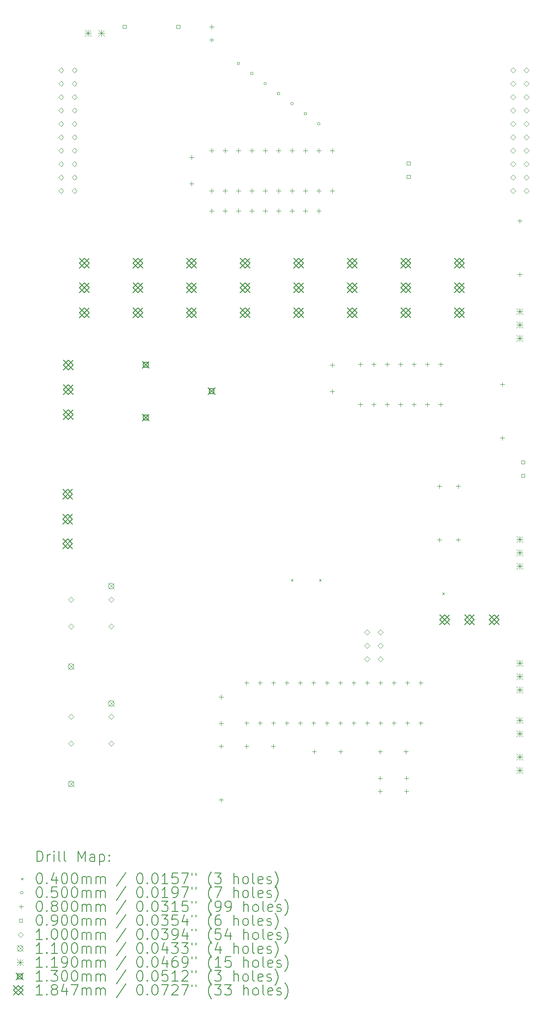
<source format=gbr>
%TF.GenerationSoftware,KiCad,Pcbnew,7.0.5*%
%TF.CreationDate,2023-06-10T14:41:36+02:00*%
%TF.ProjectId,EinTaktReset,45696e54-616b-4745-9265-7365742e6b69,rev?*%
%TF.SameCoordinates,Original*%
%TF.FileFunction,Drillmap*%
%TF.FilePolarity,Positive*%
%FSLAX45Y45*%
G04 Gerber Fmt 4.5, Leading zero omitted, Abs format (unit mm)*
G04 Created by KiCad (PCBNEW 7.0.5) date 2023-06-10 14:41:36*
%MOMM*%
%LPD*%
G01*
G04 APERTURE LIST*
%ADD10C,0.200000*%
%ADD11C,0.040000*%
%ADD12C,0.050000*%
%ADD13C,0.080000*%
%ADD14C,0.090000*%
%ADD15C,0.100000*%
%ADD16C,0.110000*%
%ADD17C,0.119000*%
%ADD18C,0.130000*%
%ADD19C,0.184658*%
G04 APERTURE END LIST*
D10*
D11*
X8870000Y-13264200D02*
X8910000Y-13304200D01*
X8910000Y-13264200D02*
X8870000Y-13304200D01*
X9403400Y-13264200D02*
X9443400Y-13304200D01*
X9443400Y-13264200D02*
X9403400Y-13304200D01*
X11740200Y-13518200D02*
X11780200Y-13558200D01*
X11780200Y-13518200D02*
X11740200Y-13558200D01*
D12*
X7899000Y-3492500D02*
G75*
G03*
X7899000Y-3492500I-25000J0D01*
G01*
X8153000Y-3683000D02*
G75*
G03*
X8153000Y-3683000I-25000J0D01*
G01*
X8407000Y-3873500D02*
G75*
G03*
X8407000Y-3873500I-25000J0D01*
G01*
X8661000Y-4064000D02*
G75*
G03*
X8661000Y-4064000I-25000J0D01*
G01*
X8915000Y-4254500D02*
G75*
G03*
X8915000Y-4254500I-25000J0D01*
G01*
X9169000Y-4445000D02*
G75*
G03*
X9169000Y-4445000I-25000J0D01*
G01*
X9423000Y-4635500D02*
G75*
G03*
X9423000Y-4635500I-25000J0D01*
G01*
D13*
X6985000Y-5230500D02*
X6985000Y-5310500D01*
X6945000Y-5270500D02*
X7025000Y-5270500D01*
X6985000Y-5730500D02*
X6985000Y-5810500D01*
X6945000Y-5770500D02*
X7025000Y-5770500D01*
X7366000Y-2758000D02*
X7366000Y-2838000D01*
X7326000Y-2798000D02*
X7406000Y-2798000D01*
X7366000Y-3008000D02*
X7366000Y-3088000D01*
X7326000Y-3048000D02*
X7406000Y-3048000D01*
X7366000Y-5103500D02*
X7366000Y-5183500D01*
X7326000Y-5143500D02*
X7406000Y-5143500D01*
X7366000Y-5865500D02*
X7366000Y-5945500D01*
X7326000Y-5905500D02*
X7406000Y-5905500D01*
X7366000Y-6246500D02*
X7366000Y-6326500D01*
X7326000Y-6286500D02*
X7406000Y-6286500D01*
X7543800Y-15458000D02*
X7543800Y-15538000D01*
X7503800Y-15498000D02*
X7583800Y-15498000D01*
X7543800Y-15958000D02*
X7543800Y-16038000D01*
X7503800Y-15998000D02*
X7583800Y-15998000D01*
X7543800Y-16393800D02*
X7543800Y-16473800D01*
X7503800Y-16433800D02*
X7583800Y-16433800D01*
X7543800Y-17409800D02*
X7543800Y-17489800D01*
X7503800Y-17449800D02*
X7583800Y-17449800D01*
X7620000Y-5103500D02*
X7620000Y-5183500D01*
X7580000Y-5143500D02*
X7660000Y-5143500D01*
X7620000Y-5865500D02*
X7620000Y-5945500D01*
X7580000Y-5905500D02*
X7660000Y-5905500D01*
X7620000Y-6246500D02*
X7620000Y-6326500D01*
X7580000Y-6286500D02*
X7660000Y-6286500D01*
X7874000Y-5103500D02*
X7874000Y-5183500D01*
X7834000Y-5143500D02*
X7914000Y-5143500D01*
X7874000Y-5865500D02*
X7874000Y-5945500D01*
X7834000Y-5905500D02*
X7914000Y-5905500D01*
X7874000Y-6246500D02*
X7874000Y-6326500D01*
X7834000Y-6286500D02*
X7914000Y-6286500D01*
X8028000Y-15192000D02*
X8028000Y-15272000D01*
X7988000Y-15232000D02*
X8068000Y-15232000D01*
X8028000Y-15954000D02*
X8028000Y-16034000D01*
X7988000Y-15994000D02*
X8068000Y-15994000D01*
X8030000Y-16393800D02*
X8030000Y-16473800D01*
X7990000Y-16433800D02*
X8070000Y-16433800D01*
X8128000Y-5103500D02*
X8128000Y-5183500D01*
X8088000Y-5143500D02*
X8168000Y-5143500D01*
X8128000Y-5865500D02*
X8128000Y-5945500D01*
X8088000Y-5905500D02*
X8168000Y-5905500D01*
X8128000Y-6246500D02*
X8128000Y-6326500D01*
X8088000Y-6286500D02*
X8168000Y-6286500D01*
X8282000Y-15192000D02*
X8282000Y-15272000D01*
X8242000Y-15232000D02*
X8322000Y-15232000D01*
X8282000Y-15954000D02*
X8282000Y-16034000D01*
X8242000Y-15994000D02*
X8322000Y-15994000D01*
X8382000Y-5103500D02*
X8382000Y-5183500D01*
X8342000Y-5143500D02*
X8422000Y-5143500D01*
X8382000Y-5865500D02*
X8382000Y-5945500D01*
X8342000Y-5905500D02*
X8422000Y-5905500D01*
X8382000Y-6246500D02*
X8382000Y-6326500D01*
X8342000Y-6286500D02*
X8422000Y-6286500D01*
X8530000Y-16393800D02*
X8530000Y-16473800D01*
X8490000Y-16433800D02*
X8570000Y-16433800D01*
X8536000Y-15192000D02*
X8536000Y-15272000D01*
X8496000Y-15232000D02*
X8576000Y-15232000D01*
X8536000Y-15954000D02*
X8536000Y-16034000D01*
X8496000Y-15994000D02*
X8576000Y-15994000D01*
X8636000Y-5103500D02*
X8636000Y-5183500D01*
X8596000Y-5143500D02*
X8676000Y-5143500D01*
X8636000Y-5865500D02*
X8636000Y-5945500D01*
X8596000Y-5905500D02*
X8676000Y-5905500D01*
X8636000Y-6246500D02*
X8636000Y-6326500D01*
X8596000Y-6286500D02*
X8676000Y-6286500D01*
X8790000Y-15192000D02*
X8790000Y-15272000D01*
X8750000Y-15232000D02*
X8830000Y-15232000D01*
X8790000Y-15954000D02*
X8790000Y-16034000D01*
X8750000Y-15994000D02*
X8830000Y-15994000D01*
X8890000Y-5103500D02*
X8890000Y-5183500D01*
X8850000Y-5143500D02*
X8930000Y-5143500D01*
X8890000Y-5865500D02*
X8890000Y-5945500D01*
X8850000Y-5905500D02*
X8930000Y-5905500D01*
X8890000Y-6246500D02*
X8890000Y-6326500D01*
X8850000Y-6286500D02*
X8930000Y-6286500D01*
X9044000Y-15192000D02*
X9044000Y-15272000D01*
X9004000Y-15232000D02*
X9084000Y-15232000D01*
X9044000Y-15954000D02*
X9044000Y-16034000D01*
X9004000Y-15994000D02*
X9084000Y-15994000D01*
X9144000Y-5103500D02*
X9144000Y-5183500D01*
X9104000Y-5143500D02*
X9184000Y-5143500D01*
X9144000Y-5865500D02*
X9144000Y-5945500D01*
X9104000Y-5905500D02*
X9184000Y-5905500D01*
X9144000Y-6246500D02*
X9144000Y-6326500D01*
X9104000Y-6286500D02*
X9184000Y-6286500D01*
X9298000Y-15192000D02*
X9298000Y-15272000D01*
X9258000Y-15232000D02*
X9338000Y-15232000D01*
X9298000Y-15954000D02*
X9298000Y-16034000D01*
X9258000Y-15994000D02*
X9338000Y-15994000D01*
X9310000Y-16496000D02*
X9310000Y-16576000D01*
X9270000Y-16536000D02*
X9350000Y-16536000D01*
X9398000Y-5103500D02*
X9398000Y-5183500D01*
X9358000Y-5143500D02*
X9438000Y-5143500D01*
X9398000Y-5865500D02*
X9398000Y-5945500D01*
X9358000Y-5905500D02*
X9438000Y-5905500D01*
X9398000Y-6246500D02*
X9398000Y-6326500D01*
X9358000Y-6286500D02*
X9438000Y-6286500D01*
X9552000Y-15192000D02*
X9552000Y-15272000D01*
X9512000Y-15232000D02*
X9592000Y-15232000D01*
X9552000Y-15954000D02*
X9552000Y-16034000D01*
X9512000Y-15994000D02*
X9592000Y-15994000D01*
X9652000Y-5103500D02*
X9652000Y-5183500D01*
X9612000Y-5143500D02*
X9692000Y-5143500D01*
X9652000Y-5865500D02*
X9652000Y-5945500D01*
X9612000Y-5905500D02*
X9692000Y-5905500D01*
X9652000Y-9167500D02*
X9652000Y-9247500D01*
X9612000Y-9207500D02*
X9692000Y-9207500D01*
X9652000Y-9667500D02*
X9652000Y-9747500D01*
X9612000Y-9707500D02*
X9692000Y-9707500D01*
X9806000Y-15192000D02*
X9806000Y-15272000D01*
X9766000Y-15232000D02*
X9846000Y-15232000D01*
X9806000Y-15954000D02*
X9806000Y-16034000D01*
X9766000Y-15994000D02*
X9846000Y-15994000D01*
X9810000Y-16496000D02*
X9810000Y-16576000D01*
X9770000Y-16536000D02*
X9850000Y-16536000D01*
X10060000Y-15192000D02*
X10060000Y-15272000D01*
X10020000Y-15232000D02*
X10100000Y-15232000D01*
X10060000Y-15954000D02*
X10060000Y-16034000D01*
X10020000Y-15994000D02*
X10100000Y-15994000D01*
X10185400Y-9154800D02*
X10185400Y-9234800D01*
X10145400Y-9194800D02*
X10225400Y-9194800D01*
X10185400Y-9916800D02*
X10185400Y-9996800D01*
X10145400Y-9956800D02*
X10225400Y-9956800D01*
X10314000Y-15192000D02*
X10314000Y-15272000D01*
X10274000Y-15232000D02*
X10354000Y-15232000D01*
X10314000Y-15954000D02*
X10314000Y-16034000D01*
X10274000Y-15994000D02*
X10354000Y-15994000D01*
X10439400Y-9154800D02*
X10439400Y-9234800D01*
X10399400Y-9194800D02*
X10479400Y-9194800D01*
X10439400Y-9916800D02*
X10439400Y-9996800D01*
X10399400Y-9956800D02*
X10479400Y-9956800D01*
X10560000Y-16496000D02*
X10560000Y-16576000D01*
X10520000Y-16536000D02*
X10600000Y-16536000D01*
X10560000Y-16996000D02*
X10560000Y-17076000D01*
X10520000Y-17036000D02*
X10600000Y-17036000D01*
X10560000Y-17246000D02*
X10560000Y-17326000D01*
X10520000Y-17286000D02*
X10600000Y-17286000D01*
X10568000Y-15192000D02*
X10568000Y-15272000D01*
X10528000Y-15232000D02*
X10608000Y-15232000D01*
X10568000Y-15954000D02*
X10568000Y-16034000D01*
X10528000Y-15994000D02*
X10608000Y-15994000D01*
X10693400Y-9154800D02*
X10693400Y-9234800D01*
X10653400Y-9194800D02*
X10733400Y-9194800D01*
X10693400Y-9916800D02*
X10693400Y-9996800D01*
X10653400Y-9956800D02*
X10733400Y-9956800D01*
X10822000Y-15192000D02*
X10822000Y-15272000D01*
X10782000Y-15232000D02*
X10862000Y-15232000D01*
X10822000Y-15954000D02*
X10822000Y-16034000D01*
X10782000Y-15994000D02*
X10862000Y-15994000D01*
X10947400Y-9154800D02*
X10947400Y-9234800D01*
X10907400Y-9194800D02*
X10987400Y-9194800D01*
X10947400Y-9916800D02*
X10947400Y-9996800D01*
X10907400Y-9956800D02*
X10987400Y-9956800D01*
X11048000Y-16496000D02*
X11048000Y-16576000D01*
X11008000Y-16536000D02*
X11088000Y-16536000D01*
X11060000Y-16996000D02*
X11060000Y-17076000D01*
X11020000Y-17036000D02*
X11100000Y-17036000D01*
X11060000Y-17246000D02*
X11060000Y-17326000D01*
X11020000Y-17286000D02*
X11100000Y-17286000D01*
X11076000Y-15192000D02*
X11076000Y-15272000D01*
X11036000Y-15232000D02*
X11116000Y-15232000D01*
X11076000Y-15954000D02*
X11076000Y-16034000D01*
X11036000Y-15994000D02*
X11116000Y-15994000D01*
X11201400Y-9154800D02*
X11201400Y-9234800D01*
X11161400Y-9194800D02*
X11241400Y-9194800D01*
X11201400Y-9916800D02*
X11201400Y-9996800D01*
X11161400Y-9956800D02*
X11241400Y-9956800D01*
X11330000Y-15192000D02*
X11330000Y-15272000D01*
X11290000Y-15232000D02*
X11370000Y-15232000D01*
X11330000Y-15954000D02*
X11330000Y-16034000D01*
X11290000Y-15994000D02*
X11370000Y-15994000D01*
X11455400Y-9154800D02*
X11455400Y-9234800D01*
X11415400Y-9194800D02*
X11495400Y-9194800D01*
X11455400Y-9916800D02*
X11455400Y-9996800D01*
X11415400Y-9956800D02*
X11495400Y-9956800D01*
X11684000Y-11466200D02*
X11684000Y-11546200D01*
X11644000Y-11506200D02*
X11724000Y-11506200D01*
X11684000Y-12482200D02*
X11684000Y-12562200D01*
X11644000Y-12522200D02*
X11724000Y-12522200D01*
X11709400Y-9154800D02*
X11709400Y-9234800D01*
X11669400Y-9194800D02*
X11749400Y-9194800D01*
X11709400Y-9916800D02*
X11709400Y-9996800D01*
X11669400Y-9956800D02*
X11749400Y-9956800D01*
X12039600Y-11466200D02*
X12039600Y-11546200D01*
X11999600Y-11506200D02*
X12079600Y-11506200D01*
X12039600Y-12482200D02*
X12039600Y-12562200D01*
X11999600Y-12522200D02*
X12079600Y-12522200D01*
X12877800Y-9535800D02*
X12877800Y-9615800D01*
X12837800Y-9575800D02*
X12917800Y-9575800D01*
X12877800Y-10551800D02*
X12877800Y-10631800D01*
X12837800Y-10591800D02*
X12917800Y-10591800D01*
X13208000Y-6437000D02*
X13208000Y-6517000D01*
X13168000Y-6477000D02*
X13248000Y-6477000D01*
X13208000Y-7453000D02*
X13208000Y-7533000D01*
X13168000Y-7493000D02*
X13248000Y-7493000D01*
D14*
X5746820Y-2825820D02*
X5746820Y-2762180D01*
X5683180Y-2762180D01*
X5683180Y-2825820D01*
X5746820Y-2825820D01*
X6762820Y-2825820D02*
X6762820Y-2762180D01*
X6699180Y-2762180D01*
X6699180Y-2825820D01*
X6762820Y-2825820D01*
X11131620Y-5416620D02*
X11131620Y-5352980D01*
X11067980Y-5352980D01*
X11067980Y-5416620D01*
X11131620Y-5416620D01*
X11131620Y-5670620D02*
X11131620Y-5606980D01*
X11067980Y-5606980D01*
X11067980Y-5670620D01*
X11131620Y-5670620D01*
X13303320Y-11080820D02*
X13303320Y-11017180D01*
X13239680Y-11017180D01*
X13239680Y-11080820D01*
X13303320Y-11080820D01*
X13303320Y-11334820D02*
X13303320Y-11271180D01*
X13239680Y-11271180D01*
X13239680Y-11334820D01*
X13303320Y-11334820D01*
D15*
X4508500Y-3669500D02*
X4558500Y-3619500D01*
X4508500Y-3569500D01*
X4458500Y-3619500D01*
X4508500Y-3669500D01*
X4508500Y-3923500D02*
X4558500Y-3873500D01*
X4508500Y-3823500D01*
X4458500Y-3873500D01*
X4508500Y-3923500D01*
X4508500Y-4177500D02*
X4558500Y-4127500D01*
X4508500Y-4077500D01*
X4458500Y-4127500D01*
X4508500Y-4177500D01*
X4508500Y-4431500D02*
X4558500Y-4381500D01*
X4508500Y-4331500D01*
X4458500Y-4381500D01*
X4508500Y-4431500D01*
X4508500Y-4685500D02*
X4558500Y-4635500D01*
X4508500Y-4585500D01*
X4458500Y-4635500D01*
X4508500Y-4685500D01*
X4508500Y-4939500D02*
X4558500Y-4889500D01*
X4508500Y-4839500D01*
X4458500Y-4889500D01*
X4508500Y-4939500D01*
X4508500Y-5193500D02*
X4558500Y-5143500D01*
X4508500Y-5093500D01*
X4458500Y-5143500D01*
X4508500Y-5193500D01*
X4508500Y-5447500D02*
X4558500Y-5397500D01*
X4508500Y-5347500D01*
X4458500Y-5397500D01*
X4508500Y-5447500D01*
X4508500Y-5701500D02*
X4558500Y-5651500D01*
X4508500Y-5601500D01*
X4458500Y-5651500D01*
X4508500Y-5701500D01*
X4508500Y-5955500D02*
X4558500Y-5905500D01*
X4508500Y-5855500D01*
X4458500Y-5905500D01*
X4508500Y-5955500D01*
X4699000Y-13702500D02*
X4749000Y-13652500D01*
X4699000Y-13602500D01*
X4649000Y-13652500D01*
X4699000Y-13702500D01*
X4699000Y-14210500D02*
X4749000Y-14160500D01*
X4699000Y-14110500D01*
X4649000Y-14160500D01*
X4699000Y-14210500D01*
X4699000Y-15925000D02*
X4749000Y-15875000D01*
X4699000Y-15825000D01*
X4649000Y-15875000D01*
X4699000Y-15925000D01*
X4699000Y-16433000D02*
X4749000Y-16383000D01*
X4699000Y-16333000D01*
X4649000Y-16383000D01*
X4699000Y-16433000D01*
X4762500Y-3669500D02*
X4812500Y-3619500D01*
X4762500Y-3569500D01*
X4712500Y-3619500D01*
X4762500Y-3669500D01*
X4762500Y-3923500D02*
X4812500Y-3873500D01*
X4762500Y-3823500D01*
X4712500Y-3873500D01*
X4762500Y-3923500D01*
X4762500Y-4177500D02*
X4812500Y-4127500D01*
X4762500Y-4077500D01*
X4712500Y-4127500D01*
X4762500Y-4177500D01*
X4762500Y-4431500D02*
X4812500Y-4381500D01*
X4762500Y-4331500D01*
X4712500Y-4381500D01*
X4762500Y-4431500D01*
X4762500Y-4685500D02*
X4812500Y-4635500D01*
X4762500Y-4585500D01*
X4712500Y-4635500D01*
X4762500Y-4685500D01*
X4762500Y-4939500D02*
X4812500Y-4889500D01*
X4762500Y-4839500D01*
X4712500Y-4889500D01*
X4762500Y-4939500D01*
X4762500Y-5193500D02*
X4812500Y-5143500D01*
X4762500Y-5093500D01*
X4712500Y-5143500D01*
X4762500Y-5193500D01*
X4762500Y-5447500D02*
X4812500Y-5397500D01*
X4762500Y-5347500D01*
X4712500Y-5397500D01*
X4762500Y-5447500D01*
X4762500Y-5701500D02*
X4812500Y-5651500D01*
X4762500Y-5601500D01*
X4712500Y-5651500D01*
X4762500Y-5701500D01*
X4762500Y-5955500D02*
X4812500Y-5905500D01*
X4762500Y-5855500D01*
X4712500Y-5905500D01*
X4762500Y-5955500D01*
X5461000Y-13702500D02*
X5511000Y-13652500D01*
X5461000Y-13602500D01*
X5411000Y-13652500D01*
X5461000Y-13702500D01*
X5461000Y-14210500D02*
X5511000Y-14160500D01*
X5461000Y-14110500D01*
X5411000Y-14160500D01*
X5461000Y-14210500D01*
X5461000Y-15925000D02*
X5511000Y-15875000D01*
X5461000Y-15825000D01*
X5411000Y-15875000D01*
X5461000Y-15925000D01*
X5461000Y-16433000D02*
X5511000Y-16383000D01*
X5461000Y-16333000D01*
X5411000Y-16383000D01*
X5461000Y-16433000D01*
X10312900Y-14323300D02*
X10362900Y-14273300D01*
X10312900Y-14223300D01*
X10262900Y-14273300D01*
X10312900Y-14323300D01*
X10312900Y-14577300D02*
X10362900Y-14527300D01*
X10312900Y-14477300D01*
X10262900Y-14527300D01*
X10312900Y-14577300D01*
X10312900Y-14831300D02*
X10362900Y-14781300D01*
X10312900Y-14731300D01*
X10262900Y-14781300D01*
X10312900Y-14831300D01*
X10566900Y-14323300D02*
X10616900Y-14273300D01*
X10566900Y-14223300D01*
X10516900Y-14273300D01*
X10566900Y-14323300D01*
X10566900Y-14577300D02*
X10616900Y-14527300D01*
X10566900Y-14477300D01*
X10516900Y-14527300D01*
X10566900Y-14577300D01*
X10566900Y-14831300D02*
X10616900Y-14781300D01*
X10566900Y-14731300D01*
X10516900Y-14781300D01*
X10566900Y-14831300D01*
X13081000Y-3669500D02*
X13131000Y-3619500D01*
X13081000Y-3569500D01*
X13031000Y-3619500D01*
X13081000Y-3669500D01*
X13081000Y-3923500D02*
X13131000Y-3873500D01*
X13081000Y-3823500D01*
X13031000Y-3873500D01*
X13081000Y-3923500D01*
X13081000Y-4177500D02*
X13131000Y-4127500D01*
X13081000Y-4077500D01*
X13031000Y-4127500D01*
X13081000Y-4177500D01*
X13081000Y-4431500D02*
X13131000Y-4381500D01*
X13081000Y-4331500D01*
X13031000Y-4381500D01*
X13081000Y-4431500D01*
X13081000Y-4685500D02*
X13131000Y-4635500D01*
X13081000Y-4585500D01*
X13031000Y-4635500D01*
X13081000Y-4685500D01*
X13081000Y-4939500D02*
X13131000Y-4889500D01*
X13081000Y-4839500D01*
X13031000Y-4889500D01*
X13081000Y-4939500D01*
X13081000Y-5193500D02*
X13131000Y-5143500D01*
X13081000Y-5093500D01*
X13031000Y-5143500D01*
X13081000Y-5193500D01*
X13081000Y-5447500D02*
X13131000Y-5397500D01*
X13081000Y-5347500D01*
X13031000Y-5397500D01*
X13081000Y-5447500D01*
X13081000Y-5701500D02*
X13131000Y-5651500D01*
X13081000Y-5601500D01*
X13031000Y-5651500D01*
X13081000Y-5701500D01*
X13081000Y-5955500D02*
X13131000Y-5905500D01*
X13081000Y-5855500D01*
X13031000Y-5905500D01*
X13081000Y-5955500D01*
X13335000Y-3669500D02*
X13385000Y-3619500D01*
X13335000Y-3569500D01*
X13285000Y-3619500D01*
X13335000Y-3669500D01*
X13335000Y-3923500D02*
X13385000Y-3873500D01*
X13335000Y-3823500D01*
X13285000Y-3873500D01*
X13335000Y-3923500D01*
X13335000Y-4177500D02*
X13385000Y-4127500D01*
X13335000Y-4077500D01*
X13285000Y-4127500D01*
X13335000Y-4177500D01*
X13335000Y-4431500D02*
X13385000Y-4381500D01*
X13335000Y-4331500D01*
X13285000Y-4381500D01*
X13335000Y-4431500D01*
X13335000Y-4685500D02*
X13385000Y-4635500D01*
X13335000Y-4585500D01*
X13285000Y-4635500D01*
X13335000Y-4685500D01*
X13335000Y-4939500D02*
X13385000Y-4889500D01*
X13335000Y-4839500D01*
X13285000Y-4889500D01*
X13335000Y-4939500D01*
X13335000Y-5193500D02*
X13385000Y-5143500D01*
X13335000Y-5093500D01*
X13285000Y-5143500D01*
X13335000Y-5193500D01*
X13335000Y-5447500D02*
X13385000Y-5397500D01*
X13335000Y-5347500D01*
X13285000Y-5397500D01*
X13335000Y-5447500D01*
X13335000Y-5701500D02*
X13385000Y-5651500D01*
X13335000Y-5601500D01*
X13285000Y-5651500D01*
X13335000Y-5701500D01*
X13335000Y-5955500D02*
X13385000Y-5905500D01*
X13335000Y-5855500D01*
X13285000Y-5905500D01*
X13335000Y-5955500D01*
D16*
X4644000Y-14867500D02*
X4754000Y-14977500D01*
X4754000Y-14867500D02*
X4644000Y-14977500D01*
X4754000Y-14922500D02*
G75*
G03*
X4754000Y-14922500I-55000J0D01*
G01*
X4644000Y-17090000D02*
X4754000Y-17200000D01*
X4754000Y-17090000D02*
X4644000Y-17200000D01*
X4754000Y-17145000D02*
G75*
G03*
X4754000Y-17145000I-55000J0D01*
G01*
X5406000Y-13343500D02*
X5516000Y-13453500D01*
X5516000Y-13343500D02*
X5406000Y-13453500D01*
X5516000Y-13398500D02*
G75*
G03*
X5516000Y-13398500I-55000J0D01*
G01*
X5406000Y-15566000D02*
X5516000Y-15676000D01*
X5516000Y-15566000D02*
X5406000Y-15676000D01*
X5516000Y-15621000D02*
G75*
G03*
X5516000Y-15621000I-55000J0D01*
G01*
D17*
X4957000Y-2861500D02*
X5076000Y-2980500D01*
X5076000Y-2861500D02*
X4957000Y-2980500D01*
X5016500Y-2861500D02*
X5016500Y-2980500D01*
X4957000Y-2921000D02*
X5076000Y-2921000D01*
X5211000Y-2861500D02*
X5330000Y-2980500D01*
X5330000Y-2861500D02*
X5211000Y-2980500D01*
X5270500Y-2861500D02*
X5270500Y-2980500D01*
X5211000Y-2921000D02*
X5330000Y-2921000D01*
X13148500Y-8132000D02*
X13267500Y-8251000D01*
X13267500Y-8132000D02*
X13148500Y-8251000D01*
X13208000Y-8132000D02*
X13208000Y-8251000D01*
X13148500Y-8191500D02*
X13267500Y-8191500D01*
X13148500Y-8386000D02*
X13267500Y-8505000D01*
X13267500Y-8386000D02*
X13148500Y-8505000D01*
X13208000Y-8386000D02*
X13208000Y-8505000D01*
X13148500Y-8445500D02*
X13267500Y-8445500D01*
X13148500Y-8640000D02*
X13267500Y-8759000D01*
X13267500Y-8640000D02*
X13148500Y-8759000D01*
X13208000Y-8640000D02*
X13208000Y-8759000D01*
X13148500Y-8699500D02*
X13267500Y-8699500D01*
X13148500Y-12450000D02*
X13267500Y-12569000D01*
X13267500Y-12450000D02*
X13148500Y-12569000D01*
X13208000Y-12450000D02*
X13208000Y-12569000D01*
X13148500Y-12509500D02*
X13267500Y-12509500D01*
X13148500Y-12704000D02*
X13267500Y-12823000D01*
X13267500Y-12704000D02*
X13148500Y-12823000D01*
X13208000Y-12704000D02*
X13208000Y-12823000D01*
X13148500Y-12763500D02*
X13267500Y-12763500D01*
X13148500Y-12958000D02*
X13267500Y-13077000D01*
X13267500Y-12958000D02*
X13148500Y-13077000D01*
X13208000Y-12958000D02*
X13208000Y-13077000D01*
X13148500Y-13017500D02*
X13267500Y-13017500D01*
X13148500Y-14799500D02*
X13267500Y-14918500D01*
X13267500Y-14799500D02*
X13148500Y-14918500D01*
X13208000Y-14799500D02*
X13208000Y-14918500D01*
X13148500Y-14859000D02*
X13267500Y-14859000D01*
X13148500Y-15053500D02*
X13267500Y-15172500D01*
X13267500Y-15053500D02*
X13148500Y-15172500D01*
X13208000Y-15053500D02*
X13208000Y-15172500D01*
X13148500Y-15113000D02*
X13267500Y-15113000D01*
X13148500Y-15307500D02*
X13267500Y-15426500D01*
X13267500Y-15307500D02*
X13148500Y-15426500D01*
X13208000Y-15307500D02*
X13208000Y-15426500D01*
X13148500Y-15367000D02*
X13267500Y-15367000D01*
X13148500Y-15879000D02*
X13267500Y-15998000D01*
X13267500Y-15879000D02*
X13148500Y-15998000D01*
X13208000Y-15879000D02*
X13208000Y-15998000D01*
X13148500Y-15938500D02*
X13267500Y-15938500D01*
X13148500Y-16133000D02*
X13267500Y-16252000D01*
X13267500Y-16133000D02*
X13148500Y-16252000D01*
X13208000Y-16133000D02*
X13208000Y-16252000D01*
X13148500Y-16192500D02*
X13267500Y-16192500D01*
X13148500Y-16577500D02*
X13267500Y-16696500D01*
X13267500Y-16577500D02*
X13148500Y-16696500D01*
X13208000Y-16577500D02*
X13208000Y-16696500D01*
X13148500Y-16637000D02*
X13267500Y-16637000D01*
X13148500Y-16831500D02*
X13267500Y-16950500D01*
X13267500Y-16831500D02*
X13148500Y-16950500D01*
X13208000Y-16831500D02*
X13208000Y-16950500D01*
X13148500Y-16891000D02*
X13267500Y-16891000D01*
D18*
X6051000Y-9137800D02*
X6181000Y-9267800D01*
X6181000Y-9137800D02*
X6051000Y-9267800D01*
X6161962Y-9248762D02*
X6161962Y-9156838D01*
X6070038Y-9156838D01*
X6070038Y-9248762D01*
X6161962Y-9248762D01*
X6051000Y-10137800D02*
X6181000Y-10267800D01*
X6181000Y-10137800D02*
X6051000Y-10267800D01*
X6161962Y-10248762D02*
X6161962Y-10156838D01*
X6070038Y-10156838D01*
X6070038Y-10248762D01*
X6161962Y-10248762D01*
X7301000Y-9637800D02*
X7431000Y-9767800D01*
X7431000Y-9637800D02*
X7301000Y-9767800D01*
X7411962Y-9748762D02*
X7411962Y-9656838D01*
X7320038Y-9656838D01*
X7320038Y-9748762D01*
X7411962Y-9748762D01*
D19*
X4543171Y-11566271D02*
X4727829Y-11750929D01*
X4727829Y-11566271D02*
X4543171Y-11750929D01*
X4635500Y-11750929D02*
X4727829Y-11658600D01*
X4635500Y-11566271D01*
X4543171Y-11658600D01*
X4635500Y-11750929D01*
X4543171Y-12036171D02*
X4727829Y-12220829D01*
X4727829Y-12036171D02*
X4543171Y-12220829D01*
X4635500Y-12220829D02*
X4727829Y-12128500D01*
X4635500Y-12036171D01*
X4543171Y-12128500D01*
X4635500Y-12220829D01*
X4543171Y-12506071D02*
X4727829Y-12690729D01*
X4727829Y-12506071D02*
X4543171Y-12690729D01*
X4635500Y-12690729D02*
X4727829Y-12598400D01*
X4635500Y-12506071D01*
X4543171Y-12598400D01*
X4635500Y-12690729D01*
X4555871Y-9115171D02*
X4740529Y-9299829D01*
X4740529Y-9115171D02*
X4555871Y-9299829D01*
X4648200Y-9299829D02*
X4740529Y-9207500D01*
X4648200Y-9115171D01*
X4555871Y-9207500D01*
X4648200Y-9299829D01*
X4555871Y-9585071D02*
X4740529Y-9769729D01*
X4740529Y-9585071D02*
X4555871Y-9769729D01*
X4648200Y-9769729D02*
X4740529Y-9677400D01*
X4648200Y-9585071D01*
X4555871Y-9677400D01*
X4648200Y-9769729D01*
X4555871Y-10054971D02*
X4740529Y-10239629D01*
X4740529Y-10054971D02*
X4555871Y-10239629D01*
X4648200Y-10239629D02*
X4740529Y-10147300D01*
X4648200Y-10054971D01*
X4555871Y-10147300D01*
X4648200Y-10239629D01*
X4860671Y-7184771D02*
X5045329Y-7369429D01*
X5045329Y-7184771D02*
X4860671Y-7369429D01*
X4953000Y-7369429D02*
X5045329Y-7277100D01*
X4953000Y-7184771D01*
X4860671Y-7277100D01*
X4953000Y-7369429D01*
X4860671Y-7654671D02*
X5045329Y-7839329D01*
X5045329Y-7654671D02*
X4860671Y-7839329D01*
X4953000Y-7839329D02*
X5045329Y-7747000D01*
X4953000Y-7654671D01*
X4860671Y-7747000D01*
X4953000Y-7839329D01*
X4860671Y-8124571D02*
X5045329Y-8309229D01*
X5045329Y-8124571D02*
X4860671Y-8309229D01*
X4953000Y-8309229D02*
X5045329Y-8216900D01*
X4953000Y-8124571D01*
X4860671Y-8216900D01*
X4953000Y-8309229D01*
X5876671Y-7184771D02*
X6061329Y-7369429D01*
X6061329Y-7184771D02*
X5876671Y-7369429D01*
X5969000Y-7369429D02*
X6061329Y-7277100D01*
X5969000Y-7184771D01*
X5876671Y-7277100D01*
X5969000Y-7369429D01*
X5876671Y-7654671D02*
X6061329Y-7839329D01*
X6061329Y-7654671D02*
X5876671Y-7839329D01*
X5969000Y-7839329D02*
X6061329Y-7747000D01*
X5969000Y-7654671D01*
X5876671Y-7747000D01*
X5969000Y-7839329D01*
X5876671Y-8124571D02*
X6061329Y-8309229D01*
X6061329Y-8124571D02*
X5876671Y-8309229D01*
X5969000Y-8309229D02*
X6061329Y-8216900D01*
X5969000Y-8124571D01*
X5876671Y-8216900D01*
X5969000Y-8309229D01*
X6892671Y-7184771D02*
X7077329Y-7369429D01*
X7077329Y-7184771D02*
X6892671Y-7369429D01*
X6985000Y-7369429D02*
X7077329Y-7277100D01*
X6985000Y-7184771D01*
X6892671Y-7277100D01*
X6985000Y-7369429D01*
X6892671Y-7654671D02*
X7077329Y-7839329D01*
X7077329Y-7654671D02*
X6892671Y-7839329D01*
X6985000Y-7839329D02*
X7077329Y-7747000D01*
X6985000Y-7654671D01*
X6892671Y-7747000D01*
X6985000Y-7839329D01*
X6892671Y-8124571D02*
X7077329Y-8309229D01*
X7077329Y-8124571D02*
X6892671Y-8309229D01*
X6985000Y-8309229D02*
X7077329Y-8216900D01*
X6985000Y-8124571D01*
X6892671Y-8216900D01*
X6985000Y-8309229D01*
X7908671Y-7184771D02*
X8093329Y-7369429D01*
X8093329Y-7184771D02*
X7908671Y-7369429D01*
X8001000Y-7369429D02*
X8093329Y-7277100D01*
X8001000Y-7184771D01*
X7908671Y-7277100D01*
X8001000Y-7369429D01*
X7908671Y-7654671D02*
X8093329Y-7839329D01*
X8093329Y-7654671D02*
X7908671Y-7839329D01*
X8001000Y-7839329D02*
X8093329Y-7747000D01*
X8001000Y-7654671D01*
X7908671Y-7747000D01*
X8001000Y-7839329D01*
X7908671Y-8124571D02*
X8093329Y-8309229D01*
X8093329Y-8124571D02*
X7908671Y-8309229D01*
X8001000Y-8309229D02*
X8093329Y-8216900D01*
X8001000Y-8124571D01*
X7908671Y-8216900D01*
X8001000Y-8309229D01*
X8924671Y-7184771D02*
X9109329Y-7369429D01*
X9109329Y-7184771D02*
X8924671Y-7369429D01*
X9017000Y-7369429D02*
X9109329Y-7277100D01*
X9017000Y-7184771D01*
X8924671Y-7277100D01*
X9017000Y-7369429D01*
X8924671Y-7654671D02*
X9109329Y-7839329D01*
X9109329Y-7654671D02*
X8924671Y-7839329D01*
X9017000Y-7839329D02*
X9109329Y-7747000D01*
X9017000Y-7654671D01*
X8924671Y-7747000D01*
X9017000Y-7839329D01*
X8924671Y-8124571D02*
X9109329Y-8309229D01*
X9109329Y-8124571D02*
X8924671Y-8309229D01*
X9017000Y-8309229D02*
X9109329Y-8216900D01*
X9017000Y-8124571D01*
X8924671Y-8216900D01*
X9017000Y-8309229D01*
X9940671Y-7184771D02*
X10125329Y-7369429D01*
X10125329Y-7184771D02*
X9940671Y-7369429D01*
X10033000Y-7369429D02*
X10125329Y-7277100D01*
X10033000Y-7184771D01*
X9940671Y-7277100D01*
X10033000Y-7369429D01*
X9940671Y-7654671D02*
X10125329Y-7839329D01*
X10125329Y-7654671D02*
X9940671Y-7839329D01*
X10033000Y-7839329D02*
X10125329Y-7747000D01*
X10033000Y-7654671D01*
X9940671Y-7747000D01*
X10033000Y-7839329D01*
X9940671Y-8124571D02*
X10125329Y-8309229D01*
X10125329Y-8124571D02*
X9940671Y-8309229D01*
X10033000Y-8309229D02*
X10125329Y-8216900D01*
X10033000Y-8124571D01*
X9940671Y-8216900D01*
X10033000Y-8309229D01*
X10956671Y-7184771D02*
X11141329Y-7369429D01*
X11141329Y-7184771D02*
X10956671Y-7369429D01*
X11049000Y-7369429D02*
X11141329Y-7277100D01*
X11049000Y-7184771D01*
X10956671Y-7277100D01*
X11049000Y-7369429D01*
X10956671Y-7654671D02*
X11141329Y-7839329D01*
X11141329Y-7654671D02*
X10956671Y-7839329D01*
X11049000Y-7839329D02*
X11141329Y-7747000D01*
X11049000Y-7654671D01*
X10956671Y-7747000D01*
X11049000Y-7839329D01*
X10956671Y-8124571D02*
X11141329Y-8309229D01*
X11141329Y-8124571D02*
X10956671Y-8309229D01*
X11049000Y-8309229D02*
X11141329Y-8216900D01*
X11049000Y-8124571D01*
X10956671Y-8216900D01*
X11049000Y-8309229D01*
X11693271Y-13941171D02*
X11877929Y-14125829D01*
X11877929Y-13941171D02*
X11693271Y-14125829D01*
X11785600Y-14125829D02*
X11877929Y-14033500D01*
X11785600Y-13941171D01*
X11693271Y-14033500D01*
X11785600Y-14125829D01*
X11972671Y-7184771D02*
X12157329Y-7369429D01*
X12157329Y-7184771D02*
X11972671Y-7369429D01*
X12065000Y-7369429D02*
X12157329Y-7277100D01*
X12065000Y-7184771D01*
X11972671Y-7277100D01*
X12065000Y-7369429D01*
X11972671Y-7654671D02*
X12157329Y-7839329D01*
X12157329Y-7654671D02*
X11972671Y-7839329D01*
X12065000Y-7839329D02*
X12157329Y-7747000D01*
X12065000Y-7654671D01*
X11972671Y-7747000D01*
X12065000Y-7839329D01*
X11972671Y-8124571D02*
X12157329Y-8309229D01*
X12157329Y-8124571D02*
X11972671Y-8309229D01*
X12065000Y-8309229D02*
X12157329Y-8216900D01*
X12065000Y-8124571D01*
X11972671Y-8216900D01*
X12065000Y-8309229D01*
X12163171Y-13941171D02*
X12347829Y-14125829D01*
X12347829Y-13941171D02*
X12163171Y-14125829D01*
X12255500Y-14125829D02*
X12347829Y-14033500D01*
X12255500Y-13941171D01*
X12163171Y-14033500D01*
X12255500Y-14125829D01*
X12633071Y-13941171D02*
X12817729Y-14125829D01*
X12817729Y-13941171D02*
X12633071Y-14125829D01*
X12725400Y-14125829D02*
X12817729Y-14033500D01*
X12725400Y-13941171D01*
X12633071Y-14033500D01*
X12725400Y-14125829D01*
D10*
X4051777Y-18616484D02*
X4051777Y-18416484D01*
X4051777Y-18416484D02*
X4099396Y-18416484D01*
X4099396Y-18416484D02*
X4127967Y-18426008D01*
X4127967Y-18426008D02*
X4147015Y-18445055D01*
X4147015Y-18445055D02*
X4156539Y-18464103D01*
X4156539Y-18464103D02*
X4166062Y-18502198D01*
X4166062Y-18502198D02*
X4166062Y-18530770D01*
X4166062Y-18530770D02*
X4156539Y-18568865D01*
X4156539Y-18568865D02*
X4147015Y-18587912D01*
X4147015Y-18587912D02*
X4127967Y-18606960D01*
X4127967Y-18606960D02*
X4099396Y-18616484D01*
X4099396Y-18616484D02*
X4051777Y-18616484D01*
X4251777Y-18616484D02*
X4251777Y-18483150D01*
X4251777Y-18521246D02*
X4261301Y-18502198D01*
X4261301Y-18502198D02*
X4270824Y-18492674D01*
X4270824Y-18492674D02*
X4289872Y-18483150D01*
X4289872Y-18483150D02*
X4308920Y-18483150D01*
X4375586Y-18616484D02*
X4375586Y-18483150D01*
X4375586Y-18416484D02*
X4366063Y-18426008D01*
X4366063Y-18426008D02*
X4375586Y-18435531D01*
X4375586Y-18435531D02*
X4385110Y-18426008D01*
X4385110Y-18426008D02*
X4375586Y-18416484D01*
X4375586Y-18416484D02*
X4375586Y-18435531D01*
X4499396Y-18616484D02*
X4480348Y-18606960D01*
X4480348Y-18606960D02*
X4470824Y-18587912D01*
X4470824Y-18587912D02*
X4470824Y-18416484D01*
X4604158Y-18616484D02*
X4585110Y-18606960D01*
X4585110Y-18606960D02*
X4575586Y-18587912D01*
X4575586Y-18587912D02*
X4575586Y-18416484D01*
X4832729Y-18616484D02*
X4832729Y-18416484D01*
X4832729Y-18416484D02*
X4899396Y-18559341D01*
X4899396Y-18559341D02*
X4966063Y-18416484D01*
X4966063Y-18416484D02*
X4966063Y-18616484D01*
X5147015Y-18616484D02*
X5147015Y-18511722D01*
X5147015Y-18511722D02*
X5137491Y-18492674D01*
X5137491Y-18492674D02*
X5118444Y-18483150D01*
X5118444Y-18483150D02*
X5080348Y-18483150D01*
X5080348Y-18483150D02*
X5061301Y-18492674D01*
X5147015Y-18606960D02*
X5127967Y-18616484D01*
X5127967Y-18616484D02*
X5080348Y-18616484D01*
X5080348Y-18616484D02*
X5061301Y-18606960D01*
X5061301Y-18606960D02*
X5051777Y-18587912D01*
X5051777Y-18587912D02*
X5051777Y-18568865D01*
X5051777Y-18568865D02*
X5061301Y-18549817D01*
X5061301Y-18549817D02*
X5080348Y-18540293D01*
X5080348Y-18540293D02*
X5127967Y-18540293D01*
X5127967Y-18540293D02*
X5147015Y-18530770D01*
X5242253Y-18483150D02*
X5242253Y-18683150D01*
X5242253Y-18492674D02*
X5261301Y-18483150D01*
X5261301Y-18483150D02*
X5299396Y-18483150D01*
X5299396Y-18483150D02*
X5318444Y-18492674D01*
X5318444Y-18492674D02*
X5327967Y-18502198D01*
X5327967Y-18502198D02*
X5337491Y-18521246D01*
X5337491Y-18521246D02*
X5337491Y-18578389D01*
X5337491Y-18578389D02*
X5327967Y-18597436D01*
X5327967Y-18597436D02*
X5318444Y-18606960D01*
X5318444Y-18606960D02*
X5299396Y-18616484D01*
X5299396Y-18616484D02*
X5261301Y-18616484D01*
X5261301Y-18616484D02*
X5242253Y-18606960D01*
X5423205Y-18597436D02*
X5432729Y-18606960D01*
X5432729Y-18606960D02*
X5423205Y-18616484D01*
X5423205Y-18616484D02*
X5413682Y-18606960D01*
X5413682Y-18606960D02*
X5423205Y-18597436D01*
X5423205Y-18597436D02*
X5423205Y-18616484D01*
X5423205Y-18492674D02*
X5432729Y-18502198D01*
X5432729Y-18502198D02*
X5423205Y-18511722D01*
X5423205Y-18511722D02*
X5413682Y-18502198D01*
X5413682Y-18502198D02*
X5423205Y-18492674D01*
X5423205Y-18492674D02*
X5423205Y-18511722D01*
D11*
X3751000Y-18925000D02*
X3791000Y-18965000D01*
X3791000Y-18925000D02*
X3751000Y-18965000D01*
D10*
X4089872Y-18836484D02*
X4108920Y-18836484D01*
X4108920Y-18836484D02*
X4127967Y-18846008D01*
X4127967Y-18846008D02*
X4137491Y-18855531D01*
X4137491Y-18855531D02*
X4147015Y-18874579D01*
X4147015Y-18874579D02*
X4156539Y-18912674D01*
X4156539Y-18912674D02*
X4156539Y-18960293D01*
X4156539Y-18960293D02*
X4147015Y-18998389D01*
X4147015Y-18998389D02*
X4137491Y-19017436D01*
X4137491Y-19017436D02*
X4127967Y-19026960D01*
X4127967Y-19026960D02*
X4108920Y-19036484D01*
X4108920Y-19036484D02*
X4089872Y-19036484D01*
X4089872Y-19036484D02*
X4070824Y-19026960D01*
X4070824Y-19026960D02*
X4061301Y-19017436D01*
X4061301Y-19017436D02*
X4051777Y-18998389D01*
X4051777Y-18998389D02*
X4042253Y-18960293D01*
X4042253Y-18960293D02*
X4042253Y-18912674D01*
X4042253Y-18912674D02*
X4051777Y-18874579D01*
X4051777Y-18874579D02*
X4061301Y-18855531D01*
X4061301Y-18855531D02*
X4070824Y-18846008D01*
X4070824Y-18846008D02*
X4089872Y-18836484D01*
X4242253Y-19017436D02*
X4251777Y-19026960D01*
X4251777Y-19026960D02*
X4242253Y-19036484D01*
X4242253Y-19036484D02*
X4232729Y-19026960D01*
X4232729Y-19026960D02*
X4242253Y-19017436D01*
X4242253Y-19017436D02*
X4242253Y-19036484D01*
X4423205Y-18903150D02*
X4423205Y-19036484D01*
X4375586Y-18826960D02*
X4327967Y-18969817D01*
X4327967Y-18969817D02*
X4451777Y-18969817D01*
X4566063Y-18836484D02*
X4585110Y-18836484D01*
X4585110Y-18836484D02*
X4604158Y-18846008D01*
X4604158Y-18846008D02*
X4613682Y-18855531D01*
X4613682Y-18855531D02*
X4623205Y-18874579D01*
X4623205Y-18874579D02*
X4632729Y-18912674D01*
X4632729Y-18912674D02*
X4632729Y-18960293D01*
X4632729Y-18960293D02*
X4623205Y-18998389D01*
X4623205Y-18998389D02*
X4613682Y-19017436D01*
X4613682Y-19017436D02*
X4604158Y-19026960D01*
X4604158Y-19026960D02*
X4585110Y-19036484D01*
X4585110Y-19036484D02*
X4566063Y-19036484D01*
X4566063Y-19036484D02*
X4547015Y-19026960D01*
X4547015Y-19026960D02*
X4537491Y-19017436D01*
X4537491Y-19017436D02*
X4527967Y-18998389D01*
X4527967Y-18998389D02*
X4518444Y-18960293D01*
X4518444Y-18960293D02*
X4518444Y-18912674D01*
X4518444Y-18912674D02*
X4527967Y-18874579D01*
X4527967Y-18874579D02*
X4537491Y-18855531D01*
X4537491Y-18855531D02*
X4547015Y-18846008D01*
X4547015Y-18846008D02*
X4566063Y-18836484D01*
X4756539Y-18836484D02*
X4775586Y-18836484D01*
X4775586Y-18836484D02*
X4794634Y-18846008D01*
X4794634Y-18846008D02*
X4804158Y-18855531D01*
X4804158Y-18855531D02*
X4813682Y-18874579D01*
X4813682Y-18874579D02*
X4823205Y-18912674D01*
X4823205Y-18912674D02*
X4823205Y-18960293D01*
X4823205Y-18960293D02*
X4813682Y-18998389D01*
X4813682Y-18998389D02*
X4804158Y-19017436D01*
X4804158Y-19017436D02*
X4794634Y-19026960D01*
X4794634Y-19026960D02*
X4775586Y-19036484D01*
X4775586Y-19036484D02*
X4756539Y-19036484D01*
X4756539Y-19036484D02*
X4737491Y-19026960D01*
X4737491Y-19026960D02*
X4727967Y-19017436D01*
X4727967Y-19017436D02*
X4718444Y-18998389D01*
X4718444Y-18998389D02*
X4708920Y-18960293D01*
X4708920Y-18960293D02*
X4708920Y-18912674D01*
X4708920Y-18912674D02*
X4718444Y-18874579D01*
X4718444Y-18874579D02*
X4727967Y-18855531D01*
X4727967Y-18855531D02*
X4737491Y-18846008D01*
X4737491Y-18846008D02*
X4756539Y-18836484D01*
X4908920Y-19036484D02*
X4908920Y-18903150D01*
X4908920Y-18922198D02*
X4918444Y-18912674D01*
X4918444Y-18912674D02*
X4937491Y-18903150D01*
X4937491Y-18903150D02*
X4966063Y-18903150D01*
X4966063Y-18903150D02*
X4985110Y-18912674D01*
X4985110Y-18912674D02*
X4994634Y-18931722D01*
X4994634Y-18931722D02*
X4994634Y-19036484D01*
X4994634Y-18931722D02*
X5004158Y-18912674D01*
X5004158Y-18912674D02*
X5023205Y-18903150D01*
X5023205Y-18903150D02*
X5051777Y-18903150D01*
X5051777Y-18903150D02*
X5070825Y-18912674D01*
X5070825Y-18912674D02*
X5080348Y-18931722D01*
X5080348Y-18931722D02*
X5080348Y-19036484D01*
X5175586Y-19036484D02*
X5175586Y-18903150D01*
X5175586Y-18922198D02*
X5185110Y-18912674D01*
X5185110Y-18912674D02*
X5204158Y-18903150D01*
X5204158Y-18903150D02*
X5232729Y-18903150D01*
X5232729Y-18903150D02*
X5251777Y-18912674D01*
X5251777Y-18912674D02*
X5261301Y-18931722D01*
X5261301Y-18931722D02*
X5261301Y-19036484D01*
X5261301Y-18931722D02*
X5270825Y-18912674D01*
X5270825Y-18912674D02*
X5289872Y-18903150D01*
X5289872Y-18903150D02*
X5318444Y-18903150D01*
X5318444Y-18903150D02*
X5337491Y-18912674D01*
X5337491Y-18912674D02*
X5347015Y-18931722D01*
X5347015Y-18931722D02*
X5347015Y-19036484D01*
X5737491Y-18826960D02*
X5566063Y-19084103D01*
X5994634Y-18836484D02*
X6013682Y-18836484D01*
X6013682Y-18836484D02*
X6032729Y-18846008D01*
X6032729Y-18846008D02*
X6042253Y-18855531D01*
X6042253Y-18855531D02*
X6051777Y-18874579D01*
X6051777Y-18874579D02*
X6061301Y-18912674D01*
X6061301Y-18912674D02*
X6061301Y-18960293D01*
X6061301Y-18960293D02*
X6051777Y-18998389D01*
X6051777Y-18998389D02*
X6042253Y-19017436D01*
X6042253Y-19017436D02*
X6032729Y-19026960D01*
X6032729Y-19026960D02*
X6013682Y-19036484D01*
X6013682Y-19036484D02*
X5994634Y-19036484D01*
X5994634Y-19036484D02*
X5975586Y-19026960D01*
X5975586Y-19026960D02*
X5966063Y-19017436D01*
X5966063Y-19017436D02*
X5956539Y-18998389D01*
X5956539Y-18998389D02*
X5947015Y-18960293D01*
X5947015Y-18960293D02*
X5947015Y-18912674D01*
X5947015Y-18912674D02*
X5956539Y-18874579D01*
X5956539Y-18874579D02*
X5966063Y-18855531D01*
X5966063Y-18855531D02*
X5975586Y-18846008D01*
X5975586Y-18846008D02*
X5994634Y-18836484D01*
X6147015Y-19017436D02*
X6156539Y-19026960D01*
X6156539Y-19026960D02*
X6147015Y-19036484D01*
X6147015Y-19036484D02*
X6137491Y-19026960D01*
X6137491Y-19026960D02*
X6147015Y-19017436D01*
X6147015Y-19017436D02*
X6147015Y-19036484D01*
X6280348Y-18836484D02*
X6299396Y-18836484D01*
X6299396Y-18836484D02*
X6318444Y-18846008D01*
X6318444Y-18846008D02*
X6327967Y-18855531D01*
X6327967Y-18855531D02*
X6337491Y-18874579D01*
X6337491Y-18874579D02*
X6347015Y-18912674D01*
X6347015Y-18912674D02*
X6347015Y-18960293D01*
X6347015Y-18960293D02*
X6337491Y-18998389D01*
X6337491Y-18998389D02*
X6327967Y-19017436D01*
X6327967Y-19017436D02*
X6318444Y-19026960D01*
X6318444Y-19026960D02*
X6299396Y-19036484D01*
X6299396Y-19036484D02*
X6280348Y-19036484D01*
X6280348Y-19036484D02*
X6261301Y-19026960D01*
X6261301Y-19026960D02*
X6251777Y-19017436D01*
X6251777Y-19017436D02*
X6242253Y-18998389D01*
X6242253Y-18998389D02*
X6232729Y-18960293D01*
X6232729Y-18960293D02*
X6232729Y-18912674D01*
X6232729Y-18912674D02*
X6242253Y-18874579D01*
X6242253Y-18874579D02*
X6251777Y-18855531D01*
X6251777Y-18855531D02*
X6261301Y-18846008D01*
X6261301Y-18846008D02*
X6280348Y-18836484D01*
X6537491Y-19036484D02*
X6423206Y-19036484D01*
X6480348Y-19036484D02*
X6480348Y-18836484D01*
X6480348Y-18836484D02*
X6461301Y-18865055D01*
X6461301Y-18865055D02*
X6442253Y-18884103D01*
X6442253Y-18884103D02*
X6423206Y-18893627D01*
X6718444Y-18836484D02*
X6623206Y-18836484D01*
X6623206Y-18836484D02*
X6613682Y-18931722D01*
X6613682Y-18931722D02*
X6623206Y-18922198D01*
X6623206Y-18922198D02*
X6642253Y-18912674D01*
X6642253Y-18912674D02*
X6689872Y-18912674D01*
X6689872Y-18912674D02*
X6708920Y-18922198D01*
X6708920Y-18922198D02*
X6718444Y-18931722D01*
X6718444Y-18931722D02*
X6727967Y-18950770D01*
X6727967Y-18950770D02*
X6727967Y-18998389D01*
X6727967Y-18998389D02*
X6718444Y-19017436D01*
X6718444Y-19017436D02*
X6708920Y-19026960D01*
X6708920Y-19026960D02*
X6689872Y-19036484D01*
X6689872Y-19036484D02*
X6642253Y-19036484D01*
X6642253Y-19036484D02*
X6623206Y-19026960D01*
X6623206Y-19026960D02*
X6613682Y-19017436D01*
X6794634Y-18836484D02*
X6927967Y-18836484D01*
X6927967Y-18836484D02*
X6842253Y-19036484D01*
X6994634Y-18836484D02*
X6994634Y-18874579D01*
X7070825Y-18836484D02*
X7070825Y-18874579D01*
X7366063Y-19112674D02*
X7356539Y-19103150D01*
X7356539Y-19103150D02*
X7337491Y-19074579D01*
X7337491Y-19074579D02*
X7327968Y-19055531D01*
X7327968Y-19055531D02*
X7318444Y-19026960D01*
X7318444Y-19026960D02*
X7308920Y-18979341D01*
X7308920Y-18979341D02*
X7308920Y-18941246D01*
X7308920Y-18941246D02*
X7318444Y-18893627D01*
X7318444Y-18893627D02*
X7327968Y-18865055D01*
X7327968Y-18865055D02*
X7337491Y-18846008D01*
X7337491Y-18846008D02*
X7356539Y-18817436D01*
X7356539Y-18817436D02*
X7366063Y-18807912D01*
X7423206Y-18836484D02*
X7547015Y-18836484D01*
X7547015Y-18836484D02*
X7480348Y-18912674D01*
X7480348Y-18912674D02*
X7508920Y-18912674D01*
X7508920Y-18912674D02*
X7527968Y-18922198D01*
X7527968Y-18922198D02*
X7537491Y-18931722D01*
X7537491Y-18931722D02*
X7547015Y-18950770D01*
X7547015Y-18950770D02*
X7547015Y-18998389D01*
X7547015Y-18998389D02*
X7537491Y-19017436D01*
X7537491Y-19017436D02*
X7527968Y-19026960D01*
X7527968Y-19026960D02*
X7508920Y-19036484D01*
X7508920Y-19036484D02*
X7451777Y-19036484D01*
X7451777Y-19036484D02*
X7432729Y-19026960D01*
X7432729Y-19026960D02*
X7423206Y-19017436D01*
X7785110Y-19036484D02*
X7785110Y-18836484D01*
X7870825Y-19036484D02*
X7870825Y-18931722D01*
X7870825Y-18931722D02*
X7861301Y-18912674D01*
X7861301Y-18912674D02*
X7842253Y-18903150D01*
X7842253Y-18903150D02*
X7813682Y-18903150D01*
X7813682Y-18903150D02*
X7794634Y-18912674D01*
X7794634Y-18912674D02*
X7785110Y-18922198D01*
X7994634Y-19036484D02*
X7975587Y-19026960D01*
X7975587Y-19026960D02*
X7966063Y-19017436D01*
X7966063Y-19017436D02*
X7956539Y-18998389D01*
X7956539Y-18998389D02*
X7956539Y-18941246D01*
X7956539Y-18941246D02*
X7966063Y-18922198D01*
X7966063Y-18922198D02*
X7975587Y-18912674D01*
X7975587Y-18912674D02*
X7994634Y-18903150D01*
X7994634Y-18903150D02*
X8023206Y-18903150D01*
X8023206Y-18903150D02*
X8042253Y-18912674D01*
X8042253Y-18912674D02*
X8051777Y-18922198D01*
X8051777Y-18922198D02*
X8061301Y-18941246D01*
X8061301Y-18941246D02*
X8061301Y-18998389D01*
X8061301Y-18998389D02*
X8051777Y-19017436D01*
X8051777Y-19017436D02*
X8042253Y-19026960D01*
X8042253Y-19026960D02*
X8023206Y-19036484D01*
X8023206Y-19036484D02*
X7994634Y-19036484D01*
X8175587Y-19036484D02*
X8156539Y-19026960D01*
X8156539Y-19026960D02*
X8147015Y-19007912D01*
X8147015Y-19007912D02*
X8147015Y-18836484D01*
X8327968Y-19026960D02*
X8308920Y-19036484D01*
X8308920Y-19036484D02*
X8270825Y-19036484D01*
X8270825Y-19036484D02*
X8251777Y-19026960D01*
X8251777Y-19026960D02*
X8242253Y-19007912D01*
X8242253Y-19007912D02*
X8242253Y-18931722D01*
X8242253Y-18931722D02*
X8251777Y-18912674D01*
X8251777Y-18912674D02*
X8270825Y-18903150D01*
X8270825Y-18903150D02*
X8308920Y-18903150D01*
X8308920Y-18903150D02*
X8327968Y-18912674D01*
X8327968Y-18912674D02*
X8337491Y-18931722D01*
X8337491Y-18931722D02*
X8337491Y-18950770D01*
X8337491Y-18950770D02*
X8242253Y-18969817D01*
X8413682Y-19026960D02*
X8432730Y-19036484D01*
X8432730Y-19036484D02*
X8470825Y-19036484D01*
X8470825Y-19036484D02*
X8489873Y-19026960D01*
X8489873Y-19026960D02*
X8499396Y-19007912D01*
X8499396Y-19007912D02*
X8499396Y-18998389D01*
X8499396Y-18998389D02*
X8489873Y-18979341D01*
X8489873Y-18979341D02*
X8470825Y-18969817D01*
X8470825Y-18969817D02*
X8442253Y-18969817D01*
X8442253Y-18969817D02*
X8423206Y-18960293D01*
X8423206Y-18960293D02*
X8413682Y-18941246D01*
X8413682Y-18941246D02*
X8413682Y-18931722D01*
X8413682Y-18931722D02*
X8423206Y-18912674D01*
X8423206Y-18912674D02*
X8442253Y-18903150D01*
X8442253Y-18903150D02*
X8470825Y-18903150D01*
X8470825Y-18903150D02*
X8489873Y-18912674D01*
X8566063Y-19112674D02*
X8575587Y-19103150D01*
X8575587Y-19103150D02*
X8594634Y-19074579D01*
X8594634Y-19074579D02*
X8604158Y-19055531D01*
X8604158Y-19055531D02*
X8613682Y-19026960D01*
X8613682Y-19026960D02*
X8623206Y-18979341D01*
X8623206Y-18979341D02*
X8623206Y-18941246D01*
X8623206Y-18941246D02*
X8613682Y-18893627D01*
X8613682Y-18893627D02*
X8604158Y-18865055D01*
X8604158Y-18865055D02*
X8594634Y-18846008D01*
X8594634Y-18846008D02*
X8575587Y-18817436D01*
X8575587Y-18817436D02*
X8566063Y-18807912D01*
D12*
X3791000Y-19209000D02*
G75*
G03*
X3791000Y-19209000I-25000J0D01*
G01*
D10*
X4089872Y-19100484D02*
X4108920Y-19100484D01*
X4108920Y-19100484D02*
X4127967Y-19110008D01*
X4127967Y-19110008D02*
X4137491Y-19119531D01*
X4137491Y-19119531D02*
X4147015Y-19138579D01*
X4147015Y-19138579D02*
X4156539Y-19176674D01*
X4156539Y-19176674D02*
X4156539Y-19224293D01*
X4156539Y-19224293D02*
X4147015Y-19262389D01*
X4147015Y-19262389D02*
X4137491Y-19281436D01*
X4137491Y-19281436D02*
X4127967Y-19290960D01*
X4127967Y-19290960D02*
X4108920Y-19300484D01*
X4108920Y-19300484D02*
X4089872Y-19300484D01*
X4089872Y-19300484D02*
X4070824Y-19290960D01*
X4070824Y-19290960D02*
X4061301Y-19281436D01*
X4061301Y-19281436D02*
X4051777Y-19262389D01*
X4051777Y-19262389D02*
X4042253Y-19224293D01*
X4042253Y-19224293D02*
X4042253Y-19176674D01*
X4042253Y-19176674D02*
X4051777Y-19138579D01*
X4051777Y-19138579D02*
X4061301Y-19119531D01*
X4061301Y-19119531D02*
X4070824Y-19110008D01*
X4070824Y-19110008D02*
X4089872Y-19100484D01*
X4242253Y-19281436D02*
X4251777Y-19290960D01*
X4251777Y-19290960D02*
X4242253Y-19300484D01*
X4242253Y-19300484D02*
X4232729Y-19290960D01*
X4232729Y-19290960D02*
X4242253Y-19281436D01*
X4242253Y-19281436D02*
X4242253Y-19300484D01*
X4432729Y-19100484D02*
X4337491Y-19100484D01*
X4337491Y-19100484D02*
X4327967Y-19195722D01*
X4327967Y-19195722D02*
X4337491Y-19186198D01*
X4337491Y-19186198D02*
X4356539Y-19176674D01*
X4356539Y-19176674D02*
X4404158Y-19176674D01*
X4404158Y-19176674D02*
X4423205Y-19186198D01*
X4423205Y-19186198D02*
X4432729Y-19195722D01*
X4432729Y-19195722D02*
X4442253Y-19214770D01*
X4442253Y-19214770D02*
X4442253Y-19262389D01*
X4442253Y-19262389D02*
X4432729Y-19281436D01*
X4432729Y-19281436D02*
X4423205Y-19290960D01*
X4423205Y-19290960D02*
X4404158Y-19300484D01*
X4404158Y-19300484D02*
X4356539Y-19300484D01*
X4356539Y-19300484D02*
X4337491Y-19290960D01*
X4337491Y-19290960D02*
X4327967Y-19281436D01*
X4566063Y-19100484D02*
X4585110Y-19100484D01*
X4585110Y-19100484D02*
X4604158Y-19110008D01*
X4604158Y-19110008D02*
X4613682Y-19119531D01*
X4613682Y-19119531D02*
X4623205Y-19138579D01*
X4623205Y-19138579D02*
X4632729Y-19176674D01*
X4632729Y-19176674D02*
X4632729Y-19224293D01*
X4632729Y-19224293D02*
X4623205Y-19262389D01*
X4623205Y-19262389D02*
X4613682Y-19281436D01*
X4613682Y-19281436D02*
X4604158Y-19290960D01*
X4604158Y-19290960D02*
X4585110Y-19300484D01*
X4585110Y-19300484D02*
X4566063Y-19300484D01*
X4566063Y-19300484D02*
X4547015Y-19290960D01*
X4547015Y-19290960D02*
X4537491Y-19281436D01*
X4537491Y-19281436D02*
X4527967Y-19262389D01*
X4527967Y-19262389D02*
X4518444Y-19224293D01*
X4518444Y-19224293D02*
X4518444Y-19176674D01*
X4518444Y-19176674D02*
X4527967Y-19138579D01*
X4527967Y-19138579D02*
X4537491Y-19119531D01*
X4537491Y-19119531D02*
X4547015Y-19110008D01*
X4547015Y-19110008D02*
X4566063Y-19100484D01*
X4756539Y-19100484D02*
X4775586Y-19100484D01*
X4775586Y-19100484D02*
X4794634Y-19110008D01*
X4794634Y-19110008D02*
X4804158Y-19119531D01*
X4804158Y-19119531D02*
X4813682Y-19138579D01*
X4813682Y-19138579D02*
X4823205Y-19176674D01*
X4823205Y-19176674D02*
X4823205Y-19224293D01*
X4823205Y-19224293D02*
X4813682Y-19262389D01*
X4813682Y-19262389D02*
X4804158Y-19281436D01*
X4804158Y-19281436D02*
X4794634Y-19290960D01*
X4794634Y-19290960D02*
X4775586Y-19300484D01*
X4775586Y-19300484D02*
X4756539Y-19300484D01*
X4756539Y-19300484D02*
X4737491Y-19290960D01*
X4737491Y-19290960D02*
X4727967Y-19281436D01*
X4727967Y-19281436D02*
X4718444Y-19262389D01*
X4718444Y-19262389D02*
X4708920Y-19224293D01*
X4708920Y-19224293D02*
X4708920Y-19176674D01*
X4708920Y-19176674D02*
X4718444Y-19138579D01*
X4718444Y-19138579D02*
X4727967Y-19119531D01*
X4727967Y-19119531D02*
X4737491Y-19110008D01*
X4737491Y-19110008D02*
X4756539Y-19100484D01*
X4908920Y-19300484D02*
X4908920Y-19167150D01*
X4908920Y-19186198D02*
X4918444Y-19176674D01*
X4918444Y-19176674D02*
X4937491Y-19167150D01*
X4937491Y-19167150D02*
X4966063Y-19167150D01*
X4966063Y-19167150D02*
X4985110Y-19176674D01*
X4985110Y-19176674D02*
X4994634Y-19195722D01*
X4994634Y-19195722D02*
X4994634Y-19300484D01*
X4994634Y-19195722D02*
X5004158Y-19176674D01*
X5004158Y-19176674D02*
X5023205Y-19167150D01*
X5023205Y-19167150D02*
X5051777Y-19167150D01*
X5051777Y-19167150D02*
X5070825Y-19176674D01*
X5070825Y-19176674D02*
X5080348Y-19195722D01*
X5080348Y-19195722D02*
X5080348Y-19300484D01*
X5175586Y-19300484D02*
X5175586Y-19167150D01*
X5175586Y-19186198D02*
X5185110Y-19176674D01*
X5185110Y-19176674D02*
X5204158Y-19167150D01*
X5204158Y-19167150D02*
X5232729Y-19167150D01*
X5232729Y-19167150D02*
X5251777Y-19176674D01*
X5251777Y-19176674D02*
X5261301Y-19195722D01*
X5261301Y-19195722D02*
X5261301Y-19300484D01*
X5261301Y-19195722D02*
X5270825Y-19176674D01*
X5270825Y-19176674D02*
X5289872Y-19167150D01*
X5289872Y-19167150D02*
X5318444Y-19167150D01*
X5318444Y-19167150D02*
X5337491Y-19176674D01*
X5337491Y-19176674D02*
X5347015Y-19195722D01*
X5347015Y-19195722D02*
X5347015Y-19300484D01*
X5737491Y-19090960D02*
X5566063Y-19348103D01*
X5994634Y-19100484D02*
X6013682Y-19100484D01*
X6013682Y-19100484D02*
X6032729Y-19110008D01*
X6032729Y-19110008D02*
X6042253Y-19119531D01*
X6042253Y-19119531D02*
X6051777Y-19138579D01*
X6051777Y-19138579D02*
X6061301Y-19176674D01*
X6061301Y-19176674D02*
X6061301Y-19224293D01*
X6061301Y-19224293D02*
X6051777Y-19262389D01*
X6051777Y-19262389D02*
X6042253Y-19281436D01*
X6042253Y-19281436D02*
X6032729Y-19290960D01*
X6032729Y-19290960D02*
X6013682Y-19300484D01*
X6013682Y-19300484D02*
X5994634Y-19300484D01*
X5994634Y-19300484D02*
X5975586Y-19290960D01*
X5975586Y-19290960D02*
X5966063Y-19281436D01*
X5966063Y-19281436D02*
X5956539Y-19262389D01*
X5956539Y-19262389D02*
X5947015Y-19224293D01*
X5947015Y-19224293D02*
X5947015Y-19176674D01*
X5947015Y-19176674D02*
X5956539Y-19138579D01*
X5956539Y-19138579D02*
X5966063Y-19119531D01*
X5966063Y-19119531D02*
X5975586Y-19110008D01*
X5975586Y-19110008D02*
X5994634Y-19100484D01*
X6147015Y-19281436D02*
X6156539Y-19290960D01*
X6156539Y-19290960D02*
X6147015Y-19300484D01*
X6147015Y-19300484D02*
X6137491Y-19290960D01*
X6137491Y-19290960D02*
X6147015Y-19281436D01*
X6147015Y-19281436D02*
X6147015Y-19300484D01*
X6280348Y-19100484D02*
X6299396Y-19100484D01*
X6299396Y-19100484D02*
X6318444Y-19110008D01*
X6318444Y-19110008D02*
X6327967Y-19119531D01*
X6327967Y-19119531D02*
X6337491Y-19138579D01*
X6337491Y-19138579D02*
X6347015Y-19176674D01*
X6347015Y-19176674D02*
X6347015Y-19224293D01*
X6347015Y-19224293D02*
X6337491Y-19262389D01*
X6337491Y-19262389D02*
X6327967Y-19281436D01*
X6327967Y-19281436D02*
X6318444Y-19290960D01*
X6318444Y-19290960D02*
X6299396Y-19300484D01*
X6299396Y-19300484D02*
X6280348Y-19300484D01*
X6280348Y-19300484D02*
X6261301Y-19290960D01*
X6261301Y-19290960D02*
X6251777Y-19281436D01*
X6251777Y-19281436D02*
X6242253Y-19262389D01*
X6242253Y-19262389D02*
X6232729Y-19224293D01*
X6232729Y-19224293D02*
X6232729Y-19176674D01*
X6232729Y-19176674D02*
X6242253Y-19138579D01*
X6242253Y-19138579D02*
X6251777Y-19119531D01*
X6251777Y-19119531D02*
X6261301Y-19110008D01*
X6261301Y-19110008D02*
X6280348Y-19100484D01*
X6537491Y-19300484D02*
X6423206Y-19300484D01*
X6480348Y-19300484D02*
X6480348Y-19100484D01*
X6480348Y-19100484D02*
X6461301Y-19129055D01*
X6461301Y-19129055D02*
X6442253Y-19148103D01*
X6442253Y-19148103D02*
X6423206Y-19157627D01*
X6632729Y-19300484D02*
X6670825Y-19300484D01*
X6670825Y-19300484D02*
X6689872Y-19290960D01*
X6689872Y-19290960D02*
X6699396Y-19281436D01*
X6699396Y-19281436D02*
X6718444Y-19252865D01*
X6718444Y-19252865D02*
X6727967Y-19214770D01*
X6727967Y-19214770D02*
X6727967Y-19138579D01*
X6727967Y-19138579D02*
X6718444Y-19119531D01*
X6718444Y-19119531D02*
X6708920Y-19110008D01*
X6708920Y-19110008D02*
X6689872Y-19100484D01*
X6689872Y-19100484D02*
X6651777Y-19100484D01*
X6651777Y-19100484D02*
X6632729Y-19110008D01*
X6632729Y-19110008D02*
X6623206Y-19119531D01*
X6623206Y-19119531D02*
X6613682Y-19138579D01*
X6613682Y-19138579D02*
X6613682Y-19186198D01*
X6613682Y-19186198D02*
X6623206Y-19205246D01*
X6623206Y-19205246D02*
X6632729Y-19214770D01*
X6632729Y-19214770D02*
X6651777Y-19224293D01*
X6651777Y-19224293D02*
X6689872Y-19224293D01*
X6689872Y-19224293D02*
X6708920Y-19214770D01*
X6708920Y-19214770D02*
X6718444Y-19205246D01*
X6718444Y-19205246D02*
X6727967Y-19186198D01*
X6794634Y-19100484D02*
X6927967Y-19100484D01*
X6927967Y-19100484D02*
X6842253Y-19300484D01*
X6994634Y-19100484D02*
X6994634Y-19138579D01*
X7070825Y-19100484D02*
X7070825Y-19138579D01*
X7366063Y-19376674D02*
X7356539Y-19367150D01*
X7356539Y-19367150D02*
X7337491Y-19338579D01*
X7337491Y-19338579D02*
X7327968Y-19319531D01*
X7327968Y-19319531D02*
X7318444Y-19290960D01*
X7318444Y-19290960D02*
X7308920Y-19243341D01*
X7308920Y-19243341D02*
X7308920Y-19205246D01*
X7308920Y-19205246D02*
X7318444Y-19157627D01*
X7318444Y-19157627D02*
X7327968Y-19129055D01*
X7327968Y-19129055D02*
X7337491Y-19110008D01*
X7337491Y-19110008D02*
X7356539Y-19081436D01*
X7356539Y-19081436D02*
X7366063Y-19071912D01*
X7423206Y-19100484D02*
X7556539Y-19100484D01*
X7556539Y-19100484D02*
X7470825Y-19300484D01*
X7785110Y-19300484D02*
X7785110Y-19100484D01*
X7870825Y-19300484D02*
X7870825Y-19195722D01*
X7870825Y-19195722D02*
X7861301Y-19176674D01*
X7861301Y-19176674D02*
X7842253Y-19167150D01*
X7842253Y-19167150D02*
X7813682Y-19167150D01*
X7813682Y-19167150D02*
X7794634Y-19176674D01*
X7794634Y-19176674D02*
X7785110Y-19186198D01*
X7994634Y-19300484D02*
X7975587Y-19290960D01*
X7975587Y-19290960D02*
X7966063Y-19281436D01*
X7966063Y-19281436D02*
X7956539Y-19262389D01*
X7956539Y-19262389D02*
X7956539Y-19205246D01*
X7956539Y-19205246D02*
X7966063Y-19186198D01*
X7966063Y-19186198D02*
X7975587Y-19176674D01*
X7975587Y-19176674D02*
X7994634Y-19167150D01*
X7994634Y-19167150D02*
X8023206Y-19167150D01*
X8023206Y-19167150D02*
X8042253Y-19176674D01*
X8042253Y-19176674D02*
X8051777Y-19186198D01*
X8051777Y-19186198D02*
X8061301Y-19205246D01*
X8061301Y-19205246D02*
X8061301Y-19262389D01*
X8061301Y-19262389D02*
X8051777Y-19281436D01*
X8051777Y-19281436D02*
X8042253Y-19290960D01*
X8042253Y-19290960D02*
X8023206Y-19300484D01*
X8023206Y-19300484D02*
X7994634Y-19300484D01*
X8175587Y-19300484D02*
X8156539Y-19290960D01*
X8156539Y-19290960D02*
X8147015Y-19271912D01*
X8147015Y-19271912D02*
X8147015Y-19100484D01*
X8327968Y-19290960D02*
X8308920Y-19300484D01*
X8308920Y-19300484D02*
X8270825Y-19300484D01*
X8270825Y-19300484D02*
X8251777Y-19290960D01*
X8251777Y-19290960D02*
X8242253Y-19271912D01*
X8242253Y-19271912D02*
X8242253Y-19195722D01*
X8242253Y-19195722D02*
X8251777Y-19176674D01*
X8251777Y-19176674D02*
X8270825Y-19167150D01*
X8270825Y-19167150D02*
X8308920Y-19167150D01*
X8308920Y-19167150D02*
X8327968Y-19176674D01*
X8327968Y-19176674D02*
X8337491Y-19195722D01*
X8337491Y-19195722D02*
X8337491Y-19214770D01*
X8337491Y-19214770D02*
X8242253Y-19233817D01*
X8413682Y-19290960D02*
X8432730Y-19300484D01*
X8432730Y-19300484D02*
X8470825Y-19300484D01*
X8470825Y-19300484D02*
X8489873Y-19290960D01*
X8489873Y-19290960D02*
X8499396Y-19271912D01*
X8499396Y-19271912D02*
X8499396Y-19262389D01*
X8499396Y-19262389D02*
X8489873Y-19243341D01*
X8489873Y-19243341D02*
X8470825Y-19233817D01*
X8470825Y-19233817D02*
X8442253Y-19233817D01*
X8442253Y-19233817D02*
X8423206Y-19224293D01*
X8423206Y-19224293D02*
X8413682Y-19205246D01*
X8413682Y-19205246D02*
X8413682Y-19195722D01*
X8413682Y-19195722D02*
X8423206Y-19176674D01*
X8423206Y-19176674D02*
X8442253Y-19167150D01*
X8442253Y-19167150D02*
X8470825Y-19167150D01*
X8470825Y-19167150D02*
X8489873Y-19176674D01*
X8566063Y-19376674D02*
X8575587Y-19367150D01*
X8575587Y-19367150D02*
X8594634Y-19338579D01*
X8594634Y-19338579D02*
X8604158Y-19319531D01*
X8604158Y-19319531D02*
X8613682Y-19290960D01*
X8613682Y-19290960D02*
X8623206Y-19243341D01*
X8623206Y-19243341D02*
X8623206Y-19205246D01*
X8623206Y-19205246D02*
X8613682Y-19157627D01*
X8613682Y-19157627D02*
X8604158Y-19129055D01*
X8604158Y-19129055D02*
X8594634Y-19110008D01*
X8594634Y-19110008D02*
X8575587Y-19081436D01*
X8575587Y-19081436D02*
X8566063Y-19071912D01*
D13*
X3751000Y-19433000D02*
X3751000Y-19513000D01*
X3711000Y-19473000D02*
X3791000Y-19473000D01*
D10*
X4089872Y-19364484D02*
X4108920Y-19364484D01*
X4108920Y-19364484D02*
X4127967Y-19374008D01*
X4127967Y-19374008D02*
X4137491Y-19383531D01*
X4137491Y-19383531D02*
X4147015Y-19402579D01*
X4147015Y-19402579D02*
X4156539Y-19440674D01*
X4156539Y-19440674D02*
X4156539Y-19488293D01*
X4156539Y-19488293D02*
X4147015Y-19526389D01*
X4147015Y-19526389D02*
X4137491Y-19545436D01*
X4137491Y-19545436D02*
X4127967Y-19554960D01*
X4127967Y-19554960D02*
X4108920Y-19564484D01*
X4108920Y-19564484D02*
X4089872Y-19564484D01*
X4089872Y-19564484D02*
X4070824Y-19554960D01*
X4070824Y-19554960D02*
X4061301Y-19545436D01*
X4061301Y-19545436D02*
X4051777Y-19526389D01*
X4051777Y-19526389D02*
X4042253Y-19488293D01*
X4042253Y-19488293D02*
X4042253Y-19440674D01*
X4042253Y-19440674D02*
X4051777Y-19402579D01*
X4051777Y-19402579D02*
X4061301Y-19383531D01*
X4061301Y-19383531D02*
X4070824Y-19374008D01*
X4070824Y-19374008D02*
X4089872Y-19364484D01*
X4242253Y-19545436D02*
X4251777Y-19554960D01*
X4251777Y-19554960D02*
X4242253Y-19564484D01*
X4242253Y-19564484D02*
X4232729Y-19554960D01*
X4232729Y-19554960D02*
X4242253Y-19545436D01*
X4242253Y-19545436D02*
X4242253Y-19564484D01*
X4366063Y-19450198D02*
X4347015Y-19440674D01*
X4347015Y-19440674D02*
X4337491Y-19431150D01*
X4337491Y-19431150D02*
X4327967Y-19412103D01*
X4327967Y-19412103D02*
X4327967Y-19402579D01*
X4327967Y-19402579D02*
X4337491Y-19383531D01*
X4337491Y-19383531D02*
X4347015Y-19374008D01*
X4347015Y-19374008D02*
X4366063Y-19364484D01*
X4366063Y-19364484D02*
X4404158Y-19364484D01*
X4404158Y-19364484D02*
X4423205Y-19374008D01*
X4423205Y-19374008D02*
X4432729Y-19383531D01*
X4432729Y-19383531D02*
X4442253Y-19402579D01*
X4442253Y-19402579D02*
X4442253Y-19412103D01*
X4442253Y-19412103D02*
X4432729Y-19431150D01*
X4432729Y-19431150D02*
X4423205Y-19440674D01*
X4423205Y-19440674D02*
X4404158Y-19450198D01*
X4404158Y-19450198D02*
X4366063Y-19450198D01*
X4366063Y-19450198D02*
X4347015Y-19459722D01*
X4347015Y-19459722D02*
X4337491Y-19469246D01*
X4337491Y-19469246D02*
X4327967Y-19488293D01*
X4327967Y-19488293D02*
X4327967Y-19526389D01*
X4327967Y-19526389D02*
X4337491Y-19545436D01*
X4337491Y-19545436D02*
X4347015Y-19554960D01*
X4347015Y-19554960D02*
X4366063Y-19564484D01*
X4366063Y-19564484D02*
X4404158Y-19564484D01*
X4404158Y-19564484D02*
X4423205Y-19554960D01*
X4423205Y-19554960D02*
X4432729Y-19545436D01*
X4432729Y-19545436D02*
X4442253Y-19526389D01*
X4442253Y-19526389D02*
X4442253Y-19488293D01*
X4442253Y-19488293D02*
X4432729Y-19469246D01*
X4432729Y-19469246D02*
X4423205Y-19459722D01*
X4423205Y-19459722D02*
X4404158Y-19450198D01*
X4566063Y-19364484D02*
X4585110Y-19364484D01*
X4585110Y-19364484D02*
X4604158Y-19374008D01*
X4604158Y-19374008D02*
X4613682Y-19383531D01*
X4613682Y-19383531D02*
X4623205Y-19402579D01*
X4623205Y-19402579D02*
X4632729Y-19440674D01*
X4632729Y-19440674D02*
X4632729Y-19488293D01*
X4632729Y-19488293D02*
X4623205Y-19526389D01*
X4623205Y-19526389D02*
X4613682Y-19545436D01*
X4613682Y-19545436D02*
X4604158Y-19554960D01*
X4604158Y-19554960D02*
X4585110Y-19564484D01*
X4585110Y-19564484D02*
X4566063Y-19564484D01*
X4566063Y-19564484D02*
X4547015Y-19554960D01*
X4547015Y-19554960D02*
X4537491Y-19545436D01*
X4537491Y-19545436D02*
X4527967Y-19526389D01*
X4527967Y-19526389D02*
X4518444Y-19488293D01*
X4518444Y-19488293D02*
X4518444Y-19440674D01*
X4518444Y-19440674D02*
X4527967Y-19402579D01*
X4527967Y-19402579D02*
X4537491Y-19383531D01*
X4537491Y-19383531D02*
X4547015Y-19374008D01*
X4547015Y-19374008D02*
X4566063Y-19364484D01*
X4756539Y-19364484D02*
X4775586Y-19364484D01*
X4775586Y-19364484D02*
X4794634Y-19374008D01*
X4794634Y-19374008D02*
X4804158Y-19383531D01*
X4804158Y-19383531D02*
X4813682Y-19402579D01*
X4813682Y-19402579D02*
X4823205Y-19440674D01*
X4823205Y-19440674D02*
X4823205Y-19488293D01*
X4823205Y-19488293D02*
X4813682Y-19526389D01*
X4813682Y-19526389D02*
X4804158Y-19545436D01*
X4804158Y-19545436D02*
X4794634Y-19554960D01*
X4794634Y-19554960D02*
X4775586Y-19564484D01*
X4775586Y-19564484D02*
X4756539Y-19564484D01*
X4756539Y-19564484D02*
X4737491Y-19554960D01*
X4737491Y-19554960D02*
X4727967Y-19545436D01*
X4727967Y-19545436D02*
X4718444Y-19526389D01*
X4718444Y-19526389D02*
X4708920Y-19488293D01*
X4708920Y-19488293D02*
X4708920Y-19440674D01*
X4708920Y-19440674D02*
X4718444Y-19402579D01*
X4718444Y-19402579D02*
X4727967Y-19383531D01*
X4727967Y-19383531D02*
X4737491Y-19374008D01*
X4737491Y-19374008D02*
X4756539Y-19364484D01*
X4908920Y-19564484D02*
X4908920Y-19431150D01*
X4908920Y-19450198D02*
X4918444Y-19440674D01*
X4918444Y-19440674D02*
X4937491Y-19431150D01*
X4937491Y-19431150D02*
X4966063Y-19431150D01*
X4966063Y-19431150D02*
X4985110Y-19440674D01*
X4985110Y-19440674D02*
X4994634Y-19459722D01*
X4994634Y-19459722D02*
X4994634Y-19564484D01*
X4994634Y-19459722D02*
X5004158Y-19440674D01*
X5004158Y-19440674D02*
X5023205Y-19431150D01*
X5023205Y-19431150D02*
X5051777Y-19431150D01*
X5051777Y-19431150D02*
X5070825Y-19440674D01*
X5070825Y-19440674D02*
X5080348Y-19459722D01*
X5080348Y-19459722D02*
X5080348Y-19564484D01*
X5175586Y-19564484D02*
X5175586Y-19431150D01*
X5175586Y-19450198D02*
X5185110Y-19440674D01*
X5185110Y-19440674D02*
X5204158Y-19431150D01*
X5204158Y-19431150D02*
X5232729Y-19431150D01*
X5232729Y-19431150D02*
X5251777Y-19440674D01*
X5251777Y-19440674D02*
X5261301Y-19459722D01*
X5261301Y-19459722D02*
X5261301Y-19564484D01*
X5261301Y-19459722D02*
X5270825Y-19440674D01*
X5270825Y-19440674D02*
X5289872Y-19431150D01*
X5289872Y-19431150D02*
X5318444Y-19431150D01*
X5318444Y-19431150D02*
X5337491Y-19440674D01*
X5337491Y-19440674D02*
X5347015Y-19459722D01*
X5347015Y-19459722D02*
X5347015Y-19564484D01*
X5737491Y-19354960D02*
X5566063Y-19612103D01*
X5994634Y-19364484D02*
X6013682Y-19364484D01*
X6013682Y-19364484D02*
X6032729Y-19374008D01*
X6032729Y-19374008D02*
X6042253Y-19383531D01*
X6042253Y-19383531D02*
X6051777Y-19402579D01*
X6051777Y-19402579D02*
X6061301Y-19440674D01*
X6061301Y-19440674D02*
X6061301Y-19488293D01*
X6061301Y-19488293D02*
X6051777Y-19526389D01*
X6051777Y-19526389D02*
X6042253Y-19545436D01*
X6042253Y-19545436D02*
X6032729Y-19554960D01*
X6032729Y-19554960D02*
X6013682Y-19564484D01*
X6013682Y-19564484D02*
X5994634Y-19564484D01*
X5994634Y-19564484D02*
X5975586Y-19554960D01*
X5975586Y-19554960D02*
X5966063Y-19545436D01*
X5966063Y-19545436D02*
X5956539Y-19526389D01*
X5956539Y-19526389D02*
X5947015Y-19488293D01*
X5947015Y-19488293D02*
X5947015Y-19440674D01*
X5947015Y-19440674D02*
X5956539Y-19402579D01*
X5956539Y-19402579D02*
X5966063Y-19383531D01*
X5966063Y-19383531D02*
X5975586Y-19374008D01*
X5975586Y-19374008D02*
X5994634Y-19364484D01*
X6147015Y-19545436D02*
X6156539Y-19554960D01*
X6156539Y-19554960D02*
X6147015Y-19564484D01*
X6147015Y-19564484D02*
X6137491Y-19554960D01*
X6137491Y-19554960D02*
X6147015Y-19545436D01*
X6147015Y-19545436D02*
X6147015Y-19564484D01*
X6280348Y-19364484D02*
X6299396Y-19364484D01*
X6299396Y-19364484D02*
X6318444Y-19374008D01*
X6318444Y-19374008D02*
X6327967Y-19383531D01*
X6327967Y-19383531D02*
X6337491Y-19402579D01*
X6337491Y-19402579D02*
X6347015Y-19440674D01*
X6347015Y-19440674D02*
X6347015Y-19488293D01*
X6347015Y-19488293D02*
X6337491Y-19526389D01*
X6337491Y-19526389D02*
X6327967Y-19545436D01*
X6327967Y-19545436D02*
X6318444Y-19554960D01*
X6318444Y-19554960D02*
X6299396Y-19564484D01*
X6299396Y-19564484D02*
X6280348Y-19564484D01*
X6280348Y-19564484D02*
X6261301Y-19554960D01*
X6261301Y-19554960D02*
X6251777Y-19545436D01*
X6251777Y-19545436D02*
X6242253Y-19526389D01*
X6242253Y-19526389D02*
X6232729Y-19488293D01*
X6232729Y-19488293D02*
X6232729Y-19440674D01*
X6232729Y-19440674D02*
X6242253Y-19402579D01*
X6242253Y-19402579D02*
X6251777Y-19383531D01*
X6251777Y-19383531D02*
X6261301Y-19374008D01*
X6261301Y-19374008D02*
X6280348Y-19364484D01*
X6413682Y-19364484D02*
X6537491Y-19364484D01*
X6537491Y-19364484D02*
X6470825Y-19440674D01*
X6470825Y-19440674D02*
X6499396Y-19440674D01*
X6499396Y-19440674D02*
X6518444Y-19450198D01*
X6518444Y-19450198D02*
X6527967Y-19459722D01*
X6527967Y-19459722D02*
X6537491Y-19478770D01*
X6537491Y-19478770D02*
X6537491Y-19526389D01*
X6537491Y-19526389D02*
X6527967Y-19545436D01*
X6527967Y-19545436D02*
X6518444Y-19554960D01*
X6518444Y-19554960D02*
X6499396Y-19564484D01*
X6499396Y-19564484D02*
X6442253Y-19564484D01*
X6442253Y-19564484D02*
X6423206Y-19554960D01*
X6423206Y-19554960D02*
X6413682Y-19545436D01*
X6727967Y-19564484D02*
X6613682Y-19564484D01*
X6670825Y-19564484D02*
X6670825Y-19364484D01*
X6670825Y-19364484D02*
X6651777Y-19393055D01*
X6651777Y-19393055D02*
X6632729Y-19412103D01*
X6632729Y-19412103D02*
X6613682Y-19421627D01*
X6908920Y-19364484D02*
X6813682Y-19364484D01*
X6813682Y-19364484D02*
X6804158Y-19459722D01*
X6804158Y-19459722D02*
X6813682Y-19450198D01*
X6813682Y-19450198D02*
X6832729Y-19440674D01*
X6832729Y-19440674D02*
X6880348Y-19440674D01*
X6880348Y-19440674D02*
X6899396Y-19450198D01*
X6899396Y-19450198D02*
X6908920Y-19459722D01*
X6908920Y-19459722D02*
X6918444Y-19478770D01*
X6918444Y-19478770D02*
X6918444Y-19526389D01*
X6918444Y-19526389D02*
X6908920Y-19545436D01*
X6908920Y-19545436D02*
X6899396Y-19554960D01*
X6899396Y-19554960D02*
X6880348Y-19564484D01*
X6880348Y-19564484D02*
X6832729Y-19564484D01*
X6832729Y-19564484D02*
X6813682Y-19554960D01*
X6813682Y-19554960D02*
X6804158Y-19545436D01*
X6994634Y-19364484D02*
X6994634Y-19402579D01*
X7070825Y-19364484D02*
X7070825Y-19402579D01*
X7366063Y-19640674D02*
X7356539Y-19631150D01*
X7356539Y-19631150D02*
X7337491Y-19602579D01*
X7337491Y-19602579D02*
X7327968Y-19583531D01*
X7327968Y-19583531D02*
X7318444Y-19554960D01*
X7318444Y-19554960D02*
X7308920Y-19507341D01*
X7308920Y-19507341D02*
X7308920Y-19469246D01*
X7308920Y-19469246D02*
X7318444Y-19421627D01*
X7318444Y-19421627D02*
X7327968Y-19393055D01*
X7327968Y-19393055D02*
X7337491Y-19374008D01*
X7337491Y-19374008D02*
X7356539Y-19345436D01*
X7356539Y-19345436D02*
X7366063Y-19335912D01*
X7451777Y-19564484D02*
X7489872Y-19564484D01*
X7489872Y-19564484D02*
X7508920Y-19554960D01*
X7508920Y-19554960D02*
X7518444Y-19545436D01*
X7518444Y-19545436D02*
X7537491Y-19516865D01*
X7537491Y-19516865D02*
X7547015Y-19478770D01*
X7547015Y-19478770D02*
X7547015Y-19402579D01*
X7547015Y-19402579D02*
X7537491Y-19383531D01*
X7537491Y-19383531D02*
X7527968Y-19374008D01*
X7527968Y-19374008D02*
X7508920Y-19364484D01*
X7508920Y-19364484D02*
X7470825Y-19364484D01*
X7470825Y-19364484D02*
X7451777Y-19374008D01*
X7451777Y-19374008D02*
X7442253Y-19383531D01*
X7442253Y-19383531D02*
X7432729Y-19402579D01*
X7432729Y-19402579D02*
X7432729Y-19450198D01*
X7432729Y-19450198D02*
X7442253Y-19469246D01*
X7442253Y-19469246D02*
X7451777Y-19478770D01*
X7451777Y-19478770D02*
X7470825Y-19488293D01*
X7470825Y-19488293D02*
X7508920Y-19488293D01*
X7508920Y-19488293D02*
X7527968Y-19478770D01*
X7527968Y-19478770D02*
X7537491Y-19469246D01*
X7537491Y-19469246D02*
X7547015Y-19450198D01*
X7642253Y-19564484D02*
X7680348Y-19564484D01*
X7680348Y-19564484D02*
X7699396Y-19554960D01*
X7699396Y-19554960D02*
X7708920Y-19545436D01*
X7708920Y-19545436D02*
X7727968Y-19516865D01*
X7727968Y-19516865D02*
X7737491Y-19478770D01*
X7737491Y-19478770D02*
X7737491Y-19402579D01*
X7737491Y-19402579D02*
X7727968Y-19383531D01*
X7727968Y-19383531D02*
X7718444Y-19374008D01*
X7718444Y-19374008D02*
X7699396Y-19364484D01*
X7699396Y-19364484D02*
X7661301Y-19364484D01*
X7661301Y-19364484D02*
X7642253Y-19374008D01*
X7642253Y-19374008D02*
X7632729Y-19383531D01*
X7632729Y-19383531D02*
X7623206Y-19402579D01*
X7623206Y-19402579D02*
X7623206Y-19450198D01*
X7623206Y-19450198D02*
X7632729Y-19469246D01*
X7632729Y-19469246D02*
X7642253Y-19478770D01*
X7642253Y-19478770D02*
X7661301Y-19488293D01*
X7661301Y-19488293D02*
X7699396Y-19488293D01*
X7699396Y-19488293D02*
X7718444Y-19478770D01*
X7718444Y-19478770D02*
X7727968Y-19469246D01*
X7727968Y-19469246D02*
X7737491Y-19450198D01*
X7975587Y-19564484D02*
X7975587Y-19364484D01*
X8061301Y-19564484D02*
X8061301Y-19459722D01*
X8061301Y-19459722D02*
X8051777Y-19440674D01*
X8051777Y-19440674D02*
X8032730Y-19431150D01*
X8032730Y-19431150D02*
X8004158Y-19431150D01*
X8004158Y-19431150D02*
X7985110Y-19440674D01*
X7985110Y-19440674D02*
X7975587Y-19450198D01*
X8185110Y-19564484D02*
X8166063Y-19554960D01*
X8166063Y-19554960D02*
X8156539Y-19545436D01*
X8156539Y-19545436D02*
X8147015Y-19526389D01*
X8147015Y-19526389D02*
X8147015Y-19469246D01*
X8147015Y-19469246D02*
X8156539Y-19450198D01*
X8156539Y-19450198D02*
X8166063Y-19440674D01*
X8166063Y-19440674D02*
X8185110Y-19431150D01*
X8185110Y-19431150D02*
X8213682Y-19431150D01*
X8213682Y-19431150D02*
X8232730Y-19440674D01*
X8232730Y-19440674D02*
X8242253Y-19450198D01*
X8242253Y-19450198D02*
X8251777Y-19469246D01*
X8251777Y-19469246D02*
X8251777Y-19526389D01*
X8251777Y-19526389D02*
X8242253Y-19545436D01*
X8242253Y-19545436D02*
X8232730Y-19554960D01*
X8232730Y-19554960D02*
X8213682Y-19564484D01*
X8213682Y-19564484D02*
X8185110Y-19564484D01*
X8366063Y-19564484D02*
X8347015Y-19554960D01*
X8347015Y-19554960D02*
X8337491Y-19535912D01*
X8337491Y-19535912D02*
X8337491Y-19364484D01*
X8518444Y-19554960D02*
X8499396Y-19564484D01*
X8499396Y-19564484D02*
X8461301Y-19564484D01*
X8461301Y-19564484D02*
X8442253Y-19554960D01*
X8442253Y-19554960D02*
X8432730Y-19535912D01*
X8432730Y-19535912D02*
X8432730Y-19459722D01*
X8432730Y-19459722D02*
X8442253Y-19440674D01*
X8442253Y-19440674D02*
X8461301Y-19431150D01*
X8461301Y-19431150D02*
X8499396Y-19431150D01*
X8499396Y-19431150D02*
X8518444Y-19440674D01*
X8518444Y-19440674D02*
X8527968Y-19459722D01*
X8527968Y-19459722D02*
X8527968Y-19478770D01*
X8527968Y-19478770D02*
X8432730Y-19497817D01*
X8604158Y-19554960D02*
X8623206Y-19564484D01*
X8623206Y-19564484D02*
X8661301Y-19564484D01*
X8661301Y-19564484D02*
X8680349Y-19554960D01*
X8680349Y-19554960D02*
X8689873Y-19535912D01*
X8689873Y-19535912D02*
X8689873Y-19526389D01*
X8689873Y-19526389D02*
X8680349Y-19507341D01*
X8680349Y-19507341D02*
X8661301Y-19497817D01*
X8661301Y-19497817D02*
X8632730Y-19497817D01*
X8632730Y-19497817D02*
X8613682Y-19488293D01*
X8613682Y-19488293D02*
X8604158Y-19469246D01*
X8604158Y-19469246D02*
X8604158Y-19459722D01*
X8604158Y-19459722D02*
X8613682Y-19440674D01*
X8613682Y-19440674D02*
X8632730Y-19431150D01*
X8632730Y-19431150D02*
X8661301Y-19431150D01*
X8661301Y-19431150D02*
X8680349Y-19440674D01*
X8756539Y-19640674D02*
X8766063Y-19631150D01*
X8766063Y-19631150D02*
X8785111Y-19602579D01*
X8785111Y-19602579D02*
X8794634Y-19583531D01*
X8794634Y-19583531D02*
X8804158Y-19554960D01*
X8804158Y-19554960D02*
X8813682Y-19507341D01*
X8813682Y-19507341D02*
X8813682Y-19469246D01*
X8813682Y-19469246D02*
X8804158Y-19421627D01*
X8804158Y-19421627D02*
X8794634Y-19393055D01*
X8794634Y-19393055D02*
X8785111Y-19374008D01*
X8785111Y-19374008D02*
X8766063Y-19345436D01*
X8766063Y-19345436D02*
X8756539Y-19335912D01*
D14*
X3777820Y-19768820D02*
X3777820Y-19705180D01*
X3714180Y-19705180D01*
X3714180Y-19768820D01*
X3777820Y-19768820D01*
D10*
X4089872Y-19628484D02*
X4108920Y-19628484D01*
X4108920Y-19628484D02*
X4127967Y-19638008D01*
X4127967Y-19638008D02*
X4137491Y-19647531D01*
X4137491Y-19647531D02*
X4147015Y-19666579D01*
X4147015Y-19666579D02*
X4156539Y-19704674D01*
X4156539Y-19704674D02*
X4156539Y-19752293D01*
X4156539Y-19752293D02*
X4147015Y-19790389D01*
X4147015Y-19790389D02*
X4137491Y-19809436D01*
X4137491Y-19809436D02*
X4127967Y-19818960D01*
X4127967Y-19818960D02*
X4108920Y-19828484D01*
X4108920Y-19828484D02*
X4089872Y-19828484D01*
X4089872Y-19828484D02*
X4070824Y-19818960D01*
X4070824Y-19818960D02*
X4061301Y-19809436D01*
X4061301Y-19809436D02*
X4051777Y-19790389D01*
X4051777Y-19790389D02*
X4042253Y-19752293D01*
X4042253Y-19752293D02*
X4042253Y-19704674D01*
X4042253Y-19704674D02*
X4051777Y-19666579D01*
X4051777Y-19666579D02*
X4061301Y-19647531D01*
X4061301Y-19647531D02*
X4070824Y-19638008D01*
X4070824Y-19638008D02*
X4089872Y-19628484D01*
X4242253Y-19809436D02*
X4251777Y-19818960D01*
X4251777Y-19818960D02*
X4242253Y-19828484D01*
X4242253Y-19828484D02*
X4232729Y-19818960D01*
X4232729Y-19818960D02*
X4242253Y-19809436D01*
X4242253Y-19809436D02*
X4242253Y-19828484D01*
X4347015Y-19828484D02*
X4385110Y-19828484D01*
X4385110Y-19828484D02*
X4404158Y-19818960D01*
X4404158Y-19818960D02*
X4413682Y-19809436D01*
X4413682Y-19809436D02*
X4432729Y-19780865D01*
X4432729Y-19780865D02*
X4442253Y-19742770D01*
X4442253Y-19742770D02*
X4442253Y-19666579D01*
X4442253Y-19666579D02*
X4432729Y-19647531D01*
X4432729Y-19647531D02*
X4423205Y-19638008D01*
X4423205Y-19638008D02*
X4404158Y-19628484D01*
X4404158Y-19628484D02*
X4366063Y-19628484D01*
X4366063Y-19628484D02*
X4347015Y-19638008D01*
X4347015Y-19638008D02*
X4337491Y-19647531D01*
X4337491Y-19647531D02*
X4327967Y-19666579D01*
X4327967Y-19666579D02*
X4327967Y-19714198D01*
X4327967Y-19714198D02*
X4337491Y-19733246D01*
X4337491Y-19733246D02*
X4347015Y-19742770D01*
X4347015Y-19742770D02*
X4366063Y-19752293D01*
X4366063Y-19752293D02*
X4404158Y-19752293D01*
X4404158Y-19752293D02*
X4423205Y-19742770D01*
X4423205Y-19742770D02*
X4432729Y-19733246D01*
X4432729Y-19733246D02*
X4442253Y-19714198D01*
X4566063Y-19628484D02*
X4585110Y-19628484D01*
X4585110Y-19628484D02*
X4604158Y-19638008D01*
X4604158Y-19638008D02*
X4613682Y-19647531D01*
X4613682Y-19647531D02*
X4623205Y-19666579D01*
X4623205Y-19666579D02*
X4632729Y-19704674D01*
X4632729Y-19704674D02*
X4632729Y-19752293D01*
X4632729Y-19752293D02*
X4623205Y-19790389D01*
X4623205Y-19790389D02*
X4613682Y-19809436D01*
X4613682Y-19809436D02*
X4604158Y-19818960D01*
X4604158Y-19818960D02*
X4585110Y-19828484D01*
X4585110Y-19828484D02*
X4566063Y-19828484D01*
X4566063Y-19828484D02*
X4547015Y-19818960D01*
X4547015Y-19818960D02*
X4537491Y-19809436D01*
X4537491Y-19809436D02*
X4527967Y-19790389D01*
X4527967Y-19790389D02*
X4518444Y-19752293D01*
X4518444Y-19752293D02*
X4518444Y-19704674D01*
X4518444Y-19704674D02*
X4527967Y-19666579D01*
X4527967Y-19666579D02*
X4537491Y-19647531D01*
X4537491Y-19647531D02*
X4547015Y-19638008D01*
X4547015Y-19638008D02*
X4566063Y-19628484D01*
X4756539Y-19628484D02*
X4775586Y-19628484D01*
X4775586Y-19628484D02*
X4794634Y-19638008D01*
X4794634Y-19638008D02*
X4804158Y-19647531D01*
X4804158Y-19647531D02*
X4813682Y-19666579D01*
X4813682Y-19666579D02*
X4823205Y-19704674D01*
X4823205Y-19704674D02*
X4823205Y-19752293D01*
X4823205Y-19752293D02*
X4813682Y-19790389D01*
X4813682Y-19790389D02*
X4804158Y-19809436D01*
X4804158Y-19809436D02*
X4794634Y-19818960D01*
X4794634Y-19818960D02*
X4775586Y-19828484D01*
X4775586Y-19828484D02*
X4756539Y-19828484D01*
X4756539Y-19828484D02*
X4737491Y-19818960D01*
X4737491Y-19818960D02*
X4727967Y-19809436D01*
X4727967Y-19809436D02*
X4718444Y-19790389D01*
X4718444Y-19790389D02*
X4708920Y-19752293D01*
X4708920Y-19752293D02*
X4708920Y-19704674D01*
X4708920Y-19704674D02*
X4718444Y-19666579D01*
X4718444Y-19666579D02*
X4727967Y-19647531D01*
X4727967Y-19647531D02*
X4737491Y-19638008D01*
X4737491Y-19638008D02*
X4756539Y-19628484D01*
X4908920Y-19828484D02*
X4908920Y-19695150D01*
X4908920Y-19714198D02*
X4918444Y-19704674D01*
X4918444Y-19704674D02*
X4937491Y-19695150D01*
X4937491Y-19695150D02*
X4966063Y-19695150D01*
X4966063Y-19695150D02*
X4985110Y-19704674D01*
X4985110Y-19704674D02*
X4994634Y-19723722D01*
X4994634Y-19723722D02*
X4994634Y-19828484D01*
X4994634Y-19723722D02*
X5004158Y-19704674D01*
X5004158Y-19704674D02*
X5023205Y-19695150D01*
X5023205Y-19695150D02*
X5051777Y-19695150D01*
X5051777Y-19695150D02*
X5070825Y-19704674D01*
X5070825Y-19704674D02*
X5080348Y-19723722D01*
X5080348Y-19723722D02*
X5080348Y-19828484D01*
X5175586Y-19828484D02*
X5175586Y-19695150D01*
X5175586Y-19714198D02*
X5185110Y-19704674D01*
X5185110Y-19704674D02*
X5204158Y-19695150D01*
X5204158Y-19695150D02*
X5232729Y-19695150D01*
X5232729Y-19695150D02*
X5251777Y-19704674D01*
X5251777Y-19704674D02*
X5261301Y-19723722D01*
X5261301Y-19723722D02*
X5261301Y-19828484D01*
X5261301Y-19723722D02*
X5270825Y-19704674D01*
X5270825Y-19704674D02*
X5289872Y-19695150D01*
X5289872Y-19695150D02*
X5318444Y-19695150D01*
X5318444Y-19695150D02*
X5337491Y-19704674D01*
X5337491Y-19704674D02*
X5347015Y-19723722D01*
X5347015Y-19723722D02*
X5347015Y-19828484D01*
X5737491Y-19618960D02*
X5566063Y-19876103D01*
X5994634Y-19628484D02*
X6013682Y-19628484D01*
X6013682Y-19628484D02*
X6032729Y-19638008D01*
X6032729Y-19638008D02*
X6042253Y-19647531D01*
X6042253Y-19647531D02*
X6051777Y-19666579D01*
X6051777Y-19666579D02*
X6061301Y-19704674D01*
X6061301Y-19704674D02*
X6061301Y-19752293D01*
X6061301Y-19752293D02*
X6051777Y-19790389D01*
X6051777Y-19790389D02*
X6042253Y-19809436D01*
X6042253Y-19809436D02*
X6032729Y-19818960D01*
X6032729Y-19818960D02*
X6013682Y-19828484D01*
X6013682Y-19828484D02*
X5994634Y-19828484D01*
X5994634Y-19828484D02*
X5975586Y-19818960D01*
X5975586Y-19818960D02*
X5966063Y-19809436D01*
X5966063Y-19809436D02*
X5956539Y-19790389D01*
X5956539Y-19790389D02*
X5947015Y-19752293D01*
X5947015Y-19752293D02*
X5947015Y-19704674D01*
X5947015Y-19704674D02*
X5956539Y-19666579D01*
X5956539Y-19666579D02*
X5966063Y-19647531D01*
X5966063Y-19647531D02*
X5975586Y-19638008D01*
X5975586Y-19638008D02*
X5994634Y-19628484D01*
X6147015Y-19809436D02*
X6156539Y-19818960D01*
X6156539Y-19818960D02*
X6147015Y-19828484D01*
X6147015Y-19828484D02*
X6137491Y-19818960D01*
X6137491Y-19818960D02*
X6147015Y-19809436D01*
X6147015Y-19809436D02*
X6147015Y-19828484D01*
X6280348Y-19628484D02*
X6299396Y-19628484D01*
X6299396Y-19628484D02*
X6318444Y-19638008D01*
X6318444Y-19638008D02*
X6327967Y-19647531D01*
X6327967Y-19647531D02*
X6337491Y-19666579D01*
X6337491Y-19666579D02*
X6347015Y-19704674D01*
X6347015Y-19704674D02*
X6347015Y-19752293D01*
X6347015Y-19752293D02*
X6337491Y-19790389D01*
X6337491Y-19790389D02*
X6327967Y-19809436D01*
X6327967Y-19809436D02*
X6318444Y-19818960D01*
X6318444Y-19818960D02*
X6299396Y-19828484D01*
X6299396Y-19828484D02*
X6280348Y-19828484D01*
X6280348Y-19828484D02*
X6261301Y-19818960D01*
X6261301Y-19818960D02*
X6251777Y-19809436D01*
X6251777Y-19809436D02*
X6242253Y-19790389D01*
X6242253Y-19790389D02*
X6232729Y-19752293D01*
X6232729Y-19752293D02*
X6232729Y-19704674D01*
X6232729Y-19704674D02*
X6242253Y-19666579D01*
X6242253Y-19666579D02*
X6251777Y-19647531D01*
X6251777Y-19647531D02*
X6261301Y-19638008D01*
X6261301Y-19638008D02*
X6280348Y-19628484D01*
X6413682Y-19628484D02*
X6537491Y-19628484D01*
X6537491Y-19628484D02*
X6470825Y-19704674D01*
X6470825Y-19704674D02*
X6499396Y-19704674D01*
X6499396Y-19704674D02*
X6518444Y-19714198D01*
X6518444Y-19714198D02*
X6527967Y-19723722D01*
X6527967Y-19723722D02*
X6537491Y-19742770D01*
X6537491Y-19742770D02*
X6537491Y-19790389D01*
X6537491Y-19790389D02*
X6527967Y-19809436D01*
X6527967Y-19809436D02*
X6518444Y-19818960D01*
X6518444Y-19818960D02*
X6499396Y-19828484D01*
X6499396Y-19828484D02*
X6442253Y-19828484D01*
X6442253Y-19828484D02*
X6423206Y-19818960D01*
X6423206Y-19818960D02*
X6413682Y-19809436D01*
X6718444Y-19628484D02*
X6623206Y-19628484D01*
X6623206Y-19628484D02*
X6613682Y-19723722D01*
X6613682Y-19723722D02*
X6623206Y-19714198D01*
X6623206Y-19714198D02*
X6642253Y-19704674D01*
X6642253Y-19704674D02*
X6689872Y-19704674D01*
X6689872Y-19704674D02*
X6708920Y-19714198D01*
X6708920Y-19714198D02*
X6718444Y-19723722D01*
X6718444Y-19723722D02*
X6727967Y-19742770D01*
X6727967Y-19742770D02*
X6727967Y-19790389D01*
X6727967Y-19790389D02*
X6718444Y-19809436D01*
X6718444Y-19809436D02*
X6708920Y-19818960D01*
X6708920Y-19818960D02*
X6689872Y-19828484D01*
X6689872Y-19828484D02*
X6642253Y-19828484D01*
X6642253Y-19828484D02*
X6623206Y-19818960D01*
X6623206Y-19818960D02*
X6613682Y-19809436D01*
X6899396Y-19695150D02*
X6899396Y-19828484D01*
X6851777Y-19618960D02*
X6804158Y-19761817D01*
X6804158Y-19761817D02*
X6927967Y-19761817D01*
X6994634Y-19628484D02*
X6994634Y-19666579D01*
X7070825Y-19628484D02*
X7070825Y-19666579D01*
X7366063Y-19904674D02*
X7356539Y-19895150D01*
X7356539Y-19895150D02*
X7337491Y-19866579D01*
X7337491Y-19866579D02*
X7327968Y-19847531D01*
X7327968Y-19847531D02*
X7318444Y-19818960D01*
X7318444Y-19818960D02*
X7308920Y-19771341D01*
X7308920Y-19771341D02*
X7308920Y-19733246D01*
X7308920Y-19733246D02*
X7318444Y-19685627D01*
X7318444Y-19685627D02*
X7327968Y-19657055D01*
X7327968Y-19657055D02*
X7337491Y-19638008D01*
X7337491Y-19638008D02*
X7356539Y-19609436D01*
X7356539Y-19609436D02*
X7366063Y-19599912D01*
X7527968Y-19628484D02*
X7489872Y-19628484D01*
X7489872Y-19628484D02*
X7470825Y-19638008D01*
X7470825Y-19638008D02*
X7461301Y-19647531D01*
X7461301Y-19647531D02*
X7442253Y-19676103D01*
X7442253Y-19676103D02*
X7432729Y-19714198D01*
X7432729Y-19714198D02*
X7432729Y-19790389D01*
X7432729Y-19790389D02*
X7442253Y-19809436D01*
X7442253Y-19809436D02*
X7451777Y-19818960D01*
X7451777Y-19818960D02*
X7470825Y-19828484D01*
X7470825Y-19828484D02*
X7508920Y-19828484D01*
X7508920Y-19828484D02*
X7527968Y-19818960D01*
X7527968Y-19818960D02*
X7537491Y-19809436D01*
X7537491Y-19809436D02*
X7547015Y-19790389D01*
X7547015Y-19790389D02*
X7547015Y-19742770D01*
X7547015Y-19742770D02*
X7537491Y-19723722D01*
X7537491Y-19723722D02*
X7527968Y-19714198D01*
X7527968Y-19714198D02*
X7508920Y-19704674D01*
X7508920Y-19704674D02*
X7470825Y-19704674D01*
X7470825Y-19704674D02*
X7451777Y-19714198D01*
X7451777Y-19714198D02*
X7442253Y-19723722D01*
X7442253Y-19723722D02*
X7432729Y-19742770D01*
X7785110Y-19828484D02*
X7785110Y-19628484D01*
X7870825Y-19828484D02*
X7870825Y-19723722D01*
X7870825Y-19723722D02*
X7861301Y-19704674D01*
X7861301Y-19704674D02*
X7842253Y-19695150D01*
X7842253Y-19695150D02*
X7813682Y-19695150D01*
X7813682Y-19695150D02*
X7794634Y-19704674D01*
X7794634Y-19704674D02*
X7785110Y-19714198D01*
X7994634Y-19828484D02*
X7975587Y-19818960D01*
X7975587Y-19818960D02*
X7966063Y-19809436D01*
X7966063Y-19809436D02*
X7956539Y-19790389D01*
X7956539Y-19790389D02*
X7956539Y-19733246D01*
X7956539Y-19733246D02*
X7966063Y-19714198D01*
X7966063Y-19714198D02*
X7975587Y-19704674D01*
X7975587Y-19704674D02*
X7994634Y-19695150D01*
X7994634Y-19695150D02*
X8023206Y-19695150D01*
X8023206Y-19695150D02*
X8042253Y-19704674D01*
X8042253Y-19704674D02*
X8051777Y-19714198D01*
X8051777Y-19714198D02*
X8061301Y-19733246D01*
X8061301Y-19733246D02*
X8061301Y-19790389D01*
X8061301Y-19790389D02*
X8051777Y-19809436D01*
X8051777Y-19809436D02*
X8042253Y-19818960D01*
X8042253Y-19818960D02*
X8023206Y-19828484D01*
X8023206Y-19828484D02*
X7994634Y-19828484D01*
X8175587Y-19828484D02*
X8156539Y-19818960D01*
X8156539Y-19818960D02*
X8147015Y-19799912D01*
X8147015Y-19799912D02*
X8147015Y-19628484D01*
X8327968Y-19818960D02*
X8308920Y-19828484D01*
X8308920Y-19828484D02*
X8270825Y-19828484D01*
X8270825Y-19828484D02*
X8251777Y-19818960D01*
X8251777Y-19818960D02*
X8242253Y-19799912D01*
X8242253Y-19799912D02*
X8242253Y-19723722D01*
X8242253Y-19723722D02*
X8251777Y-19704674D01*
X8251777Y-19704674D02*
X8270825Y-19695150D01*
X8270825Y-19695150D02*
X8308920Y-19695150D01*
X8308920Y-19695150D02*
X8327968Y-19704674D01*
X8327968Y-19704674D02*
X8337491Y-19723722D01*
X8337491Y-19723722D02*
X8337491Y-19742770D01*
X8337491Y-19742770D02*
X8242253Y-19761817D01*
X8413682Y-19818960D02*
X8432730Y-19828484D01*
X8432730Y-19828484D02*
X8470825Y-19828484D01*
X8470825Y-19828484D02*
X8489873Y-19818960D01*
X8489873Y-19818960D02*
X8499396Y-19799912D01*
X8499396Y-19799912D02*
X8499396Y-19790389D01*
X8499396Y-19790389D02*
X8489873Y-19771341D01*
X8489873Y-19771341D02*
X8470825Y-19761817D01*
X8470825Y-19761817D02*
X8442253Y-19761817D01*
X8442253Y-19761817D02*
X8423206Y-19752293D01*
X8423206Y-19752293D02*
X8413682Y-19733246D01*
X8413682Y-19733246D02*
X8413682Y-19723722D01*
X8413682Y-19723722D02*
X8423206Y-19704674D01*
X8423206Y-19704674D02*
X8442253Y-19695150D01*
X8442253Y-19695150D02*
X8470825Y-19695150D01*
X8470825Y-19695150D02*
X8489873Y-19704674D01*
X8566063Y-19904674D02*
X8575587Y-19895150D01*
X8575587Y-19895150D02*
X8594634Y-19866579D01*
X8594634Y-19866579D02*
X8604158Y-19847531D01*
X8604158Y-19847531D02*
X8613682Y-19818960D01*
X8613682Y-19818960D02*
X8623206Y-19771341D01*
X8623206Y-19771341D02*
X8623206Y-19733246D01*
X8623206Y-19733246D02*
X8613682Y-19685627D01*
X8613682Y-19685627D02*
X8604158Y-19657055D01*
X8604158Y-19657055D02*
X8594634Y-19638008D01*
X8594634Y-19638008D02*
X8575587Y-19609436D01*
X8575587Y-19609436D02*
X8566063Y-19599912D01*
D15*
X3741000Y-20051000D02*
X3791000Y-20001000D01*
X3741000Y-19951000D01*
X3691000Y-20001000D01*
X3741000Y-20051000D01*
D10*
X4156539Y-20092484D02*
X4042253Y-20092484D01*
X4099396Y-20092484D02*
X4099396Y-19892484D01*
X4099396Y-19892484D02*
X4080348Y-19921055D01*
X4080348Y-19921055D02*
X4061301Y-19940103D01*
X4061301Y-19940103D02*
X4042253Y-19949627D01*
X4242253Y-20073436D02*
X4251777Y-20082960D01*
X4251777Y-20082960D02*
X4242253Y-20092484D01*
X4242253Y-20092484D02*
X4232729Y-20082960D01*
X4232729Y-20082960D02*
X4242253Y-20073436D01*
X4242253Y-20073436D02*
X4242253Y-20092484D01*
X4375586Y-19892484D02*
X4394634Y-19892484D01*
X4394634Y-19892484D02*
X4413682Y-19902008D01*
X4413682Y-19902008D02*
X4423205Y-19911531D01*
X4423205Y-19911531D02*
X4432729Y-19930579D01*
X4432729Y-19930579D02*
X4442253Y-19968674D01*
X4442253Y-19968674D02*
X4442253Y-20016293D01*
X4442253Y-20016293D02*
X4432729Y-20054389D01*
X4432729Y-20054389D02*
X4423205Y-20073436D01*
X4423205Y-20073436D02*
X4413682Y-20082960D01*
X4413682Y-20082960D02*
X4394634Y-20092484D01*
X4394634Y-20092484D02*
X4375586Y-20092484D01*
X4375586Y-20092484D02*
X4356539Y-20082960D01*
X4356539Y-20082960D02*
X4347015Y-20073436D01*
X4347015Y-20073436D02*
X4337491Y-20054389D01*
X4337491Y-20054389D02*
X4327967Y-20016293D01*
X4327967Y-20016293D02*
X4327967Y-19968674D01*
X4327967Y-19968674D02*
X4337491Y-19930579D01*
X4337491Y-19930579D02*
X4347015Y-19911531D01*
X4347015Y-19911531D02*
X4356539Y-19902008D01*
X4356539Y-19902008D02*
X4375586Y-19892484D01*
X4566063Y-19892484D02*
X4585110Y-19892484D01*
X4585110Y-19892484D02*
X4604158Y-19902008D01*
X4604158Y-19902008D02*
X4613682Y-19911531D01*
X4613682Y-19911531D02*
X4623205Y-19930579D01*
X4623205Y-19930579D02*
X4632729Y-19968674D01*
X4632729Y-19968674D02*
X4632729Y-20016293D01*
X4632729Y-20016293D02*
X4623205Y-20054389D01*
X4623205Y-20054389D02*
X4613682Y-20073436D01*
X4613682Y-20073436D02*
X4604158Y-20082960D01*
X4604158Y-20082960D02*
X4585110Y-20092484D01*
X4585110Y-20092484D02*
X4566063Y-20092484D01*
X4566063Y-20092484D02*
X4547015Y-20082960D01*
X4547015Y-20082960D02*
X4537491Y-20073436D01*
X4537491Y-20073436D02*
X4527967Y-20054389D01*
X4527967Y-20054389D02*
X4518444Y-20016293D01*
X4518444Y-20016293D02*
X4518444Y-19968674D01*
X4518444Y-19968674D02*
X4527967Y-19930579D01*
X4527967Y-19930579D02*
X4537491Y-19911531D01*
X4537491Y-19911531D02*
X4547015Y-19902008D01*
X4547015Y-19902008D02*
X4566063Y-19892484D01*
X4756539Y-19892484D02*
X4775586Y-19892484D01*
X4775586Y-19892484D02*
X4794634Y-19902008D01*
X4794634Y-19902008D02*
X4804158Y-19911531D01*
X4804158Y-19911531D02*
X4813682Y-19930579D01*
X4813682Y-19930579D02*
X4823205Y-19968674D01*
X4823205Y-19968674D02*
X4823205Y-20016293D01*
X4823205Y-20016293D02*
X4813682Y-20054389D01*
X4813682Y-20054389D02*
X4804158Y-20073436D01*
X4804158Y-20073436D02*
X4794634Y-20082960D01*
X4794634Y-20082960D02*
X4775586Y-20092484D01*
X4775586Y-20092484D02*
X4756539Y-20092484D01*
X4756539Y-20092484D02*
X4737491Y-20082960D01*
X4737491Y-20082960D02*
X4727967Y-20073436D01*
X4727967Y-20073436D02*
X4718444Y-20054389D01*
X4718444Y-20054389D02*
X4708920Y-20016293D01*
X4708920Y-20016293D02*
X4708920Y-19968674D01*
X4708920Y-19968674D02*
X4718444Y-19930579D01*
X4718444Y-19930579D02*
X4727967Y-19911531D01*
X4727967Y-19911531D02*
X4737491Y-19902008D01*
X4737491Y-19902008D02*
X4756539Y-19892484D01*
X4908920Y-20092484D02*
X4908920Y-19959150D01*
X4908920Y-19978198D02*
X4918444Y-19968674D01*
X4918444Y-19968674D02*
X4937491Y-19959150D01*
X4937491Y-19959150D02*
X4966063Y-19959150D01*
X4966063Y-19959150D02*
X4985110Y-19968674D01*
X4985110Y-19968674D02*
X4994634Y-19987722D01*
X4994634Y-19987722D02*
X4994634Y-20092484D01*
X4994634Y-19987722D02*
X5004158Y-19968674D01*
X5004158Y-19968674D02*
X5023205Y-19959150D01*
X5023205Y-19959150D02*
X5051777Y-19959150D01*
X5051777Y-19959150D02*
X5070825Y-19968674D01*
X5070825Y-19968674D02*
X5080348Y-19987722D01*
X5080348Y-19987722D02*
X5080348Y-20092484D01*
X5175586Y-20092484D02*
X5175586Y-19959150D01*
X5175586Y-19978198D02*
X5185110Y-19968674D01*
X5185110Y-19968674D02*
X5204158Y-19959150D01*
X5204158Y-19959150D02*
X5232729Y-19959150D01*
X5232729Y-19959150D02*
X5251777Y-19968674D01*
X5251777Y-19968674D02*
X5261301Y-19987722D01*
X5261301Y-19987722D02*
X5261301Y-20092484D01*
X5261301Y-19987722D02*
X5270825Y-19968674D01*
X5270825Y-19968674D02*
X5289872Y-19959150D01*
X5289872Y-19959150D02*
X5318444Y-19959150D01*
X5318444Y-19959150D02*
X5337491Y-19968674D01*
X5337491Y-19968674D02*
X5347015Y-19987722D01*
X5347015Y-19987722D02*
X5347015Y-20092484D01*
X5737491Y-19882960D02*
X5566063Y-20140103D01*
X5994634Y-19892484D02*
X6013682Y-19892484D01*
X6013682Y-19892484D02*
X6032729Y-19902008D01*
X6032729Y-19902008D02*
X6042253Y-19911531D01*
X6042253Y-19911531D02*
X6051777Y-19930579D01*
X6051777Y-19930579D02*
X6061301Y-19968674D01*
X6061301Y-19968674D02*
X6061301Y-20016293D01*
X6061301Y-20016293D02*
X6051777Y-20054389D01*
X6051777Y-20054389D02*
X6042253Y-20073436D01*
X6042253Y-20073436D02*
X6032729Y-20082960D01*
X6032729Y-20082960D02*
X6013682Y-20092484D01*
X6013682Y-20092484D02*
X5994634Y-20092484D01*
X5994634Y-20092484D02*
X5975586Y-20082960D01*
X5975586Y-20082960D02*
X5966063Y-20073436D01*
X5966063Y-20073436D02*
X5956539Y-20054389D01*
X5956539Y-20054389D02*
X5947015Y-20016293D01*
X5947015Y-20016293D02*
X5947015Y-19968674D01*
X5947015Y-19968674D02*
X5956539Y-19930579D01*
X5956539Y-19930579D02*
X5966063Y-19911531D01*
X5966063Y-19911531D02*
X5975586Y-19902008D01*
X5975586Y-19902008D02*
X5994634Y-19892484D01*
X6147015Y-20073436D02*
X6156539Y-20082960D01*
X6156539Y-20082960D02*
X6147015Y-20092484D01*
X6147015Y-20092484D02*
X6137491Y-20082960D01*
X6137491Y-20082960D02*
X6147015Y-20073436D01*
X6147015Y-20073436D02*
X6147015Y-20092484D01*
X6280348Y-19892484D02*
X6299396Y-19892484D01*
X6299396Y-19892484D02*
X6318444Y-19902008D01*
X6318444Y-19902008D02*
X6327967Y-19911531D01*
X6327967Y-19911531D02*
X6337491Y-19930579D01*
X6337491Y-19930579D02*
X6347015Y-19968674D01*
X6347015Y-19968674D02*
X6347015Y-20016293D01*
X6347015Y-20016293D02*
X6337491Y-20054389D01*
X6337491Y-20054389D02*
X6327967Y-20073436D01*
X6327967Y-20073436D02*
X6318444Y-20082960D01*
X6318444Y-20082960D02*
X6299396Y-20092484D01*
X6299396Y-20092484D02*
X6280348Y-20092484D01*
X6280348Y-20092484D02*
X6261301Y-20082960D01*
X6261301Y-20082960D02*
X6251777Y-20073436D01*
X6251777Y-20073436D02*
X6242253Y-20054389D01*
X6242253Y-20054389D02*
X6232729Y-20016293D01*
X6232729Y-20016293D02*
X6232729Y-19968674D01*
X6232729Y-19968674D02*
X6242253Y-19930579D01*
X6242253Y-19930579D02*
X6251777Y-19911531D01*
X6251777Y-19911531D02*
X6261301Y-19902008D01*
X6261301Y-19902008D02*
X6280348Y-19892484D01*
X6413682Y-19892484D02*
X6537491Y-19892484D01*
X6537491Y-19892484D02*
X6470825Y-19968674D01*
X6470825Y-19968674D02*
X6499396Y-19968674D01*
X6499396Y-19968674D02*
X6518444Y-19978198D01*
X6518444Y-19978198D02*
X6527967Y-19987722D01*
X6527967Y-19987722D02*
X6537491Y-20006770D01*
X6537491Y-20006770D02*
X6537491Y-20054389D01*
X6537491Y-20054389D02*
X6527967Y-20073436D01*
X6527967Y-20073436D02*
X6518444Y-20082960D01*
X6518444Y-20082960D02*
X6499396Y-20092484D01*
X6499396Y-20092484D02*
X6442253Y-20092484D01*
X6442253Y-20092484D02*
X6423206Y-20082960D01*
X6423206Y-20082960D02*
X6413682Y-20073436D01*
X6632729Y-20092484D02*
X6670825Y-20092484D01*
X6670825Y-20092484D02*
X6689872Y-20082960D01*
X6689872Y-20082960D02*
X6699396Y-20073436D01*
X6699396Y-20073436D02*
X6718444Y-20044865D01*
X6718444Y-20044865D02*
X6727967Y-20006770D01*
X6727967Y-20006770D02*
X6727967Y-19930579D01*
X6727967Y-19930579D02*
X6718444Y-19911531D01*
X6718444Y-19911531D02*
X6708920Y-19902008D01*
X6708920Y-19902008D02*
X6689872Y-19892484D01*
X6689872Y-19892484D02*
X6651777Y-19892484D01*
X6651777Y-19892484D02*
X6632729Y-19902008D01*
X6632729Y-19902008D02*
X6623206Y-19911531D01*
X6623206Y-19911531D02*
X6613682Y-19930579D01*
X6613682Y-19930579D02*
X6613682Y-19978198D01*
X6613682Y-19978198D02*
X6623206Y-19997246D01*
X6623206Y-19997246D02*
X6632729Y-20006770D01*
X6632729Y-20006770D02*
X6651777Y-20016293D01*
X6651777Y-20016293D02*
X6689872Y-20016293D01*
X6689872Y-20016293D02*
X6708920Y-20006770D01*
X6708920Y-20006770D02*
X6718444Y-19997246D01*
X6718444Y-19997246D02*
X6727967Y-19978198D01*
X6899396Y-19959150D02*
X6899396Y-20092484D01*
X6851777Y-19882960D02*
X6804158Y-20025817D01*
X6804158Y-20025817D02*
X6927967Y-20025817D01*
X6994634Y-19892484D02*
X6994634Y-19930579D01*
X7070825Y-19892484D02*
X7070825Y-19930579D01*
X7366063Y-20168674D02*
X7356539Y-20159150D01*
X7356539Y-20159150D02*
X7337491Y-20130579D01*
X7337491Y-20130579D02*
X7327968Y-20111531D01*
X7327968Y-20111531D02*
X7318444Y-20082960D01*
X7318444Y-20082960D02*
X7308920Y-20035341D01*
X7308920Y-20035341D02*
X7308920Y-19997246D01*
X7308920Y-19997246D02*
X7318444Y-19949627D01*
X7318444Y-19949627D02*
X7327968Y-19921055D01*
X7327968Y-19921055D02*
X7337491Y-19902008D01*
X7337491Y-19902008D02*
X7356539Y-19873436D01*
X7356539Y-19873436D02*
X7366063Y-19863912D01*
X7537491Y-19892484D02*
X7442253Y-19892484D01*
X7442253Y-19892484D02*
X7432729Y-19987722D01*
X7432729Y-19987722D02*
X7442253Y-19978198D01*
X7442253Y-19978198D02*
X7461301Y-19968674D01*
X7461301Y-19968674D02*
X7508920Y-19968674D01*
X7508920Y-19968674D02*
X7527968Y-19978198D01*
X7527968Y-19978198D02*
X7537491Y-19987722D01*
X7537491Y-19987722D02*
X7547015Y-20006770D01*
X7547015Y-20006770D02*
X7547015Y-20054389D01*
X7547015Y-20054389D02*
X7537491Y-20073436D01*
X7537491Y-20073436D02*
X7527968Y-20082960D01*
X7527968Y-20082960D02*
X7508920Y-20092484D01*
X7508920Y-20092484D02*
X7461301Y-20092484D01*
X7461301Y-20092484D02*
X7442253Y-20082960D01*
X7442253Y-20082960D02*
X7432729Y-20073436D01*
X7718444Y-19959150D02*
X7718444Y-20092484D01*
X7670825Y-19882960D02*
X7623206Y-20025817D01*
X7623206Y-20025817D02*
X7747015Y-20025817D01*
X7975587Y-20092484D02*
X7975587Y-19892484D01*
X8061301Y-20092484D02*
X8061301Y-19987722D01*
X8061301Y-19987722D02*
X8051777Y-19968674D01*
X8051777Y-19968674D02*
X8032730Y-19959150D01*
X8032730Y-19959150D02*
X8004158Y-19959150D01*
X8004158Y-19959150D02*
X7985110Y-19968674D01*
X7985110Y-19968674D02*
X7975587Y-19978198D01*
X8185110Y-20092484D02*
X8166063Y-20082960D01*
X8166063Y-20082960D02*
X8156539Y-20073436D01*
X8156539Y-20073436D02*
X8147015Y-20054389D01*
X8147015Y-20054389D02*
X8147015Y-19997246D01*
X8147015Y-19997246D02*
X8156539Y-19978198D01*
X8156539Y-19978198D02*
X8166063Y-19968674D01*
X8166063Y-19968674D02*
X8185110Y-19959150D01*
X8185110Y-19959150D02*
X8213682Y-19959150D01*
X8213682Y-19959150D02*
X8232730Y-19968674D01*
X8232730Y-19968674D02*
X8242253Y-19978198D01*
X8242253Y-19978198D02*
X8251777Y-19997246D01*
X8251777Y-19997246D02*
X8251777Y-20054389D01*
X8251777Y-20054389D02*
X8242253Y-20073436D01*
X8242253Y-20073436D02*
X8232730Y-20082960D01*
X8232730Y-20082960D02*
X8213682Y-20092484D01*
X8213682Y-20092484D02*
X8185110Y-20092484D01*
X8366063Y-20092484D02*
X8347015Y-20082960D01*
X8347015Y-20082960D02*
X8337491Y-20063912D01*
X8337491Y-20063912D02*
X8337491Y-19892484D01*
X8518444Y-20082960D02*
X8499396Y-20092484D01*
X8499396Y-20092484D02*
X8461301Y-20092484D01*
X8461301Y-20092484D02*
X8442253Y-20082960D01*
X8442253Y-20082960D02*
X8432730Y-20063912D01*
X8432730Y-20063912D02*
X8432730Y-19987722D01*
X8432730Y-19987722D02*
X8442253Y-19968674D01*
X8442253Y-19968674D02*
X8461301Y-19959150D01*
X8461301Y-19959150D02*
X8499396Y-19959150D01*
X8499396Y-19959150D02*
X8518444Y-19968674D01*
X8518444Y-19968674D02*
X8527968Y-19987722D01*
X8527968Y-19987722D02*
X8527968Y-20006770D01*
X8527968Y-20006770D02*
X8432730Y-20025817D01*
X8604158Y-20082960D02*
X8623206Y-20092484D01*
X8623206Y-20092484D02*
X8661301Y-20092484D01*
X8661301Y-20092484D02*
X8680349Y-20082960D01*
X8680349Y-20082960D02*
X8689873Y-20063912D01*
X8689873Y-20063912D02*
X8689873Y-20054389D01*
X8689873Y-20054389D02*
X8680349Y-20035341D01*
X8680349Y-20035341D02*
X8661301Y-20025817D01*
X8661301Y-20025817D02*
X8632730Y-20025817D01*
X8632730Y-20025817D02*
X8613682Y-20016293D01*
X8613682Y-20016293D02*
X8604158Y-19997246D01*
X8604158Y-19997246D02*
X8604158Y-19987722D01*
X8604158Y-19987722D02*
X8613682Y-19968674D01*
X8613682Y-19968674D02*
X8632730Y-19959150D01*
X8632730Y-19959150D02*
X8661301Y-19959150D01*
X8661301Y-19959150D02*
X8680349Y-19968674D01*
X8756539Y-20168674D02*
X8766063Y-20159150D01*
X8766063Y-20159150D02*
X8785111Y-20130579D01*
X8785111Y-20130579D02*
X8794634Y-20111531D01*
X8794634Y-20111531D02*
X8804158Y-20082960D01*
X8804158Y-20082960D02*
X8813682Y-20035341D01*
X8813682Y-20035341D02*
X8813682Y-19997246D01*
X8813682Y-19997246D02*
X8804158Y-19949627D01*
X8804158Y-19949627D02*
X8794634Y-19921055D01*
X8794634Y-19921055D02*
X8785111Y-19902008D01*
X8785111Y-19902008D02*
X8766063Y-19873436D01*
X8766063Y-19873436D02*
X8756539Y-19863912D01*
D16*
X3681000Y-20210000D02*
X3791000Y-20320000D01*
X3791000Y-20210000D02*
X3681000Y-20320000D01*
X3791000Y-20265000D02*
G75*
G03*
X3791000Y-20265000I-55000J0D01*
G01*
D10*
X4156539Y-20356484D02*
X4042253Y-20356484D01*
X4099396Y-20356484D02*
X4099396Y-20156484D01*
X4099396Y-20156484D02*
X4080348Y-20185055D01*
X4080348Y-20185055D02*
X4061301Y-20204103D01*
X4061301Y-20204103D02*
X4042253Y-20213627D01*
X4242253Y-20337436D02*
X4251777Y-20346960D01*
X4251777Y-20346960D02*
X4242253Y-20356484D01*
X4242253Y-20356484D02*
X4232729Y-20346960D01*
X4232729Y-20346960D02*
X4242253Y-20337436D01*
X4242253Y-20337436D02*
X4242253Y-20356484D01*
X4442253Y-20356484D02*
X4327967Y-20356484D01*
X4385110Y-20356484D02*
X4385110Y-20156484D01*
X4385110Y-20156484D02*
X4366063Y-20185055D01*
X4366063Y-20185055D02*
X4347015Y-20204103D01*
X4347015Y-20204103D02*
X4327967Y-20213627D01*
X4566063Y-20156484D02*
X4585110Y-20156484D01*
X4585110Y-20156484D02*
X4604158Y-20166008D01*
X4604158Y-20166008D02*
X4613682Y-20175531D01*
X4613682Y-20175531D02*
X4623205Y-20194579D01*
X4623205Y-20194579D02*
X4632729Y-20232674D01*
X4632729Y-20232674D02*
X4632729Y-20280293D01*
X4632729Y-20280293D02*
X4623205Y-20318389D01*
X4623205Y-20318389D02*
X4613682Y-20337436D01*
X4613682Y-20337436D02*
X4604158Y-20346960D01*
X4604158Y-20346960D02*
X4585110Y-20356484D01*
X4585110Y-20356484D02*
X4566063Y-20356484D01*
X4566063Y-20356484D02*
X4547015Y-20346960D01*
X4547015Y-20346960D02*
X4537491Y-20337436D01*
X4537491Y-20337436D02*
X4527967Y-20318389D01*
X4527967Y-20318389D02*
X4518444Y-20280293D01*
X4518444Y-20280293D02*
X4518444Y-20232674D01*
X4518444Y-20232674D02*
X4527967Y-20194579D01*
X4527967Y-20194579D02*
X4537491Y-20175531D01*
X4537491Y-20175531D02*
X4547015Y-20166008D01*
X4547015Y-20166008D02*
X4566063Y-20156484D01*
X4756539Y-20156484D02*
X4775586Y-20156484D01*
X4775586Y-20156484D02*
X4794634Y-20166008D01*
X4794634Y-20166008D02*
X4804158Y-20175531D01*
X4804158Y-20175531D02*
X4813682Y-20194579D01*
X4813682Y-20194579D02*
X4823205Y-20232674D01*
X4823205Y-20232674D02*
X4823205Y-20280293D01*
X4823205Y-20280293D02*
X4813682Y-20318389D01*
X4813682Y-20318389D02*
X4804158Y-20337436D01*
X4804158Y-20337436D02*
X4794634Y-20346960D01*
X4794634Y-20346960D02*
X4775586Y-20356484D01*
X4775586Y-20356484D02*
X4756539Y-20356484D01*
X4756539Y-20356484D02*
X4737491Y-20346960D01*
X4737491Y-20346960D02*
X4727967Y-20337436D01*
X4727967Y-20337436D02*
X4718444Y-20318389D01*
X4718444Y-20318389D02*
X4708920Y-20280293D01*
X4708920Y-20280293D02*
X4708920Y-20232674D01*
X4708920Y-20232674D02*
X4718444Y-20194579D01*
X4718444Y-20194579D02*
X4727967Y-20175531D01*
X4727967Y-20175531D02*
X4737491Y-20166008D01*
X4737491Y-20166008D02*
X4756539Y-20156484D01*
X4908920Y-20356484D02*
X4908920Y-20223150D01*
X4908920Y-20242198D02*
X4918444Y-20232674D01*
X4918444Y-20232674D02*
X4937491Y-20223150D01*
X4937491Y-20223150D02*
X4966063Y-20223150D01*
X4966063Y-20223150D02*
X4985110Y-20232674D01*
X4985110Y-20232674D02*
X4994634Y-20251722D01*
X4994634Y-20251722D02*
X4994634Y-20356484D01*
X4994634Y-20251722D02*
X5004158Y-20232674D01*
X5004158Y-20232674D02*
X5023205Y-20223150D01*
X5023205Y-20223150D02*
X5051777Y-20223150D01*
X5051777Y-20223150D02*
X5070825Y-20232674D01*
X5070825Y-20232674D02*
X5080348Y-20251722D01*
X5080348Y-20251722D02*
X5080348Y-20356484D01*
X5175586Y-20356484D02*
X5175586Y-20223150D01*
X5175586Y-20242198D02*
X5185110Y-20232674D01*
X5185110Y-20232674D02*
X5204158Y-20223150D01*
X5204158Y-20223150D02*
X5232729Y-20223150D01*
X5232729Y-20223150D02*
X5251777Y-20232674D01*
X5251777Y-20232674D02*
X5261301Y-20251722D01*
X5261301Y-20251722D02*
X5261301Y-20356484D01*
X5261301Y-20251722D02*
X5270825Y-20232674D01*
X5270825Y-20232674D02*
X5289872Y-20223150D01*
X5289872Y-20223150D02*
X5318444Y-20223150D01*
X5318444Y-20223150D02*
X5337491Y-20232674D01*
X5337491Y-20232674D02*
X5347015Y-20251722D01*
X5347015Y-20251722D02*
X5347015Y-20356484D01*
X5737491Y-20146960D02*
X5566063Y-20404103D01*
X5994634Y-20156484D02*
X6013682Y-20156484D01*
X6013682Y-20156484D02*
X6032729Y-20166008D01*
X6032729Y-20166008D02*
X6042253Y-20175531D01*
X6042253Y-20175531D02*
X6051777Y-20194579D01*
X6051777Y-20194579D02*
X6061301Y-20232674D01*
X6061301Y-20232674D02*
X6061301Y-20280293D01*
X6061301Y-20280293D02*
X6051777Y-20318389D01*
X6051777Y-20318389D02*
X6042253Y-20337436D01*
X6042253Y-20337436D02*
X6032729Y-20346960D01*
X6032729Y-20346960D02*
X6013682Y-20356484D01*
X6013682Y-20356484D02*
X5994634Y-20356484D01*
X5994634Y-20356484D02*
X5975586Y-20346960D01*
X5975586Y-20346960D02*
X5966063Y-20337436D01*
X5966063Y-20337436D02*
X5956539Y-20318389D01*
X5956539Y-20318389D02*
X5947015Y-20280293D01*
X5947015Y-20280293D02*
X5947015Y-20232674D01*
X5947015Y-20232674D02*
X5956539Y-20194579D01*
X5956539Y-20194579D02*
X5966063Y-20175531D01*
X5966063Y-20175531D02*
X5975586Y-20166008D01*
X5975586Y-20166008D02*
X5994634Y-20156484D01*
X6147015Y-20337436D02*
X6156539Y-20346960D01*
X6156539Y-20346960D02*
X6147015Y-20356484D01*
X6147015Y-20356484D02*
X6137491Y-20346960D01*
X6137491Y-20346960D02*
X6147015Y-20337436D01*
X6147015Y-20337436D02*
X6147015Y-20356484D01*
X6280348Y-20156484D02*
X6299396Y-20156484D01*
X6299396Y-20156484D02*
X6318444Y-20166008D01*
X6318444Y-20166008D02*
X6327967Y-20175531D01*
X6327967Y-20175531D02*
X6337491Y-20194579D01*
X6337491Y-20194579D02*
X6347015Y-20232674D01*
X6347015Y-20232674D02*
X6347015Y-20280293D01*
X6347015Y-20280293D02*
X6337491Y-20318389D01*
X6337491Y-20318389D02*
X6327967Y-20337436D01*
X6327967Y-20337436D02*
X6318444Y-20346960D01*
X6318444Y-20346960D02*
X6299396Y-20356484D01*
X6299396Y-20356484D02*
X6280348Y-20356484D01*
X6280348Y-20356484D02*
X6261301Y-20346960D01*
X6261301Y-20346960D02*
X6251777Y-20337436D01*
X6251777Y-20337436D02*
X6242253Y-20318389D01*
X6242253Y-20318389D02*
X6232729Y-20280293D01*
X6232729Y-20280293D02*
X6232729Y-20232674D01*
X6232729Y-20232674D02*
X6242253Y-20194579D01*
X6242253Y-20194579D02*
X6251777Y-20175531D01*
X6251777Y-20175531D02*
X6261301Y-20166008D01*
X6261301Y-20166008D02*
X6280348Y-20156484D01*
X6518444Y-20223150D02*
X6518444Y-20356484D01*
X6470825Y-20146960D02*
X6423206Y-20289817D01*
X6423206Y-20289817D02*
X6547015Y-20289817D01*
X6604158Y-20156484D02*
X6727967Y-20156484D01*
X6727967Y-20156484D02*
X6661301Y-20232674D01*
X6661301Y-20232674D02*
X6689872Y-20232674D01*
X6689872Y-20232674D02*
X6708920Y-20242198D01*
X6708920Y-20242198D02*
X6718444Y-20251722D01*
X6718444Y-20251722D02*
X6727967Y-20270770D01*
X6727967Y-20270770D02*
X6727967Y-20318389D01*
X6727967Y-20318389D02*
X6718444Y-20337436D01*
X6718444Y-20337436D02*
X6708920Y-20346960D01*
X6708920Y-20346960D02*
X6689872Y-20356484D01*
X6689872Y-20356484D02*
X6632729Y-20356484D01*
X6632729Y-20356484D02*
X6613682Y-20346960D01*
X6613682Y-20346960D02*
X6604158Y-20337436D01*
X6794634Y-20156484D02*
X6918444Y-20156484D01*
X6918444Y-20156484D02*
X6851777Y-20232674D01*
X6851777Y-20232674D02*
X6880348Y-20232674D01*
X6880348Y-20232674D02*
X6899396Y-20242198D01*
X6899396Y-20242198D02*
X6908920Y-20251722D01*
X6908920Y-20251722D02*
X6918444Y-20270770D01*
X6918444Y-20270770D02*
X6918444Y-20318389D01*
X6918444Y-20318389D02*
X6908920Y-20337436D01*
X6908920Y-20337436D02*
X6899396Y-20346960D01*
X6899396Y-20346960D02*
X6880348Y-20356484D01*
X6880348Y-20356484D02*
X6823206Y-20356484D01*
X6823206Y-20356484D02*
X6804158Y-20346960D01*
X6804158Y-20346960D02*
X6794634Y-20337436D01*
X6994634Y-20156484D02*
X6994634Y-20194579D01*
X7070825Y-20156484D02*
X7070825Y-20194579D01*
X7366063Y-20432674D02*
X7356539Y-20423150D01*
X7356539Y-20423150D02*
X7337491Y-20394579D01*
X7337491Y-20394579D02*
X7327968Y-20375531D01*
X7327968Y-20375531D02*
X7318444Y-20346960D01*
X7318444Y-20346960D02*
X7308920Y-20299341D01*
X7308920Y-20299341D02*
X7308920Y-20261246D01*
X7308920Y-20261246D02*
X7318444Y-20213627D01*
X7318444Y-20213627D02*
X7327968Y-20185055D01*
X7327968Y-20185055D02*
X7337491Y-20166008D01*
X7337491Y-20166008D02*
X7356539Y-20137436D01*
X7356539Y-20137436D02*
X7366063Y-20127912D01*
X7527968Y-20223150D02*
X7527968Y-20356484D01*
X7480348Y-20146960D02*
X7432729Y-20289817D01*
X7432729Y-20289817D02*
X7556539Y-20289817D01*
X7785110Y-20356484D02*
X7785110Y-20156484D01*
X7870825Y-20356484D02*
X7870825Y-20251722D01*
X7870825Y-20251722D02*
X7861301Y-20232674D01*
X7861301Y-20232674D02*
X7842253Y-20223150D01*
X7842253Y-20223150D02*
X7813682Y-20223150D01*
X7813682Y-20223150D02*
X7794634Y-20232674D01*
X7794634Y-20232674D02*
X7785110Y-20242198D01*
X7994634Y-20356484D02*
X7975587Y-20346960D01*
X7975587Y-20346960D02*
X7966063Y-20337436D01*
X7966063Y-20337436D02*
X7956539Y-20318389D01*
X7956539Y-20318389D02*
X7956539Y-20261246D01*
X7956539Y-20261246D02*
X7966063Y-20242198D01*
X7966063Y-20242198D02*
X7975587Y-20232674D01*
X7975587Y-20232674D02*
X7994634Y-20223150D01*
X7994634Y-20223150D02*
X8023206Y-20223150D01*
X8023206Y-20223150D02*
X8042253Y-20232674D01*
X8042253Y-20232674D02*
X8051777Y-20242198D01*
X8051777Y-20242198D02*
X8061301Y-20261246D01*
X8061301Y-20261246D02*
X8061301Y-20318389D01*
X8061301Y-20318389D02*
X8051777Y-20337436D01*
X8051777Y-20337436D02*
X8042253Y-20346960D01*
X8042253Y-20346960D02*
X8023206Y-20356484D01*
X8023206Y-20356484D02*
X7994634Y-20356484D01*
X8175587Y-20356484D02*
X8156539Y-20346960D01*
X8156539Y-20346960D02*
X8147015Y-20327912D01*
X8147015Y-20327912D02*
X8147015Y-20156484D01*
X8327968Y-20346960D02*
X8308920Y-20356484D01*
X8308920Y-20356484D02*
X8270825Y-20356484D01*
X8270825Y-20356484D02*
X8251777Y-20346960D01*
X8251777Y-20346960D02*
X8242253Y-20327912D01*
X8242253Y-20327912D02*
X8242253Y-20251722D01*
X8242253Y-20251722D02*
X8251777Y-20232674D01*
X8251777Y-20232674D02*
X8270825Y-20223150D01*
X8270825Y-20223150D02*
X8308920Y-20223150D01*
X8308920Y-20223150D02*
X8327968Y-20232674D01*
X8327968Y-20232674D02*
X8337491Y-20251722D01*
X8337491Y-20251722D02*
X8337491Y-20270770D01*
X8337491Y-20270770D02*
X8242253Y-20289817D01*
X8413682Y-20346960D02*
X8432730Y-20356484D01*
X8432730Y-20356484D02*
X8470825Y-20356484D01*
X8470825Y-20356484D02*
X8489873Y-20346960D01*
X8489873Y-20346960D02*
X8499396Y-20327912D01*
X8499396Y-20327912D02*
X8499396Y-20318389D01*
X8499396Y-20318389D02*
X8489873Y-20299341D01*
X8489873Y-20299341D02*
X8470825Y-20289817D01*
X8470825Y-20289817D02*
X8442253Y-20289817D01*
X8442253Y-20289817D02*
X8423206Y-20280293D01*
X8423206Y-20280293D02*
X8413682Y-20261246D01*
X8413682Y-20261246D02*
X8413682Y-20251722D01*
X8413682Y-20251722D02*
X8423206Y-20232674D01*
X8423206Y-20232674D02*
X8442253Y-20223150D01*
X8442253Y-20223150D02*
X8470825Y-20223150D01*
X8470825Y-20223150D02*
X8489873Y-20232674D01*
X8566063Y-20432674D02*
X8575587Y-20423150D01*
X8575587Y-20423150D02*
X8594634Y-20394579D01*
X8594634Y-20394579D02*
X8604158Y-20375531D01*
X8604158Y-20375531D02*
X8613682Y-20346960D01*
X8613682Y-20346960D02*
X8623206Y-20299341D01*
X8623206Y-20299341D02*
X8623206Y-20261246D01*
X8623206Y-20261246D02*
X8613682Y-20213627D01*
X8613682Y-20213627D02*
X8604158Y-20185055D01*
X8604158Y-20185055D02*
X8594634Y-20166008D01*
X8594634Y-20166008D02*
X8575587Y-20137436D01*
X8575587Y-20137436D02*
X8566063Y-20127912D01*
D17*
X3672000Y-20469500D02*
X3791000Y-20588500D01*
X3791000Y-20469500D02*
X3672000Y-20588500D01*
X3731500Y-20469500D02*
X3731500Y-20588500D01*
X3672000Y-20529000D02*
X3791000Y-20529000D01*
D10*
X4156539Y-20620484D02*
X4042253Y-20620484D01*
X4099396Y-20620484D02*
X4099396Y-20420484D01*
X4099396Y-20420484D02*
X4080348Y-20449055D01*
X4080348Y-20449055D02*
X4061301Y-20468103D01*
X4061301Y-20468103D02*
X4042253Y-20477627D01*
X4242253Y-20601436D02*
X4251777Y-20610960D01*
X4251777Y-20610960D02*
X4242253Y-20620484D01*
X4242253Y-20620484D02*
X4232729Y-20610960D01*
X4232729Y-20610960D02*
X4242253Y-20601436D01*
X4242253Y-20601436D02*
X4242253Y-20620484D01*
X4442253Y-20620484D02*
X4327967Y-20620484D01*
X4385110Y-20620484D02*
X4385110Y-20420484D01*
X4385110Y-20420484D02*
X4366063Y-20449055D01*
X4366063Y-20449055D02*
X4347015Y-20468103D01*
X4347015Y-20468103D02*
X4327967Y-20477627D01*
X4537491Y-20620484D02*
X4575586Y-20620484D01*
X4575586Y-20620484D02*
X4594634Y-20610960D01*
X4594634Y-20610960D02*
X4604158Y-20601436D01*
X4604158Y-20601436D02*
X4623205Y-20572865D01*
X4623205Y-20572865D02*
X4632729Y-20534770D01*
X4632729Y-20534770D02*
X4632729Y-20458579D01*
X4632729Y-20458579D02*
X4623205Y-20439531D01*
X4623205Y-20439531D02*
X4613682Y-20430008D01*
X4613682Y-20430008D02*
X4594634Y-20420484D01*
X4594634Y-20420484D02*
X4556539Y-20420484D01*
X4556539Y-20420484D02*
X4537491Y-20430008D01*
X4537491Y-20430008D02*
X4527967Y-20439531D01*
X4527967Y-20439531D02*
X4518444Y-20458579D01*
X4518444Y-20458579D02*
X4518444Y-20506198D01*
X4518444Y-20506198D02*
X4527967Y-20525246D01*
X4527967Y-20525246D02*
X4537491Y-20534770D01*
X4537491Y-20534770D02*
X4556539Y-20544293D01*
X4556539Y-20544293D02*
X4594634Y-20544293D01*
X4594634Y-20544293D02*
X4613682Y-20534770D01*
X4613682Y-20534770D02*
X4623205Y-20525246D01*
X4623205Y-20525246D02*
X4632729Y-20506198D01*
X4756539Y-20420484D02*
X4775586Y-20420484D01*
X4775586Y-20420484D02*
X4794634Y-20430008D01*
X4794634Y-20430008D02*
X4804158Y-20439531D01*
X4804158Y-20439531D02*
X4813682Y-20458579D01*
X4813682Y-20458579D02*
X4823205Y-20496674D01*
X4823205Y-20496674D02*
X4823205Y-20544293D01*
X4823205Y-20544293D02*
X4813682Y-20582389D01*
X4813682Y-20582389D02*
X4804158Y-20601436D01*
X4804158Y-20601436D02*
X4794634Y-20610960D01*
X4794634Y-20610960D02*
X4775586Y-20620484D01*
X4775586Y-20620484D02*
X4756539Y-20620484D01*
X4756539Y-20620484D02*
X4737491Y-20610960D01*
X4737491Y-20610960D02*
X4727967Y-20601436D01*
X4727967Y-20601436D02*
X4718444Y-20582389D01*
X4718444Y-20582389D02*
X4708920Y-20544293D01*
X4708920Y-20544293D02*
X4708920Y-20496674D01*
X4708920Y-20496674D02*
X4718444Y-20458579D01*
X4718444Y-20458579D02*
X4727967Y-20439531D01*
X4727967Y-20439531D02*
X4737491Y-20430008D01*
X4737491Y-20430008D02*
X4756539Y-20420484D01*
X4908920Y-20620484D02*
X4908920Y-20487150D01*
X4908920Y-20506198D02*
X4918444Y-20496674D01*
X4918444Y-20496674D02*
X4937491Y-20487150D01*
X4937491Y-20487150D02*
X4966063Y-20487150D01*
X4966063Y-20487150D02*
X4985110Y-20496674D01*
X4985110Y-20496674D02*
X4994634Y-20515722D01*
X4994634Y-20515722D02*
X4994634Y-20620484D01*
X4994634Y-20515722D02*
X5004158Y-20496674D01*
X5004158Y-20496674D02*
X5023205Y-20487150D01*
X5023205Y-20487150D02*
X5051777Y-20487150D01*
X5051777Y-20487150D02*
X5070825Y-20496674D01*
X5070825Y-20496674D02*
X5080348Y-20515722D01*
X5080348Y-20515722D02*
X5080348Y-20620484D01*
X5175586Y-20620484D02*
X5175586Y-20487150D01*
X5175586Y-20506198D02*
X5185110Y-20496674D01*
X5185110Y-20496674D02*
X5204158Y-20487150D01*
X5204158Y-20487150D02*
X5232729Y-20487150D01*
X5232729Y-20487150D02*
X5251777Y-20496674D01*
X5251777Y-20496674D02*
X5261301Y-20515722D01*
X5261301Y-20515722D02*
X5261301Y-20620484D01*
X5261301Y-20515722D02*
X5270825Y-20496674D01*
X5270825Y-20496674D02*
X5289872Y-20487150D01*
X5289872Y-20487150D02*
X5318444Y-20487150D01*
X5318444Y-20487150D02*
X5337491Y-20496674D01*
X5337491Y-20496674D02*
X5347015Y-20515722D01*
X5347015Y-20515722D02*
X5347015Y-20620484D01*
X5737491Y-20410960D02*
X5566063Y-20668103D01*
X5994634Y-20420484D02*
X6013682Y-20420484D01*
X6013682Y-20420484D02*
X6032729Y-20430008D01*
X6032729Y-20430008D02*
X6042253Y-20439531D01*
X6042253Y-20439531D02*
X6051777Y-20458579D01*
X6051777Y-20458579D02*
X6061301Y-20496674D01*
X6061301Y-20496674D02*
X6061301Y-20544293D01*
X6061301Y-20544293D02*
X6051777Y-20582389D01*
X6051777Y-20582389D02*
X6042253Y-20601436D01*
X6042253Y-20601436D02*
X6032729Y-20610960D01*
X6032729Y-20610960D02*
X6013682Y-20620484D01*
X6013682Y-20620484D02*
X5994634Y-20620484D01*
X5994634Y-20620484D02*
X5975586Y-20610960D01*
X5975586Y-20610960D02*
X5966063Y-20601436D01*
X5966063Y-20601436D02*
X5956539Y-20582389D01*
X5956539Y-20582389D02*
X5947015Y-20544293D01*
X5947015Y-20544293D02*
X5947015Y-20496674D01*
X5947015Y-20496674D02*
X5956539Y-20458579D01*
X5956539Y-20458579D02*
X5966063Y-20439531D01*
X5966063Y-20439531D02*
X5975586Y-20430008D01*
X5975586Y-20430008D02*
X5994634Y-20420484D01*
X6147015Y-20601436D02*
X6156539Y-20610960D01*
X6156539Y-20610960D02*
X6147015Y-20620484D01*
X6147015Y-20620484D02*
X6137491Y-20610960D01*
X6137491Y-20610960D02*
X6147015Y-20601436D01*
X6147015Y-20601436D02*
X6147015Y-20620484D01*
X6280348Y-20420484D02*
X6299396Y-20420484D01*
X6299396Y-20420484D02*
X6318444Y-20430008D01*
X6318444Y-20430008D02*
X6327967Y-20439531D01*
X6327967Y-20439531D02*
X6337491Y-20458579D01*
X6337491Y-20458579D02*
X6347015Y-20496674D01*
X6347015Y-20496674D02*
X6347015Y-20544293D01*
X6347015Y-20544293D02*
X6337491Y-20582389D01*
X6337491Y-20582389D02*
X6327967Y-20601436D01*
X6327967Y-20601436D02*
X6318444Y-20610960D01*
X6318444Y-20610960D02*
X6299396Y-20620484D01*
X6299396Y-20620484D02*
X6280348Y-20620484D01*
X6280348Y-20620484D02*
X6261301Y-20610960D01*
X6261301Y-20610960D02*
X6251777Y-20601436D01*
X6251777Y-20601436D02*
X6242253Y-20582389D01*
X6242253Y-20582389D02*
X6232729Y-20544293D01*
X6232729Y-20544293D02*
X6232729Y-20496674D01*
X6232729Y-20496674D02*
X6242253Y-20458579D01*
X6242253Y-20458579D02*
X6251777Y-20439531D01*
X6251777Y-20439531D02*
X6261301Y-20430008D01*
X6261301Y-20430008D02*
X6280348Y-20420484D01*
X6518444Y-20487150D02*
X6518444Y-20620484D01*
X6470825Y-20410960D02*
X6423206Y-20553817D01*
X6423206Y-20553817D02*
X6547015Y-20553817D01*
X6708920Y-20420484D02*
X6670825Y-20420484D01*
X6670825Y-20420484D02*
X6651777Y-20430008D01*
X6651777Y-20430008D02*
X6642253Y-20439531D01*
X6642253Y-20439531D02*
X6623206Y-20468103D01*
X6623206Y-20468103D02*
X6613682Y-20506198D01*
X6613682Y-20506198D02*
X6613682Y-20582389D01*
X6613682Y-20582389D02*
X6623206Y-20601436D01*
X6623206Y-20601436D02*
X6632729Y-20610960D01*
X6632729Y-20610960D02*
X6651777Y-20620484D01*
X6651777Y-20620484D02*
X6689872Y-20620484D01*
X6689872Y-20620484D02*
X6708920Y-20610960D01*
X6708920Y-20610960D02*
X6718444Y-20601436D01*
X6718444Y-20601436D02*
X6727967Y-20582389D01*
X6727967Y-20582389D02*
X6727967Y-20534770D01*
X6727967Y-20534770D02*
X6718444Y-20515722D01*
X6718444Y-20515722D02*
X6708920Y-20506198D01*
X6708920Y-20506198D02*
X6689872Y-20496674D01*
X6689872Y-20496674D02*
X6651777Y-20496674D01*
X6651777Y-20496674D02*
X6632729Y-20506198D01*
X6632729Y-20506198D02*
X6623206Y-20515722D01*
X6623206Y-20515722D02*
X6613682Y-20534770D01*
X6823206Y-20620484D02*
X6861301Y-20620484D01*
X6861301Y-20620484D02*
X6880348Y-20610960D01*
X6880348Y-20610960D02*
X6889872Y-20601436D01*
X6889872Y-20601436D02*
X6908920Y-20572865D01*
X6908920Y-20572865D02*
X6918444Y-20534770D01*
X6918444Y-20534770D02*
X6918444Y-20458579D01*
X6918444Y-20458579D02*
X6908920Y-20439531D01*
X6908920Y-20439531D02*
X6899396Y-20430008D01*
X6899396Y-20430008D02*
X6880348Y-20420484D01*
X6880348Y-20420484D02*
X6842253Y-20420484D01*
X6842253Y-20420484D02*
X6823206Y-20430008D01*
X6823206Y-20430008D02*
X6813682Y-20439531D01*
X6813682Y-20439531D02*
X6804158Y-20458579D01*
X6804158Y-20458579D02*
X6804158Y-20506198D01*
X6804158Y-20506198D02*
X6813682Y-20525246D01*
X6813682Y-20525246D02*
X6823206Y-20534770D01*
X6823206Y-20534770D02*
X6842253Y-20544293D01*
X6842253Y-20544293D02*
X6880348Y-20544293D01*
X6880348Y-20544293D02*
X6899396Y-20534770D01*
X6899396Y-20534770D02*
X6908920Y-20525246D01*
X6908920Y-20525246D02*
X6918444Y-20506198D01*
X6994634Y-20420484D02*
X6994634Y-20458579D01*
X7070825Y-20420484D02*
X7070825Y-20458579D01*
X7366063Y-20696674D02*
X7356539Y-20687150D01*
X7356539Y-20687150D02*
X7337491Y-20658579D01*
X7337491Y-20658579D02*
X7327968Y-20639531D01*
X7327968Y-20639531D02*
X7318444Y-20610960D01*
X7318444Y-20610960D02*
X7308920Y-20563341D01*
X7308920Y-20563341D02*
X7308920Y-20525246D01*
X7308920Y-20525246D02*
X7318444Y-20477627D01*
X7318444Y-20477627D02*
X7327968Y-20449055D01*
X7327968Y-20449055D02*
X7337491Y-20430008D01*
X7337491Y-20430008D02*
X7356539Y-20401436D01*
X7356539Y-20401436D02*
X7366063Y-20391912D01*
X7547015Y-20620484D02*
X7432729Y-20620484D01*
X7489872Y-20620484D02*
X7489872Y-20420484D01*
X7489872Y-20420484D02*
X7470825Y-20449055D01*
X7470825Y-20449055D02*
X7451777Y-20468103D01*
X7451777Y-20468103D02*
X7432729Y-20477627D01*
X7727968Y-20420484D02*
X7632729Y-20420484D01*
X7632729Y-20420484D02*
X7623206Y-20515722D01*
X7623206Y-20515722D02*
X7632729Y-20506198D01*
X7632729Y-20506198D02*
X7651777Y-20496674D01*
X7651777Y-20496674D02*
X7699396Y-20496674D01*
X7699396Y-20496674D02*
X7718444Y-20506198D01*
X7718444Y-20506198D02*
X7727968Y-20515722D01*
X7727968Y-20515722D02*
X7737491Y-20534770D01*
X7737491Y-20534770D02*
X7737491Y-20582389D01*
X7737491Y-20582389D02*
X7727968Y-20601436D01*
X7727968Y-20601436D02*
X7718444Y-20610960D01*
X7718444Y-20610960D02*
X7699396Y-20620484D01*
X7699396Y-20620484D02*
X7651777Y-20620484D01*
X7651777Y-20620484D02*
X7632729Y-20610960D01*
X7632729Y-20610960D02*
X7623206Y-20601436D01*
X7975587Y-20620484D02*
X7975587Y-20420484D01*
X8061301Y-20620484D02*
X8061301Y-20515722D01*
X8061301Y-20515722D02*
X8051777Y-20496674D01*
X8051777Y-20496674D02*
X8032730Y-20487150D01*
X8032730Y-20487150D02*
X8004158Y-20487150D01*
X8004158Y-20487150D02*
X7985110Y-20496674D01*
X7985110Y-20496674D02*
X7975587Y-20506198D01*
X8185110Y-20620484D02*
X8166063Y-20610960D01*
X8166063Y-20610960D02*
X8156539Y-20601436D01*
X8156539Y-20601436D02*
X8147015Y-20582389D01*
X8147015Y-20582389D02*
X8147015Y-20525246D01*
X8147015Y-20525246D02*
X8156539Y-20506198D01*
X8156539Y-20506198D02*
X8166063Y-20496674D01*
X8166063Y-20496674D02*
X8185110Y-20487150D01*
X8185110Y-20487150D02*
X8213682Y-20487150D01*
X8213682Y-20487150D02*
X8232730Y-20496674D01*
X8232730Y-20496674D02*
X8242253Y-20506198D01*
X8242253Y-20506198D02*
X8251777Y-20525246D01*
X8251777Y-20525246D02*
X8251777Y-20582389D01*
X8251777Y-20582389D02*
X8242253Y-20601436D01*
X8242253Y-20601436D02*
X8232730Y-20610960D01*
X8232730Y-20610960D02*
X8213682Y-20620484D01*
X8213682Y-20620484D02*
X8185110Y-20620484D01*
X8366063Y-20620484D02*
X8347015Y-20610960D01*
X8347015Y-20610960D02*
X8337491Y-20591912D01*
X8337491Y-20591912D02*
X8337491Y-20420484D01*
X8518444Y-20610960D02*
X8499396Y-20620484D01*
X8499396Y-20620484D02*
X8461301Y-20620484D01*
X8461301Y-20620484D02*
X8442253Y-20610960D01*
X8442253Y-20610960D02*
X8432730Y-20591912D01*
X8432730Y-20591912D02*
X8432730Y-20515722D01*
X8432730Y-20515722D02*
X8442253Y-20496674D01*
X8442253Y-20496674D02*
X8461301Y-20487150D01*
X8461301Y-20487150D02*
X8499396Y-20487150D01*
X8499396Y-20487150D02*
X8518444Y-20496674D01*
X8518444Y-20496674D02*
X8527968Y-20515722D01*
X8527968Y-20515722D02*
X8527968Y-20534770D01*
X8527968Y-20534770D02*
X8432730Y-20553817D01*
X8604158Y-20610960D02*
X8623206Y-20620484D01*
X8623206Y-20620484D02*
X8661301Y-20620484D01*
X8661301Y-20620484D02*
X8680349Y-20610960D01*
X8680349Y-20610960D02*
X8689873Y-20591912D01*
X8689873Y-20591912D02*
X8689873Y-20582389D01*
X8689873Y-20582389D02*
X8680349Y-20563341D01*
X8680349Y-20563341D02*
X8661301Y-20553817D01*
X8661301Y-20553817D02*
X8632730Y-20553817D01*
X8632730Y-20553817D02*
X8613682Y-20544293D01*
X8613682Y-20544293D02*
X8604158Y-20525246D01*
X8604158Y-20525246D02*
X8604158Y-20515722D01*
X8604158Y-20515722D02*
X8613682Y-20496674D01*
X8613682Y-20496674D02*
X8632730Y-20487150D01*
X8632730Y-20487150D02*
X8661301Y-20487150D01*
X8661301Y-20487150D02*
X8680349Y-20496674D01*
X8756539Y-20696674D02*
X8766063Y-20687150D01*
X8766063Y-20687150D02*
X8785111Y-20658579D01*
X8785111Y-20658579D02*
X8794634Y-20639531D01*
X8794634Y-20639531D02*
X8804158Y-20610960D01*
X8804158Y-20610960D02*
X8813682Y-20563341D01*
X8813682Y-20563341D02*
X8813682Y-20525246D01*
X8813682Y-20525246D02*
X8804158Y-20477627D01*
X8804158Y-20477627D02*
X8794634Y-20449055D01*
X8794634Y-20449055D02*
X8785111Y-20430008D01*
X8785111Y-20430008D02*
X8766063Y-20401436D01*
X8766063Y-20401436D02*
X8756539Y-20391912D01*
D18*
X3661000Y-20728000D02*
X3791000Y-20858000D01*
X3791000Y-20728000D02*
X3661000Y-20858000D01*
X3771962Y-20838962D02*
X3771962Y-20747038D01*
X3680038Y-20747038D01*
X3680038Y-20838962D01*
X3771962Y-20838962D01*
D10*
X4156539Y-20884484D02*
X4042253Y-20884484D01*
X4099396Y-20884484D02*
X4099396Y-20684484D01*
X4099396Y-20684484D02*
X4080348Y-20713055D01*
X4080348Y-20713055D02*
X4061301Y-20732103D01*
X4061301Y-20732103D02*
X4042253Y-20741627D01*
X4242253Y-20865436D02*
X4251777Y-20874960D01*
X4251777Y-20874960D02*
X4242253Y-20884484D01*
X4242253Y-20884484D02*
X4232729Y-20874960D01*
X4232729Y-20874960D02*
X4242253Y-20865436D01*
X4242253Y-20865436D02*
X4242253Y-20884484D01*
X4318444Y-20684484D02*
X4442253Y-20684484D01*
X4442253Y-20684484D02*
X4375586Y-20760674D01*
X4375586Y-20760674D02*
X4404158Y-20760674D01*
X4404158Y-20760674D02*
X4423205Y-20770198D01*
X4423205Y-20770198D02*
X4432729Y-20779722D01*
X4432729Y-20779722D02*
X4442253Y-20798770D01*
X4442253Y-20798770D02*
X4442253Y-20846389D01*
X4442253Y-20846389D02*
X4432729Y-20865436D01*
X4432729Y-20865436D02*
X4423205Y-20874960D01*
X4423205Y-20874960D02*
X4404158Y-20884484D01*
X4404158Y-20884484D02*
X4347015Y-20884484D01*
X4347015Y-20884484D02*
X4327967Y-20874960D01*
X4327967Y-20874960D02*
X4318444Y-20865436D01*
X4566063Y-20684484D02*
X4585110Y-20684484D01*
X4585110Y-20684484D02*
X4604158Y-20694008D01*
X4604158Y-20694008D02*
X4613682Y-20703531D01*
X4613682Y-20703531D02*
X4623205Y-20722579D01*
X4623205Y-20722579D02*
X4632729Y-20760674D01*
X4632729Y-20760674D02*
X4632729Y-20808293D01*
X4632729Y-20808293D02*
X4623205Y-20846389D01*
X4623205Y-20846389D02*
X4613682Y-20865436D01*
X4613682Y-20865436D02*
X4604158Y-20874960D01*
X4604158Y-20874960D02*
X4585110Y-20884484D01*
X4585110Y-20884484D02*
X4566063Y-20884484D01*
X4566063Y-20884484D02*
X4547015Y-20874960D01*
X4547015Y-20874960D02*
X4537491Y-20865436D01*
X4537491Y-20865436D02*
X4527967Y-20846389D01*
X4527967Y-20846389D02*
X4518444Y-20808293D01*
X4518444Y-20808293D02*
X4518444Y-20760674D01*
X4518444Y-20760674D02*
X4527967Y-20722579D01*
X4527967Y-20722579D02*
X4537491Y-20703531D01*
X4537491Y-20703531D02*
X4547015Y-20694008D01*
X4547015Y-20694008D02*
X4566063Y-20684484D01*
X4756539Y-20684484D02*
X4775586Y-20684484D01*
X4775586Y-20684484D02*
X4794634Y-20694008D01*
X4794634Y-20694008D02*
X4804158Y-20703531D01*
X4804158Y-20703531D02*
X4813682Y-20722579D01*
X4813682Y-20722579D02*
X4823205Y-20760674D01*
X4823205Y-20760674D02*
X4823205Y-20808293D01*
X4823205Y-20808293D02*
X4813682Y-20846389D01*
X4813682Y-20846389D02*
X4804158Y-20865436D01*
X4804158Y-20865436D02*
X4794634Y-20874960D01*
X4794634Y-20874960D02*
X4775586Y-20884484D01*
X4775586Y-20884484D02*
X4756539Y-20884484D01*
X4756539Y-20884484D02*
X4737491Y-20874960D01*
X4737491Y-20874960D02*
X4727967Y-20865436D01*
X4727967Y-20865436D02*
X4718444Y-20846389D01*
X4718444Y-20846389D02*
X4708920Y-20808293D01*
X4708920Y-20808293D02*
X4708920Y-20760674D01*
X4708920Y-20760674D02*
X4718444Y-20722579D01*
X4718444Y-20722579D02*
X4727967Y-20703531D01*
X4727967Y-20703531D02*
X4737491Y-20694008D01*
X4737491Y-20694008D02*
X4756539Y-20684484D01*
X4908920Y-20884484D02*
X4908920Y-20751150D01*
X4908920Y-20770198D02*
X4918444Y-20760674D01*
X4918444Y-20760674D02*
X4937491Y-20751150D01*
X4937491Y-20751150D02*
X4966063Y-20751150D01*
X4966063Y-20751150D02*
X4985110Y-20760674D01*
X4985110Y-20760674D02*
X4994634Y-20779722D01*
X4994634Y-20779722D02*
X4994634Y-20884484D01*
X4994634Y-20779722D02*
X5004158Y-20760674D01*
X5004158Y-20760674D02*
X5023205Y-20751150D01*
X5023205Y-20751150D02*
X5051777Y-20751150D01*
X5051777Y-20751150D02*
X5070825Y-20760674D01*
X5070825Y-20760674D02*
X5080348Y-20779722D01*
X5080348Y-20779722D02*
X5080348Y-20884484D01*
X5175586Y-20884484D02*
X5175586Y-20751150D01*
X5175586Y-20770198D02*
X5185110Y-20760674D01*
X5185110Y-20760674D02*
X5204158Y-20751150D01*
X5204158Y-20751150D02*
X5232729Y-20751150D01*
X5232729Y-20751150D02*
X5251777Y-20760674D01*
X5251777Y-20760674D02*
X5261301Y-20779722D01*
X5261301Y-20779722D02*
X5261301Y-20884484D01*
X5261301Y-20779722D02*
X5270825Y-20760674D01*
X5270825Y-20760674D02*
X5289872Y-20751150D01*
X5289872Y-20751150D02*
X5318444Y-20751150D01*
X5318444Y-20751150D02*
X5337491Y-20760674D01*
X5337491Y-20760674D02*
X5347015Y-20779722D01*
X5347015Y-20779722D02*
X5347015Y-20884484D01*
X5737491Y-20674960D02*
X5566063Y-20932103D01*
X5994634Y-20684484D02*
X6013682Y-20684484D01*
X6013682Y-20684484D02*
X6032729Y-20694008D01*
X6032729Y-20694008D02*
X6042253Y-20703531D01*
X6042253Y-20703531D02*
X6051777Y-20722579D01*
X6051777Y-20722579D02*
X6061301Y-20760674D01*
X6061301Y-20760674D02*
X6061301Y-20808293D01*
X6061301Y-20808293D02*
X6051777Y-20846389D01*
X6051777Y-20846389D02*
X6042253Y-20865436D01*
X6042253Y-20865436D02*
X6032729Y-20874960D01*
X6032729Y-20874960D02*
X6013682Y-20884484D01*
X6013682Y-20884484D02*
X5994634Y-20884484D01*
X5994634Y-20884484D02*
X5975586Y-20874960D01*
X5975586Y-20874960D02*
X5966063Y-20865436D01*
X5966063Y-20865436D02*
X5956539Y-20846389D01*
X5956539Y-20846389D02*
X5947015Y-20808293D01*
X5947015Y-20808293D02*
X5947015Y-20760674D01*
X5947015Y-20760674D02*
X5956539Y-20722579D01*
X5956539Y-20722579D02*
X5966063Y-20703531D01*
X5966063Y-20703531D02*
X5975586Y-20694008D01*
X5975586Y-20694008D02*
X5994634Y-20684484D01*
X6147015Y-20865436D02*
X6156539Y-20874960D01*
X6156539Y-20874960D02*
X6147015Y-20884484D01*
X6147015Y-20884484D02*
X6137491Y-20874960D01*
X6137491Y-20874960D02*
X6147015Y-20865436D01*
X6147015Y-20865436D02*
X6147015Y-20884484D01*
X6280348Y-20684484D02*
X6299396Y-20684484D01*
X6299396Y-20684484D02*
X6318444Y-20694008D01*
X6318444Y-20694008D02*
X6327967Y-20703531D01*
X6327967Y-20703531D02*
X6337491Y-20722579D01*
X6337491Y-20722579D02*
X6347015Y-20760674D01*
X6347015Y-20760674D02*
X6347015Y-20808293D01*
X6347015Y-20808293D02*
X6337491Y-20846389D01*
X6337491Y-20846389D02*
X6327967Y-20865436D01*
X6327967Y-20865436D02*
X6318444Y-20874960D01*
X6318444Y-20874960D02*
X6299396Y-20884484D01*
X6299396Y-20884484D02*
X6280348Y-20884484D01*
X6280348Y-20884484D02*
X6261301Y-20874960D01*
X6261301Y-20874960D02*
X6251777Y-20865436D01*
X6251777Y-20865436D02*
X6242253Y-20846389D01*
X6242253Y-20846389D02*
X6232729Y-20808293D01*
X6232729Y-20808293D02*
X6232729Y-20760674D01*
X6232729Y-20760674D02*
X6242253Y-20722579D01*
X6242253Y-20722579D02*
X6251777Y-20703531D01*
X6251777Y-20703531D02*
X6261301Y-20694008D01*
X6261301Y-20694008D02*
X6280348Y-20684484D01*
X6527967Y-20684484D02*
X6432729Y-20684484D01*
X6432729Y-20684484D02*
X6423206Y-20779722D01*
X6423206Y-20779722D02*
X6432729Y-20770198D01*
X6432729Y-20770198D02*
X6451777Y-20760674D01*
X6451777Y-20760674D02*
X6499396Y-20760674D01*
X6499396Y-20760674D02*
X6518444Y-20770198D01*
X6518444Y-20770198D02*
X6527967Y-20779722D01*
X6527967Y-20779722D02*
X6537491Y-20798770D01*
X6537491Y-20798770D02*
X6537491Y-20846389D01*
X6537491Y-20846389D02*
X6527967Y-20865436D01*
X6527967Y-20865436D02*
X6518444Y-20874960D01*
X6518444Y-20874960D02*
X6499396Y-20884484D01*
X6499396Y-20884484D02*
X6451777Y-20884484D01*
X6451777Y-20884484D02*
X6432729Y-20874960D01*
X6432729Y-20874960D02*
X6423206Y-20865436D01*
X6727967Y-20884484D02*
X6613682Y-20884484D01*
X6670825Y-20884484D02*
X6670825Y-20684484D01*
X6670825Y-20684484D02*
X6651777Y-20713055D01*
X6651777Y-20713055D02*
X6632729Y-20732103D01*
X6632729Y-20732103D02*
X6613682Y-20741627D01*
X6804158Y-20703531D02*
X6813682Y-20694008D01*
X6813682Y-20694008D02*
X6832729Y-20684484D01*
X6832729Y-20684484D02*
X6880348Y-20684484D01*
X6880348Y-20684484D02*
X6899396Y-20694008D01*
X6899396Y-20694008D02*
X6908920Y-20703531D01*
X6908920Y-20703531D02*
X6918444Y-20722579D01*
X6918444Y-20722579D02*
X6918444Y-20741627D01*
X6918444Y-20741627D02*
X6908920Y-20770198D01*
X6908920Y-20770198D02*
X6794634Y-20884484D01*
X6794634Y-20884484D02*
X6918444Y-20884484D01*
X6994634Y-20684484D02*
X6994634Y-20722579D01*
X7070825Y-20684484D02*
X7070825Y-20722579D01*
X7366063Y-20960674D02*
X7356539Y-20951150D01*
X7356539Y-20951150D02*
X7337491Y-20922579D01*
X7337491Y-20922579D02*
X7327968Y-20903531D01*
X7327968Y-20903531D02*
X7318444Y-20874960D01*
X7318444Y-20874960D02*
X7308920Y-20827341D01*
X7308920Y-20827341D02*
X7308920Y-20789246D01*
X7308920Y-20789246D02*
X7318444Y-20741627D01*
X7318444Y-20741627D02*
X7327968Y-20713055D01*
X7327968Y-20713055D02*
X7337491Y-20694008D01*
X7337491Y-20694008D02*
X7356539Y-20665436D01*
X7356539Y-20665436D02*
X7366063Y-20655912D01*
X7423206Y-20684484D02*
X7547015Y-20684484D01*
X7547015Y-20684484D02*
X7480348Y-20760674D01*
X7480348Y-20760674D02*
X7508920Y-20760674D01*
X7508920Y-20760674D02*
X7527968Y-20770198D01*
X7527968Y-20770198D02*
X7537491Y-20779722D01*
X7537491Y-20779722D02*
X7547015Y-20798770D01*
X7547015Y-20798770D02*
X7547015Y-20846389D01*
X7547015Y-20846389D02*
X7537491Y-20865436D01*
X7537491Y-20865436D02*
X7527968Y-20874960D01*
X7527968Y-20874960D02*
X7508920Y-20884484D01*
X7508920Y-20884484D02*
X7451777Y-20884484D01*
X7451777Y-20884484D02*
X7432729Y-20874960D01*
X7432729Y-20874960D02*
X7423206Y-20865436D01*
X7785110Y-20884484D02*
X7785110Y-20684484D01*
X7870825Y-20884484D02*
X7870825Y-20779722D01*
X7870825Y-20779722D02*
X7861301Y-20760674D01*
X7861301Y-20760674D02*
X7842253Y-20751150D01*
X7842253Y-20751150D02*
X7813682Y-20751150D01*
X7813682Y-20751150D02*
X7794634Y-20760674D01*
X7794634Y-20760674D02*
X7785110Y-20770198D01*
X7994634Y-20884484D02*
X7975587Y-20874960D01*
X7975587Y-20874960D02*
X7966063Y-20865436D01*
X7966063Y-20865436D02*
X7956539Y-20846389D01*
X7956539Y-20846389D02*
X7956539Y-20789246D01*
X7956539Y-20789246D02*
X7966063Y-20770198D01*
X7966063Y-20770198D02*
X7975587Y-20760674D01*
X7975587Y-20760674D02*
X7994634Y-20751150D01*
X7994634Y-20751150D02*
X8023206Y-20751150D01*
X8023206Y-20751150D02*
X8042253Y-20760674D01*
X8042253Y-20760674D02*
X8051777Y-20770198D01*
X8051777Y-20770198D02*
X8061301Y-20789246D01*
X8061301Y-20789246D02*
X8061301Y-20846389D01*
X8061301Y-20846389D02*
X8051777Y-20865436D01*
X8051777Y-20865436D02*
X8042253Y-20874960D01*
X8042253Y-20874960D02*
X8023206Y-20884484D01*
X8023206Y-20884484D02*
X7994634Y-20884484D01*
X8175587Y-20884484D02*
X8156539Y-20874960D01*
X8156539Y-20874960D02*
X8147015Y-20855912D01*
X8147015Y-20855912D02*
X8147015Y-20684484D01*
X8327968Y-20874960D02*
X8308920Y-20884484D01*
X8308920Y-20884484D02*
X8270825Y-20884484D01*
X8270825Y-20884484D02*
X8251777Y-20874960D01*
X8251777Y-20874960D02*
X8242253Y-20855912D01*
X8242253Y-20855912D02*
X8242253Y-20779722D01*
X8242253Y-20779722D02*
X8251777Y-20760674D01*
X8251777Y-20760674D02*
X8270825Y-20751150D01*
X8270825Y-20751150D02*
X8308920Y-20751150D01*
X8308920Y-20751150D02*
X8327968Y-20760674D01*
X8327968Y-20760674D02*
X8337491Y-20779722D01*
X8337491Y-20779722D02*
X8337491Y-20798770D01*
X8337491Y-20798770D02*
X8242253Y-20817817D01*
X8413682Y-20874960D02*
X8432730Y-20884484D01*
X8432730Y-20884484D02*
X8470825Y-20884484D01*
X8470825Y-20884484D02*
X8489873Y-20874960D01*
X8489873Y-20874960D02*
X8499396Y-20855912D01*
X8499396Y-20855912D02*
X8499396Y-20846389D01*
X8499396Y-20846389D02*
X8489873Y-20827341D01*
X8489873Y-20827341D02*
X8470825Y-20817817D01*
X8470825Y-20817817D02*
X8442253Y-20817817D01*
X8442253Y-20817817D02*
X8423206Y-20808293D01*
X8423206Y-20808293D02*
X8413682Y-20789246D01*
X8413682Y-20789246D02*
X8413682Y-20779722D01*
X8413682Y-20779722D02*
X8423206Y-20760674D01*
X8423206Y-20760674D02*
X8442253Y-20751150D01*
X8442253Y-20751150D02*
X8470825Y-20751150D01*
X8470825Y-20751150D02*
X8489873Y-20760674D01*
X8566063Y-20960674D02*
X8575587Y-20951150D01*
X8575587Y-20951150D02*
X8594634Y-20922579D01*
X8594634Y-20922579D02*
X8604158Y-20903531D01*
X8604158Y-20903531D02*
X8613682Y-20874960D01*
X8613682Y-20874960D02*
X8623206Y-20827341D01*
X8623206Y-20827341D02*
X8623206Y-20789246D01*
X8623206Y-20789246D02*
X8613682Y-20741627D01*
X8613682Y-20741627D02*
X8604158Y-20713055D01*
X8604158Y-20713055D02*
X8594634Y-20694008D01*
X8594634Y-20694008D02*
X8575587Y-20665436D01*
X8575587Y-20665436D02*
X8566063Y-20655912D01*
D19*
X3606342Y-20964671D02*
X3791000Y-21149329D01*
X3791000Y-20964671D02*
X3606342Y-21149329D01*
X3698671Y-21149329D02*
X3791000Y-21057000D01*
X3698671Y-20964671D01*
X3606342Y-21057000D01*
X3698671Y-21149329D01*
D10*
X4156539Y-21148484D02*
X4042253Y-21148484D01*
X4099396Y-21148484D02*
X4099396Y-20948484D01*
X4099396Y-20948484D02*
X4080348Y-20977055D01*
X4080348Y-20977055D02*
X4061301Y-20996103D01*
X4061301Y-20996103D02*
X4042253Y-21005627D01*
X4242253Y-21129436D02*
X4251777Y-21138960D01*
X4251777Y-21138960D02*
X4242253Y-21148484D01*
X4242253Y-21148484D02*
X4232729Y-21138960D01*
X4232729Y-21138960D02*
X4242253Y-21129436D01*
X4242253Y-21129436D02*
X4242253Y-21148484D01*
X4366063Y-21034198D02*
X4347015Y-21024674D01*
X4347015Y-21024674D02*
X4337491Y-21015150D01*
X4337491Y-21015150D02*
X4327967Y-20996103D01*
X4327967Y-20996103D02*
X4327967Y-20986579D01*
X4327967Y-20986579D02*
X4337491Y-20967531D01*
X4337491Y-20967531D02*
X4347015Y-20958008D01*
X4347015Y-20958008D02*
X4366063Y-20948484D01*
X4366063Y-20948484D02*
X4404158Y-20948484D01*
X4404158Y-20948484D02*
X4423205Y-20958008D01*
X4423205Y-20958008D02*
X4432729Y-20967531D01*
X4432729Y-20967531D02*
X4442253Y-20986579D01*
X4442253Y-20986579D02*
X4442253Y-20996103D01*
X4442253Y-20996103D02*
X4432729Y-21015150D01*
X4432729Y-21015150D02*
X4423205Y-21024674D01*
X4423205Y-21024674D02*
X4404158Y-21034198D01*
X4404158Y-21034198D02*
X4366063Y-21034198D01*
X4366063Y-21034198D02*
X4347015Y-21043722D01*
X4347015Y-21043722D02*
X4337491Y-21053246D01*
X4337491Y-21053246D02*
X4327967Y-21072293D01*
X4327967Y-21072293D02*
X4327967Y-21110389D01*
X4327967Y-21110389D02*
X4337491Y-21129436D01*
X4337491Y-21129436D02*
X4347015Y-21138960D01*
X4347015Y-21138960D02*
X4366063Y-21148484D01*
X4366063Y-21148484D02*
X4404158Y-21148484D01*
X4404158Y-21148484D02*
X4423205Y-21138960D01*
X4423205Y-21138960D02*
X4432729Y-21129436D01*
X4432729Y-21129436D02*
X4442253Y-21110389D01*
X4442253Y-21110389D02*
X4442253Y-21072293D01*
X4442253Y-21072293D02*
X4432729Y-21053246D01*
X4432729Y-21053246D02*
X4423205Y-21043722D01*
X4423205Y-21043722D02*
X4404158Y-21034198D01*
X4613682Y-21015150D02*
X4613682Y-21148484D01*
X4566063Y-20938960D02*
X4518444Y-21081817D01*
X4518444Y-21081817D02*
X4642253Y-21081817D01*
X4699396Y-20948484D02*
X4832729Y-20948484D01*
X4832729Y-20948484D02*
X4747015Y-21148484D01*
X4908920Y-21148484D02*
X4908920Y-21015150D01*
X4908920Y-21034198D02*
X4918444Y-21024674D01*
X4918444Y-21024674D02*
X4937491Y-21015150D01*
X4937491Y-21015150D02*
X4966063Y-21015150D01*
X4966063Y-21015150D02*
X4985110Y-21024674D01*
X4985110Y-21024674D02*
X4994634Y-21043722D01*
X4994634Y-21043722D02*
X4994634Y-21148484D01*
X4994634Y-21043722D02*
X5004158Y-21024674D01*
X5004158Y-21024674D02*
X5023205Y-21015150D01*
X5023205Y-21015150D02*
X5051777Y-21015150D01*
X5051777Y-21015150D02*
X5070825Y-21024674D01*
X5070825Y-21024674D02*
X5080348Y-21043722D01*
X5080348Y-21043722D02*
X5080348Y-21148484D01*
X5175586Y-21148484D02*
X5175586Y-21015150D01*
X5175586Y-21034198D02*
X5185110Y-21024674D01*
X5185110Y-21024674D02*
X5204158Y-21015150D01*
X5204158Y-21015150D02*
X5232729Y-21015150D01*
X5232729Y-21015150D02*
X5251777Y-21024674D01*
X5251777Y-21024674D02*
X5261301Y-21043722D01*
X5261301Y-21043722D02*
X5261301Y-21148484D01*
X5261301Y-21043722D02*
X5270825Y-21024674D01*
X5270825Y-21024674D02*
X5289872Y-21015150D01*
X5289872Y-21015150D02*
X5318444Y-21015150D01*
X5318444Y-21015150D02*
X5337491Y-21024674D01*
X5337491Y-21024674D02*
X5347015Y-21043722D01*
X5347015Y-21043722D02*
X5347015Y-21148484D01*
X5737491Y-20938960D02*
X5566063Y-21196103D01*
X5994634Y-20948484D02*
X6013682Y-20948484D01*
X6013682Y-20948484D02*
X6032729Y-20958008D01*
X6032729Y-20958008D02*
X6042253Y-20967531D01*
X6042253Y-20967531D02*
X6051777Y-20986579D01*
X6051777Y-20986579D02*
X6061301Y-21024674D01*
X6061301Y-21024674D02*
X6061301Y-21072293D01*
X6061301Y-21072293D02*
X6051777Y-21110389D01*
X6051777Y-21110389D02*
X6042253Y-21129436D01*
X6042253Y-21129436D02*
X6032729Y-21138960D01*
X6032729Y-21138960D02*
X6013682Y-21148484D01*
X6013682Y-21148484D02*
X5994634Y-21148484D01*
X5994634Y-21148484D02*
X5975586Y-21138960D01*
X5975586Y-21138960D02*
X5966063Y-21129436D01*
X5966063Y-21129436D02*
X5956539Y-21110389D01*
X5956539Y-21110389D02*
X5947015Y-21072293D01*
X5947015Y-21072293D02*
X5947015Y-21024674D01*
X5947015Y-21024674D02*
X5956539Y-20986579D01*
X5956539Y-20986579D02*
X5966063Y-20967531D01*
X5966063Y-20967531D02*
X5975586Y-20958008D01*
X5975586Y-20958008D02*
X5994634Y-20948484D01*
X6147015Y-21129436D02*
X6156539Y-21138960D01*
X6156539Y-21138960D02*
X6147015Y-21148484D01*
X6147015Y-21148484D02*
X6137491Y-21138960D01*
X6137491Y-21138960D02*
X6147015Y-21129436D01*
X6147015Y-21129436D02*
X6147015Y-21148484D01*
X6280348Y-20948484D02*
X6299396Y-20948484D01*
X6299396Y-20948484D02*
X6318444Y-20958008D01*
X6318444Y-20958008D02*
X6327967Y-20967531D01*
X6327967Y-20967531D02*
X6337491Y-20986579D01*
X6337491Y-20986579D02*
X6347015Y-21024674D01*
X6347015Y-21024674D02*
X6347015Y-21072293D01*
X6347015Y-21072293D02*
X6337491Y-21110389D01*
X6337491Y-21110389D02*
X6327967Y-21129436D01*
X6327967Y-21129436D02*
X6318444Y-21138960D01*
X6318444Y-21138960D02*
X6299396Y-21148484D01*
X6299396Y-21148484D02*
X6280348Y-21148484D01*
X6280348Y-21148484D02*
X6261301Y-21138960D01*
X6261301Y-21138960D02*
X6251777Y-21129436D01*
X6251777Y-21129436D02*
X6242253Y-21110389D01*
X6242253Y-21110389D02*
X6232729Y-21072293D01*
X6232729Y-21072293D02*
X6232729Y-21024674D01*
X6232729Y-21024674D02*
X6242253Y-20986579D01*
X6242253Y-20986579D02*
X6251777Y-20967531D01*
X6251777Y-20967531D02*
X6261301Y-20958008D01*
X6261301Y-20958008D02*
X6280348Y-20948484D01*
X6413682Y-20948484D02*
X6547015Y-20948484D01*
X6547015Y-20948484D02*
X6461301Y-21148484D01*
X6613682Y-20967531D02*
X6623206Y-20958008D01*
X6623206Y-20958008D02*
X6642253Y-20948484D01*
X6642253Y-20948484D02*
X6689872Y-20948484D01*
X6689872Y-20948484D02*
X6708920Y-20958008D01*
X6708920Y-20958008D02*
X6718444Y-20967531D01*
X6718444Y-20967531D02*
X6727967Y-20986579D01*
X6727967Y-20986579D02*
X6727967Y-21005627D01*
X6727967Y-21005627D02*
X6718444Y-21034198D01*
X6718444Y-21034198D02*
X6604158Y-21148484D01*
X6604158Y-21148484D02*
X6727967Y-21148484D01*
X6794634Y-20948484D02*
X6927967Y-20948484D01*
X6927967Y-20948484D02*
X6842253Y-21148484D01*
X6994634Y-20948484D02*
X6994634Y-20986579D01*
X7070825Y-20948484D02*
X7070825Y-20986579D01*
X7366063Y-21224674D02*
X7356539Y-21215150D01*
X7356539Y-21215150D02*
X7337491Y-21186579D01*
X7337491Y-21186579D02*
X7327968Y-21167531D01*
X7327968Y-21167531D02*
X7318444Y-21138960D01*
X7318444Y-21138960D02*
X7308920Y-21091341D01*
X7308920Y-21091341D02*
X7308920Y-21053246D01*
X7308920Y-21053246D02*
X7318444Y-21005627D01*
X7318444Y-21005627D02*
X7327968Y-20977055D01*
X7327968Y-20977055D02*
X7337491Y-20958008D01*
X7337491Y-20958008D02*
X7356539Y-20929436D01*
X7356539Y-20929436D02*
X7366063Y-20919912D01*
X7423206Y-20948484D02*
X7547015Y-20948484D01*
X7547015Y-20948484D02*
X7480348Y-21024674D01*
X7480348Y-21024674D02*
X7508920Y-21024674D01*
X7508920Y-21024674D02*
X7527968Y-21034198D01*
X7527968Y-21034198D02*
X7537491Y-21043722D01*
X7537491Y-21043722D02*
X7547015Y-21062770D01*
X7547015Y-21062770D02*
X7547015Y-21110389D01*
X7547015Y-21110389D02*
X7537491Y-21129436D01*
X7537491Y-21129436D02*
X7527968Y-21138960D01*
X7527968Y-21138960D02*
X7508920Y-21148484D01*
X7508920Y-21148484D02*
X7451777Y-21148484D01*
X7451777Y-21148484D02*
X7432729Y-21138960D01*
X7432729Y-21138960D02*
X7423206Y-21129436D01*
X7613682Y-20948484D02*
X7737491Y-20948484D01*
X7737491Y-20948484D02*
X7670825Y-21024674D01*
X7670825Y-21024674D02*
X7699396Y-21024674D01*
X7699396Y-21024674D02*
X7718444Y-21034198D01*
X7718444Y-21034198D02*
X7727968Y-21043722D01*
X7727968Y-21043722D02*
X7737491Y-21062770D01*
X7737491Y-21062770D02*
X7737491Y-21110389D01*
X7737491Y-21110389D02*
X7727968Y-21129436D01*
X7727968Y-21129436D02*
X7718444Y-21138960D01*
X7718444Y-21138960D02*
X7699396Y-21148484D01*
X7699396Y-21148484D02*
X7642253Y-21148484D01*
X7642253Y-21148484D02*
X7623206Y-21138960D01*
X7623206Y-21138960D02*
X7613682Y-21129436D01*
X7975587Y-21148484D02*
X7975587Y-20948484D01*
X8061301Y-21148484D02*
X8061301Y-21043722D01*
X8061301Y-21043722D02*
X8051777Y-21024674D01*
X8051777Y-21024674D02*
X8032730Y-21015150D01*
X8032730Y-21015150D02*
X8004158Y-21015150D01*
X8004158Y-21015150D02*
X7985110Y-21024674D01*
X7985110Y-21024674D02*
X7975587Y-21034198D01*
X8185110Y-21148484D02*
X8166063Y-21138960D01*
X8166063Y-21138960D02*
X8156539Y-21129436D01*
X8156539Y-21129436D02*
X8147015Y-21110389D01*
X8147015Y-21110389D02*
X8147015Y-21053246D01*
X8147015Y-21053246D02*
X8156539Y-21034198D01*
X8156539Y-21034198D02*
X8166063Y-21024674D01*
X8166063Y-21024674D02*
X8185110Y-21015150D01*
X8185110Y-21015150D02*
X8213682Y-21015150D01*
X8213682Y-21015150D02*
X8232730Y-21024674D01*
X8232730Y-21024674D02*
X8242253Y-21034198D01*
X8242253Y-21034198D02*
X8251777Y-21053246D01*
X8251777Y-21053246D02*
X8251777Y-21110389D01*
X8251777Y-21110389D02*
X8242253Y-21129436D01*
X8242253Y-21129436D02*
X8232730Y-21138960D01*
X8232730Y-21138960D02*
X8213682Y-21148484D01*
X8213682Y-21148484D02*
X8185110Y-21148484D01*
X8366063Y-21148484D02*
X8347015Y-21138960D01*
X8347015Y-21138960D02*
X8337491Y-21119912D01*
X8337491Y-21119912D02*
X8337491Y-20948484D01*
X8518444Y-21138960D02*
X8499396Y-21148484D01*
X8499396Y-21148484D02*
X8461301Y-21148484D01*
X8461301Y-21148484D02*
X8442253Y-21138960D01*
X8442253Y-21138960D02*
X8432730Y-21119912D01*
X8432730Y-21119912D02*
X8432730Y-21043722D01*
X8432730Y-21043722D02*
X8442253Y-21024674D01*
X8442253Y-21024674D02*
X8461301Y-21015150D01*
X8461301Y-21015150D02*
X8499396Y-21015150D01*
X8499396Y-21015150D02*
X8518444Y-21024674D01*
X8518444Y-21024674D02*
X8527968Y-21043722D01*
X8527968Y-21043722D02*
X8527968Y-21062770D01*
X8527968Y-21062770D02*
X8432730Y-21081817D01*
X8604158Y-21138960D02*
X8623206Y-21148484D01*
X8623206Y-21148484D02*
X8661301Y-21148484D01*
X8661301Y-21148484D02*
X8680349Y-21138960D01*
X8680349Y-21138960D02*
X8689873Y-21119912D01*
X8689873Y-21119912D02*
X8689873Y-21110389D01*
X8689873Y-21110389D02*
X8680349Y-21091341D01*
X8680349Y-21091341D02*
X8661301Y-21081817D01*
X8661301Y-21081817D02*
X8632730Y-21081817D01*
X8632730Y-21081817D02*
X8613682Y-21072293D01*
X8613682Y-21072293D02*
X8604158Y-21053246D01*
X8604158Y-21053246D02*
X8604158Y-21043722D01*
X8604158Y-21043722D02*
X8613682Y-21024674D01*
X8613682Y-21024674D02*
X8632730Y-21015150D01*
X8632730Y-21015150D02*
X8661301Y-21015150D01*
X8661301Y-21015150D02*
X8680349Y-21024674D01*
X8756539Y-21224674D02*
X8766063Y-21215150D01*
X8766063Y-21215150D02*
X8785111Y-21186579D01*
X8785111Y-21186579D02*
X8794634Y-21167531D01*
X8794634Y-21167531D02*
X8804158Y-21138960D01*
X8804158Y-21138960D02*
X8813682Y-21091341D01*
X8813682Y-21091341D02*
X8813682Y-21053246D01*
X8813682Y-21053246D02*
X8804158Y-21005627D01*
X8804158Y-21005627D02*
X8794634Y-20977055D01*
X8794634Y-20977055D02*
X8785111Y-20958008D01*
X8785111Y-20958008D02*
X8766063Y-20929436D01*
X8766063Y-20929436D02*
X8756539Y-20919912D01*
M02*

</source>
